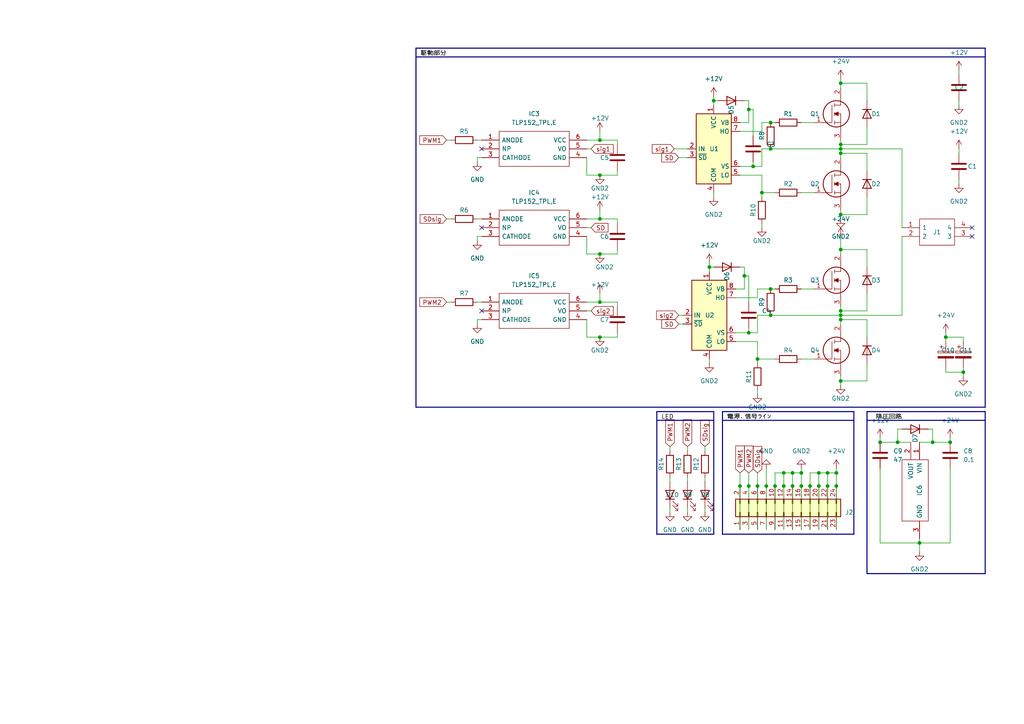
<source format=kicad_sch>
(kicad_sch (version 20230121) (generator eeschema)

  (uuid b2cb6c41-dcf9-4d6f-9863-363c3da010fe)

  (paper "A4")

  (lib_symbols
    (symbol "Connector_Generic:Conn_02x12_Odd_Even" (pin_names (offset 1.016) hide) (in_bom yes) (on_board yes)
      (property "Reference" "J" (at 1.27 15.24 0)
        (effects (font (size 1.27 1.27)))
      )
      (property "Value" "Conn_02x12_Odd_Even" (at 1.27 -17.78 0)
        (effects (font (size 1.27 1.27)))
      )
      (property "Footprint" "" (at 0 0 0)
        (effects (font (size 1.27 1.27)) hide)
      )
      (property "Datasheet" "~" (at 0 0 0)
        (effects (font (size 1.27 1.27)) hide)
      )
      (property "ki_keywords" "connector" (at 0 0 0)
        (effects (font (size 1.27 1.27)) hide)
      )
      (property "ki_description" "Generic connector, double row, 02x12, odd/even pin numbering scheme (row 1 odd numbers, row 2 even numbers), script generated (kicad-library-utils/schlib/autogen/connector/)" (at 0 0 0)
        (effects (font (size 1.27 1.27)) hide)
      )
      (property "ki_fp_filters" "Connector*:*_2x??_*" (at 0 0 0)
        (effects (font (size 1.27 1.27)) hide)
      )
      (symbol "Conn_02x12_Odd_Even_1_1"
        (rectangle (start -1.27 -15.113) (end 0 -15.367)
          (stroke (width 0.1524) (type default))
          (fill (type none))
        )
        (rectangle (start -1.27 -12.573) (end 0 -12.827)
          (stroke (width 0.1524) (type default))
          (fill (type none))
        )
        (rectangle (start -1.27 -10.033) (end 0 -10.287)
          (stroke (width 0.1524) (type default))
          (fill (type none))
        )
        (rectangle (start -1.27 -7.493) (end 0 -7.747)
          (stroke (width 0.1524) (type default))
          (fill (type none))
        )
        (rectangle (start -1.27 -4.953) (end 0 -5.207)
          (stroke (width 0.1524) (type default))
          (fill (type none))
        )
        (rectangle (start -1.27 -2.413) (end 0 -2.667)
          (stroke (width 0.1524) (type default))
          (fill (type none))
        )
        (rectangle (start -1.27 0.127) (end 0 -0.127)
          (stroke (width 0.1524) (type default))
          (fill (type none))
        )
        (rectangle (start -1.27 2.667) (end 0 2.413)
          (stroke (width 0.1524) (type default))
          (fill (type none))
        )
        (rectangle (start -1.27 5.207) (end 0 4.953)
          (stroke (width 0.1524) (type default))
          (fill (type none))
        )
        (rectangle (start -1.27 7.747) (end 0 7.493)
          (stroke (width 0.1524) (type default))
          (fill (type none))
        )
        (rectangle (start -1.27 10.287) (end 0 10.033)
          (stroke (width 0.1524) (type default))
          (fill (type none))
        )
        (rectangle (start -1.27 12.827) (end 0 12.573)
          (stroke (width 0.1524) (type default))
          (fill (type none))
        )
        (rectangle (start -1.27 13.97) (end 3.81 -16.51)
          (stroke (width 0.254) (type default))
          (fill (type background))
        )
        (rectangle (start 3.81 -15.113) (end 2.54 -15.367)
          (stroke (width 0.1524) (type default))
          (fill (type none))
        )
        (rectangle (start 3.81 -12.573) (end 2.54 -12.827)
          (stroke (width 0.1524) (type default))
          (fill (type none))
        )
        (rectangle (start 3.81 -10.033) (end 2.54 -10.287)
          (stroke (width 0.1524) (type default))
          (fill (type none))
        )
        (rectangle (start 3.81 -7.493) (end 2.54 -7.747)
          (stroke (width 0.1524) (type default))
          (fill (type none))
        )
        (rectangle (start 3.81 -4.953) (end 2.54 -5.207)
          (stroke (width 0.1524) (type default))
          (fill (type none))
        )
        (rectangle (start 3.81 -2.413) (end 2.54 -2.667)
          (stroke (width 0.1524) (type default))
          (fill (type none))
        )
        (rectangle (start 3.81 0.127) (end 2.54 -0.127)
          (stroke (width 0.1524) (type default))
          (fill (type none))
        )
        (rectangle (start 3.81 2.667) (end 2.54 2.413)
          (stroke (width 0.1524) (type default))
          (fill (type none))
        )
        (rectangle (start 3.81 5.207) (end 2.54 4.953)
          (stroke (width 0.1524) (type default))
          (fill (type none))
        )
        (rectangle (start 3.81 7.747) (end 2.54 7.493)
          (stroke (width 0.1524) (type default))
          (fill (type none))
        )
        (rectangle (start 3.81 10.287) (end 2.54 10.033)
          (stroke (width 0.1524) (type default))
          (fill (type none))
        )
        (rectangle (start 3.81 12.827) (end 2.54 12.573)
          (stroke (width 0.1524) (type default))
          (fill (type none))
        )
        (pin passive line (at -5.08 12.7 0) (length 3.81)
          (name "Pin_1" (effects (font (size 1.27 1.27))))
          (number "1" (effects (font (size 1.27 1.27))))
        )
        (pin passive line (at 7.62 2.54 180) (length 3.81)
          (name "Pin_10" (effects (font (size 1.27 1.27))))
          (number "10" (effects (font (size 1.27 1.27))))
        )
        (pin passive line (at -5.08 0 0) (length 3.81)
          (name "Pin_11" (effects (font (size 1.27 1.27))))
          (number "11" (effects (font (size 1.27 1.27))))
        )
        (pin passive line (at 7.62 0 180) (length 3.81)
          (name "Pin_12" (effects (font (size 1.27 1.27))))
          (number "12" (effects (font (size 1.27 1.27))))
        )
        (pin passive line (at -5.08 -2.54 0) (length 3.81)
          (name "Pin_13" (effects (font (size 1.27 1.27))))
          (number "13" (effects (font (size 1.27 1.27))))
        )
        (pin passive line (at 7.62 -2.54 180) (length 3.81)
          (name "Pin_14" (effects (font (size 1.27 1.27))))
          (number "14" (effects (font (size 1.27 1.27))))
        )
        (pin passive line (at -5.08 -5.08 0) (length 3.81)
          (name "Pin_15" (effects (font (size 1.27 1.27))))
          (number "15" (effects (font (size 1.27 1.27))))
        )
        (pin passive line (at 7.62 -5.08 180) (length 3.81)
          (name "Pin_16" (effects (font (size 1.27 1.27))))
          (number "16" (effects (font (size 1.27 1.27))))
        )
        (pin passive line (at -5.08 -7.62 0) (length 3.81)
          (name "Pin_17" (effects (font (size 1.27 1.27))))
          (number "17" (effects (font (size 1.27 1.27))))
        )
        (pin passive line (at 7.62 -7.62 180) (length 3.81)
          (name "Pin_18" (effects (font (size 1.27 1.27))))
          (number "18" (effects (font (size 1.27 1.27))))
        )
        (pin passive line (at -5.08 -10.16 0) (length 3.81)
          (name "Pin_19" (effects (font (size 1.27 1.27))))
          (number "19" (effects (font (size 1.27 1.27))))
        )
        (pin passive line (at 7.62 12.7 180) (length 3.81)
          (name "Pin_2" (effects (font (size 1.27 1.27))))
          (number "2" (effects (font (size 1.27 1.27))))
        )
        (pin passive line (at 7.62 -10.16 180) (length 3.81)
          (name "Pin_20" (effects (font (size 1.27 1.27))))
          (number "20" (effects (font (size 1.27 1.27))))
        )
        (pin passive line (at -5.08 -12.7 0) (length 3.81)
          (name "Pin_21" (effects (font (size 1.27 1.27))))
          (number "21" (effects (font (size 1.27 1.27))))
        )
        (pin passive line (at 7.62 -12.7 180) (length 3.81)
          (name "Pin_22" (effects (font (size 1.27 1.27))))
          (number "22" (effects (font (size 1.27 1.27))))
        )
        (pin passive line (at -5.08 -15.24 0) (length 3.81)
          (name "Pin_23" (effects (font (size 1.27 1.27))))
          (number "23" (effects (font (size 1.27 1.27))))
        )
        (pin passive line (at 7.62 -15.24 180) (length 3.81)
          (name "Pin_24" (effects (font (size 1.27 1.27))))
          (number "24" (effects (font (size 1.27 1.27))))
        )
        (pin passive line (at -5.08 10.16 0) (length 3.81)
          (name "Pin_3" (effects (font (size 1.27 1.27))))
          (number "3" (effects (font (size 1.27 1.27))))
        )
        (pin passive line (at 7.62 10.16 180) (length 3.81)
          (name "Pin_4" (effects (font (size 1.27 1.27))))
          (number "4" (effects (font (size 1.27 1.27))))
        )
        (pin passive line (at -5.08 7.62 0) (length 3.81)
          (name "Pin_5" (effects (font (size 1.27 1.27))))
          (number "5" (effects (font (size 1.27 1.27))))
        )
        (pin passive line (at 7.62 7.62 180) (length 3.81)
          (name "Pin_6" (effects (font (size 1.27 1.27))))
          (number "6" (effects (font (size 1.27 1.27))))
        )
        (pin passive line (at -5.08 5.08 0) (length 3.81)
          (name "Pin_7" (effects (font (size 1.27 1.27))))
          (number "7" (effects (font (size 1.27 1.27))))
        )
        (pin passive line (at 7.62 5.08 180) (length 3.81)
          (name "Pin_8" (effects (font (size 1.27 1.27))))
          (number "8" (effects (font (size 1.27 1.27))))
        )
        (pin passive line (at -5.08 2.54 0) (length 3.81)
          (name "Pin_9" (effects (font (size 1.27 1.27))))
          (number "9" (effects (font (size 1.27 1.27))))
        )
      )
    )
    (symbol "Device:C" (pin_numbers hide) (pin_names (offset 0.254)) (in_bom yes) (on_board yes)
      (property "Reference" "C" (at 0.635 2.54 0)
        (effects (font (size 1.27 1.27)) (justify left))
      )
      (property "Value" "C" (at 0.635 -2.54 0)
        (effects (font (size 1.27 1.27)) (justify left))
      )
      (property "Footprint" "" (at 0.9652 -3.81 0)
        (effects (font (size 1.27 1.27)) hide)
      )
      (property "Datasheet" "~" (at 0 0 0)
        (effects (font (size 1.27 1.27)) hide)
      )
      (property "ki_keywords" "cap capacitor" (at 0 0 0)
        (effects (font (size 1.27 1.27)) hide)
      )
      (property "ki_description" "Unpolarized capacitor" (at 0 0 0)
        (effects (font (size 1.27 1.27)) hide)
      )
      (property "ki_fp_filters" "C_*" (at 0 0 0)
        (effects (font (size 1.27 1.27)) hide)
      )
      (symbol "C_0_1"
        (polyline
          (pts
            (xy -2.032 -0.762)
            (xy 2.032 -0.762)
          )
          (stroke (width 0.508) (type default))
          (fill (type none))
        )
        (polyline
          (pts
            (xy -2.032 0.762)
            (xy 2.032 0.762)
          )
          (stroke (width 0.508) (type default))
          (fill (type none))
        )
      )
      (symbol "C_1_1"
        (pin passive line (at 0 3.81 270) (length 2.794)
          (name "~" (effects (font (size 1.27 1.27))))
          (number "1" (effects (font (size 1.27 1.27))))
        )
        (pin passive line (at 0 -3.81 90) (length 2.794)
          (name "~" (effects (font (size 1.27 1.27))))
          (number "2" (effects (font (size 1.27 1.27))))
        )
      )
    )
    (symbol "Device:C_Polarized" (pin_numbers hide) (pin_names (offset 0.254)) (in_bom yes) (on_board yes)
      (property "Reference" "C" (at 0.635 2.54 0)
        (effects (font (size 1.27 1.27)) (justify left))
      )
      (property "Value" "C_Polarized" (at 0.635 -2.54 0)
        (effects (font (size 1.27 1.27)) (justify left))
      )
      (property "Footprint" "" (at 0.9652 -3.81 0)
        (effects (font (size 1.27 1.27)) hide)
      )
      (property "Datasheet" "~" (at 0 0 0)
        (effects (font (size 1.27 1.27)) hide)
      )
      (property "ki_keywords" "cap capacitor" (at 0 0 0)
        (effects (font (size 1.27 1.27)) hide)
      )
      (property "ki_description" "Polarized capacitor" (at 0 0 0)
        (effects (font (size 1.27 1.27)) hide)
      )
      (property "ki_fp_filters" "CP_*" (at 0 0 0)
        (effects (font (size 1.27 1.27)) hide)
      )
      (symbol "C_Polarized_0_1"
        (rectangle (start -2.286 0.508) (end 2.286 1.016)
          (stroke (width 0) (type default))
          (fill (type none))
        )
        (polyline
          (pts
            (xy -1.778 2.286)
            (xy -0.762 2.286)
          )
          (stroke (width 0) (type default))
          (fill (type none))
        )
        (polyline
          (pts
            (xy -1.27 2.794)
            (xy -1.27 1.778)
          )
          (stroke (width 0) (type default))
          (fill (type none))
        )
        (rectangle (start 2.286 -0.508) (end -2.286 -1.016)
          (stroke (width 0) (type default))
          (fill (type outline))
        )
      )
      (symbol "C_Polarized_1_1"
        (pin passive line (at 0 3.81 270) (length 2.794)
          (name "~" (effects (font (size 1.27 1.27))))
          (number "1" (effects (font (size 1.27 1.27))))
        )
        (pin passive line (at 0 -3.81 90) (length 2.794)
          (name "~" (effects (font (size 1.27 1.27))))
          (number "2" (effects (font (size 1.27 1.27))))
        )
      )
    )
    (symbol "Device:LED" (pin_numbers hide) (pin_names (offset 1.016) hide) (in_bom yes) (on_board yes)
      (property "Reference" "D" (at 0 2.54 0)
        (effects (font (size 1.27 1.27)))
      )
      (property "Value" "LED" (at 0 -2.54 0)
        (effects (font (size 1.27 1.27)))
      )
      (property "Footprint" "" (at 0 0 0)
        (effects (font (size 1.27 1.27)) hide)
      )
      (property "Datasheet" "~" (at 0 0 0)
        (effects (font (size 1.27 1.27)) hide)
      )
      (property "ki_keywords" "LED diode" (at 0 0 0)
        (effects (font (size 1.27 1.27)) hide)
      )
      (property "ki_description" "Light emitting diode" (at 0 0 0)
        (effects (font (size 1.27 1.27)) hide)
      )
      (property "ki_fp_filters" "LED* LED_SMD:* LED_THT:*" (at 0 0 0)
        (effects (font (size 1.27 1.27)) hide)
      )
      (symbol "LED_0_1"
        (polyline
          (pts
            (xy -1.27 -1.27)
            (xy -1.27 1.27)
          )
          (stroke (width 0.254) (type default))
          (fill (type none))
        )
        (polyline
          (pts
            (xy -1.27 0)
            (xy 1.27 0)
          )
          (stroke (width 0) (type default))
          (fill (type none))
        )
        (polyline
          (pts
            (xy 1.27 -1.27)
            (xy 1.27 1.27)
            (xy -1.27 0)
            (xy 1.27 -1.27)
          )
          (stroke (width 0.254) (type default))
          (fill (type none))
        )
        (polyline
          (pts
            (xy -3.048 -0.762)
            (xy -4.572 -2.286)
            (xy -3.81 -2.286)
            (xy -4.572 -2.286)
            (xy -4.572 -1.524)
          )
          (stroke (width 0) (type default))
          (fill (type none))
        )
        (polyline
          (pts
            (xy -1.778 -0.762)
            (xy -3.302 -2.286)
            (xy -2.54 -2.286)
            (xy -3.302 -2.286)
            (xy -3.302 -1.524)
          )
          (stroke (width 0) (type default))
          (fill (type none))
        )
      )
      (symbol "LED_1_1"
        (pin passive line (at -3.81 0 0) (length 2.54)
          (name "K" (effects (font (size 1.27 1.27))))
          (number "1" (effects (font (size 1.27 1.27))))
        )
        (pin passive line (at 3.81 0 180) (length 2.54)
          (name "A" (effects (font (size 1.27 1.27))))
          (number "2" (effects (font (size 1.27 1.27))))
        )
      )
    )
    (symbol "Device:R" (pin_numbers hide) (pin_names (offset 0)) (in_bom yes) (on_board yes)
      (property "Reference" "R" (at 2.032 0 90)
        (effects (font (size 1.27 1.27)))
      )
      (property "Value" "R" (at 0 0 90)
        (effects (font (size 1.27 1.27)))
      )
      (property "Footprint" "" (at -1.778 0 90)
        (effects (font (size 1.27 1.27)) hide)
      )
      (property "Datasheet" "~" (at 0 0 0)
        (effects (font (size 1.27 1.27)) hide)
      )
      (property "ki_keywords" "R res resistor" (at 0 0 0)
        (effects (font (size 1.27 1.27)) hide)
      )
      (property "ki_description" "Resistor" (at 0 0 0)
        (effects (font (size 1.27 1.27)) hide)
      )
      (property "ki_fp_filters" "R_*" (at 0 0 0)
        (effects (font (size 1.27 1.27)) hide)
      )
      (symbol "R_0_1"
        (rectangle (start -1.016 -2.54) (end 1.016 2.54)
          (stroke (width 0.254) (type default))
          (fill (type none))
        )
      )
      (symbol "R_1_1"
        (pin passive line (at 0 3.81 270) (length 1.27)
          (name "~" (effects (font (size 1.27 1.27))))
          (number "1" (effects (font (size 1.27 1.27))))
        )
        (pin passive line (at 0 -3.81 90) (length 1.27)
          (name "~" (effects (font (size 1.27 1.27))))
          (number "2" (effects (font (size 1.27 1.27))))
        )
      )
    )
    (symbol "Diode:1N4001" (pin_numbers hide) (pin_names hide) (in_bom yes) (on_board yes)
      (property "Reference" "D" (at 0 2.54 0)
        (effects (font (size 1.27 1.27)))
      )
      (property "Value" "1N4001" (at 0 -2.54 0)
        (effects (font (size 1.27 1.27)))
      )
      (property "Footprint" "Diode_THT:D_DO-41_SOD81_P10.16mm_Horizontal" (at 0 0 0)
        (effects (font (size 1.27 1.27)) hide)
      )
      (property "Datasheet" "http://www.vishay.com/docs/88503/1n4001.pdf" (at 0 0 0)
        (effects (font (size 1.27 1.27)) hide)
      )
      (property "ki_keywords" "diode" (at 0 0 0)
        (effects (font (size 1.27 1.27)) hide)
      )
      (property "ki_description" "50V 1A General Purpose Rectifier Diode, DO-41" (at 0 0 0)
        (effects (font (size 1.27 1.27)) hide)
      )
      (property "ki_fp_filters" "D*DO?41*" (at 0 0 0)
        (effects (font (size 1.27 1.27)) hide)
      )
      (symbol "1N4001_0_1"
        (polyline
          (pts
            (xy -1.27 1.27)
            (xy -1.27 -1.27)
          )
          (stroke (width 0.254) (type default))
          (fill (type none))
        )
        (polyline
          (pts
            (xy 1.27 0)
            (xy -1.27 0)
          )
          (stroke (width 0) (type default))
          (fill (type none))
        )
        (polyline
          (pts
            (xy 1.27 1.27)
            (xy 1.27 -1.27)
            (xy -1.27 0)
            (xy 1.27 1.27)
          )
          (stroke (width 0.254) (type default))
          (fill (type none))
        )
      )
      (symbol "1N4001_1_1"
        (pin passive line (at -3.81 0 0) (length 2.54)
          (name "K" (effects (font (size 1.27 1.27))))
          (number "1" (effects (font (size 1.27 1.27))))
        )
        (pin passive line (at 3.81 0 180) (length 2.54)
          (name "A" (effects (font (size 1.27 1.27))))
          (number "2" (effects (font (size 1.27 1.27))))
        )
      )
    )
    (symbol "Driver_FET:IR2302" (in_bom yes) (on_board yes)
      (property "Reference" "U" (at 1.27 13.335 0)
        (effects (font (size 1.27 1.27)) (justify left))
      )
      (property "Value" "IR2302" (at 1.27 11.43 0)
        (effects (font (size 1.27 1.27)) (justify left))
      )
      (property "Footprint" "" (at 0 0 0)
        (effects (font (size 1.27 1.27) italic) hide)
      )
      (property "Datasheet" "https://www.infineon.com/dgdl/ir2302.pdf?fileId=5546d462533600a4015355c988b216de" (at 0 0 0)
        (effects (font (size 1.27 1.27)) hide)
      )
      (property "ki_keywords" "Gate Driver" (at 0 0 0)
        (effects (font (size 1.27 1.27)) hide)
      )
      (property "ki_description" "Half-Bridge Driver, 600V, 200/350mA, PDIP-8/SOIC-8" (at 0 0 0)
        (effects (font (size 1.27 1.27)) hide)
      )
      (property "ki_fp_filters" "SOIC*3.9x4.9mm*P1.27mm* DIP*W7.62mm*" (at 0 0 0)
        (effects (font (size 1.27 1.27)) hide)
      )
      (symbol "IR2302_0_1"
        (rectangle (start -5.08 -10.16) (end 5.08 10.16)
          (stroke (width 0.254) (type default))
          (fill (type background))
        )
      )
      (symbol "IR2302_1_1"
        (pin power_in line (at 0 12.7 270) (length 2.54)
          (name "VCC" (effects (font (size 1.27 1.27))))
          (number "1" (effects (font (size 1.27 1.27))))
        )
        (pin input line (at -7.62 0 0) (length 2.54)
          (name "IN" (effects (font (size 1.27 1.27))))
          (number "2" (effects (font (size 1.27 1.27))))
        )
        (pin input line (at -7.62 -2.54 0) (length 2.54)
          (name "~{SD}" (effects (font (size 1.27 1.27))))
          (number "3" (effects (font (size 1.27 1.27))))
        )
        (pin power_in line (at 0 -12.7 90) (length 2.54)
          (name "COM" (effects (font (size 1.27 1.27))))
          (number "4" (effects (font (size 1.27 1.27))))
        )
        (pin output line (at 7.62 -7.62 180) (length 2.54)
          (name "LO" (effects (font (size 1.27 1.27))))
          (number "5" (effects (font (size 1.27 1.27))))
        )
        (pin passive line (at 7.62 -5.08 180) (length 2.54)
          (name "VS" (effects (font (size 1.27 1.27))))
          (number "6" (effects (font (size 1.27 1.27))))
        )
        (pin output line (at 7.62 5.08 180) (length 2.54)
          (name "HO" (effects (font (size 1.27 1.27))))
          (number "7" (effects (font (size 1.27 1.27))))
        )
        (pin passive line (at 7.62 7.62 180) (length 2.54)
          (name "VB" (effects (font (size 1.27 1.27))))
          (number "8" (effects (font (size 1.27 1.27))))
        )
      )
    )
    (symbol "NJM7800:NJM7800S-DL1" (pin_names (offset 0.762)) (in_bom yes) (on_board yes)
      (property "Reference" "IC" (at 24.13 7.62 0)
        (effects (font (size 1.27 1.27)) (justify left))
      )
      (property "Value" "NJM7800S-DL1" (at 24.13 5.08 0)
        (effects (font (size 1.27 1.27)) (justify left))
      )
      (property "Footprint" "TO-252-3-L1" (at 24.13 2.54 0)
        (effects (font (size 1.27 1.27)) (justify left) hide)
      )
      (property "Datasheet" "https://www.njr.co.jp/products/semicon/PDF/NJM7800S_J.pdf" (at 24.13 0 0)
        (effects (font (size 1.27 1.27)) (justify left) hide)
      )
      (property "Description" "Linear Voltage Regulators 3-Term Pos Reg 25V 1190mW 1.5A" (at 24.13 -2.54 0)
        (effects (font (size 1.27 1.27)) (justify left) hide)
      )
      (property "Height" "" (at 24.13 -5.08 0)
        (effects (font (size 1.27 1.27)) (justify left) hide)
      )
      (property "RS Part Number" "" (at 24.13 -7.62 0)
        (effects (font (size 1.27 1.27)) (justify left) hide)
      )
      (property "RS Price/Stock" "" (at 24.13 -10.16 0)
        (effects (font (size 1.27 1.27)) (justify left) hide)
      )
      (property "Manufacturer_Name" "New Japan Radio" (at 24.13 -12.7 0)
        (effects (font (size 1.27 1.27)) (justify left) hide)
      )
      (property "Manufacturer_Part_Number" "NJM7800S-DL1" (at 24.13 -15.24 0)
        (effects (font (size 1.27 1.27)) (justify left) hide)
      )
      (property "ki_description" "Linear Voltage Regulators 3-Term Pos Reg 25V 1190mW 1.5A" (at 0 0 0)
        (effects (font (size 1.27 1.27)) hide)
      )
      (symbol "NJM7800S-DL1_0_0"
        (pin passive line (at 0 0 0) (length 5.08)
          (name "VIN" (effects (font (size 1.27 1.27))))
          (number "1" (effects (font (size 1.27 1.27))))
        )
        (pin passive line (at 0 -2.54 0) (length 5.08)
          (name "VOUT" (effects (font (size 1.27 1.27))))
          (number "2" (effects (font (size 1.27 1.27))))
        )
        (pin passive line (at 27.94 0 180) (length 5.08)
          (name "GND" (effects (font (size 1.27 1.27))))
          (number "3" (effects (font (size 1.27 1.27))))
        )
      )
      (symbol "NJM7800S-DL1_0_1"
        (polyline
          (pts
            (xy 5.08 2.54)
            (xy 22.86 2.54)
            (xy 22.86 -5.08)
            (xy 5.08 -5.08)
            (xy 5.08 2.54)
          )
          (stroke (width 0.1524) (type default))
          (fill (type none))
        )
      )
    )
    (symbol "RSJ400N06FRATL:RSJ400N06FRATL" (pin_names (offset 0.762)) (in_bom yes) (on_board yes)
      (property "Reference" "Q" (at 11.43 3.81 0)
        (effects (font (size 1.27 1.27)) (justify left))
      )
      (property "Value" "RSJ400N06FRATL" (at 11.43 1.27 0)
        (effects (font (size 1.27 1.27)) (justify left))
      )
      (property "Footprint" "R6024KNJTL" (at 11.43 -1.27 0)
        (effects (font (size 1.27 1.27)) (justify left) hide)
      )
      (property "Datasheet" "https://fscdn.rohm.com/en/products/databook/datasheet/discrete/transistor/mosfet/rsj400n06fra.pdf" (at 11.43 -3.81 0)
        (effects (font (size 1.27 1.27)) (justify left) hide)
      )
      (property "Description" "MOSFET Nch 60V Vds 40A 0.011Rds(on) 52Qg" (at 11.43 -6.35 0)
        (effects (font (size 1.27 1.27)) (justify left) hide)
      )
      (property "Height" "4.7" (at 11.43 -8.89 0)
        (effects (font (size 1.27 1.27)) (justify left) hide)
      )
      (property "Mouser Part Number" "755-RSJ400N06FRATL" (at 11.43 -11.43 0)
        (effects (font (size 1.27 1.27)) (justify left) hide)
      )
      (property "Mouser Price/Stock" "https://www.mouser.co.uk/ProductDetail/ROHM-Semiconductor/RSJ400N06FRATL?qs=4v%252BiZTmLVHF6OgxTHGw%2FkA%3D%3D" (at 11.43 -13.97 0)
        (effects (font (size 1.27 1.27)) (justify left) hide)
      )
      (property "Manufacturer_Name" "ROHM Semiconductor" (at 11.43 -16.51 0)
        (effects (font (size 1.27 1.27)) (justify left) hide)
      )
      (property "Manufacturer_Part_Number" "RSJ400N06FRATL" (at 11.43 -19.05 0)
        (effects (font (size 1.27 1.27)) (justify left) hide)
      )
      (property "ki_description" "MOSFET Nch 60V Vds 40A 0.011Rds(on) 52Qg" (at 0 0 0)
        (effects (font (size 1.27 1.27)) hide)
      )
      (symbol "RSJ400N06FRATL_0_0"
        (pin passive line (at 0 0 0) (length 2.54)
          (name "~" (effects (font (size 1.27 1.27))))
          (number "1" (effects (font (size 1.27 1.27))))
        )
        (pin passive line (at 7.62 10.16 270) (length 2.54)
          (name "~" (effects (font (size 1.27 1.27))))
          (number "2" (effects (font (size 1.27 1.27))))
        )
        (pin passive line (at 7.62 -5.08 90) (length 2.54)
          (name "~" (effects (font (size 1.27 1.27))))
          (number "3" (effects (font (size 1.27 1.27))))
        )
      )
      (symbol "RSJ400N06FRATL_0_1"
        (polyline
          (pts
            (xy 5.842 -0.508)
            (xy 5.842 0.508)
          )
          (stroke (width 0.1524) (type default))
          (fill (type none))
        )
        (polyline
          (pts
            (xy 5.842 0)
            (xy 7.62 0)
          )
          (stroke (width 0.1524) (type default))
          (fill (type none))
        )
        (polyline
          (pts
            (xy 5.842 2.032)
            (xy 5.842 3.048)
          )
          (stroke (width 0.1524) (type default))
          (fill (type none))
        )
        (polyline
          (pts
            (xy 5.842 5.588)
            (xy 5.842 4.572)
          )
          (stroke (width 0.1524) (type default))
          (fill (type none))
        )
        (polyline
          (pts
            (xy 7.62 2.54)
            (xy 5.842 2.54)
          )
          (stroke (width 0.1524) (type default))
          (fill (type none))
        )
        (polyline
          (pts
            (xy 7.62 2.54)
            (xy 7.62 -2.54)
          )
          (stroke (width 0.1524) (type default))
          (fill (type none))
        )
        (polyline
          (pts
            (xy 7.62 5.08)
            (xy 5.842 5.08)
          )
          (stroke (width 0.1524) (type default))
          (fill (type none))
        )
        (polyline
          (pts
            (xy 7.62 5.08)
            (xy 7.62 7.62)
          )
          (stroke (width 0.1524) (type default))
          (fill (type none))
        )
        (polyline
          (pts
            (xy 2.54 0)
            (xy 5.08 0)
            (xy 5.08 5.08)
          )
          (stroke (width 0.1524) (type default))
          (fill (type none))
        )
        (polyline
          (pts
            (xy 5.842 2.54)
            (xy 6.858 3.048)
            (xy 6.858 2.032)
            (xy 5.842 2.54)
          )
          (stroke (width 0.254) (type default))
          (fill (type outline))
        )
        (circle (center 6.35 2.54) (radius 3.81)
          (stroke (width 0.254) (type default))
          (fill (type none))
        )
      )
    )
    (symbol "TLP152_TPL_E:TLP152_TPL,E" (pin_names (offset 0.762)) (in_bom yes) (on_board yes)
      (property "Reference" "IC" (at 26.67 7.62 0)
        (effects (font (size 1.27 1.27)) (justify left))
      )
      (property "Value" "TLP152_TPL,E" (at 26.67 5.08 0)
        (effects (font (size 1.27 1.27)) (justify left))
      )
      (property "Footprint" "SOIC127P700X230-6N" (at 26.67 2.54 0)
        (effects (font (size 1.27 1.27)) (justify left) hide)
      )
      (property "Datasheet" "http://toshiba.semicon-storage.com/info/docget.jsp?did=13615&prodName=TLP152" (at 26.67 0 0)
        (effects (font (size 1.27 1.27)) (justify left) hide)
      )
      (property "Description" "Logic Output Optocouplers Gate Drive Phcplr 3750 Vrms" (at 26.67 -2.54 0)
        (effects (font (size 1.27 1.27)) (justify left) hide)
      )
      (property "Height" "2.3" (at 26.67 -5.08 0)
        (effects (font (size 1.27 1.27)) (justify left) hide)
      )
      (property "RS Part Number" "" (at 26.67 -7.62 0)
        (effects (font (size 1.27 1.27)) (justify left) hide)
      )
      (property "RS Price/Stock" "" (at 26.67 -10.16 0)
        (effects (font (size 1.27 1.27)) (justify left) hide)
      )
      (property "Manufacturer_Name" "Toshiba" (at 26.67 -12.7 0)
        (effects (font (size 1.27 1.27)) (justify left) hide)
      )
      (property "Manufacturer_Part_Number" "TLP152(TPL,E" (at 26.67 -15.24 0)
        (effects (font (size 1.27 1.27)) (justify left) hide)
      )
      (property "ki_description" "Logic Output Optocouplers Gate Drive Phcplr 3750 Vrms" (at 0 0 0)
        (effects (font (size 1.27 1.27)) hide)
      )
      (symbol "TLP152_TPL,E_0_0"
        (pin passive line (at 0 0 0) (length 5.08)
          (name "ANODE" (effects (font (size 1.27 1.27))))
          (number "1" (effects (font (size 1.27 1.27))))
        )
        (pin passive line (at 0 -2.54 0) (length 5.08)
          (name "NP" (effects (font (size 1.27 1.27))))
          (number "2" (effects (font (size 1.27 1.27))))
        )
        (pin passive line (at 0 -5.08 0) (length 5.08)
          (name "CATHODE" (effects (font (size 1.27 1.27))))
          (number "3" (effects (font (size 1.27 1.27))))
        )
        (pin passive line (at 30.48 -5.08 180) (length 5.08)
          (name "GND" (effects (font (size 1.27 1.27))))
          (number "4" (effects (font (size 1.27 1.27))))
        )
        (pin passive line (at 30.48 -2.54 180) (length 5.08)
          (name "VO" (effects (font (size 1.27 1.27))))
          (number "5" (effects (font (size 1.27 1.27))))
        )
        (pin passive line (at 30.48 0 180) (length 5.08)
          (name "VCC" (effects (font (size 1.27 1.27))))
          (number "6" (effects (font (size 1.27 1.27))))
        )
      )
      (symbol "TLP152_TPL,E_0_1"
        (polyline
          (pts
            (xy 5.08 2.54)
            (xy 25.4 2.54)
            (xy 25.4 -7.62)
            (xy 5.08 -7.62)
            (xy 5.08 2.54)
          )
          (stroke (width 0.1524) (type default))
          (fill (type none))
        )
      )
    )
    (symbol "XT60PW-M:XT60PW-M" (pin_names (offset 0.762)) (in_bom yes) (on_board yes)
      (property "Reference" "J" (at 16.51 7.62 0)
        (effects (font (size 1.27 1.27)) (justify left))
      )
      (property "Value" "XT60PW-M" (at 16.51 5.08 0)
        (effects (font (size 1.27 1.27)) (justify left))
      )
      (property "Footprint" "XT60PWM" (at 16.51 2.54 0)
        (effects (font (size 1.27 1.27)) (justify left) hide)
      )
      (property "Datasheet" "https://www.tme.eu/Document/9b8d0c5eb7094295f3d3112c214d3ade/XT60PW%20SPEC.pdf" (at 16.51 0 0)
        (effects (font (size 1.27 1.27)) (justify left) hide)
      )
      (property "Description" "Socket; DC supply; XT60; male; PIN: 2; on PCBs; THT; Colour: yellow" (at 16.51 -2.54 0)
        (effects (font (size 1.27 1.27)) (justify left) hide)
      )
      (property "Height" "8.4" (at 16.51 -5.08 0)
        (effects (font (size 1.27 1.27)) (justify left) hide)
      )
      (property "RS Part Number" "" (at 16.51 -7.62 0)
        (effects (font (size 1.27 1.27)) (justify left) hide)
      )
      (property "RS Price/Stock" "" (at 16.51 -10.16 0)
        (effects (font (size 1.27 1.27)) (justify left) hide)
      )
      (property "Manufacturer_Name" "Changzou Amass Elec" (at 16.51 -12.7 0)
        (effects (font (size 1.27 1.27)) (justify left) hide)
      )
      (property "Manufacturer_Part_Number" "XT60PW-M" (at 16.51 -15.24 0)
        (effects (font (size 1.27 1.27)) (justify left) hide)
      )
      (property "ki_description" "Socket; DC supply; XT60; male; PIN: 2; on PCBs; THT; Colour: yellow" (at 0 0 0)
        (effects (font (size 1.27 1.27)) hide)
      )
      (symbol "XT60PW-M_0_0"
        (pin passive line (at 0 0 0) (length 5.08)
          (name "1" (effects (font (size 1.27 1.27))))
          (number "1" (effects (font (size 1.27 1.27))))
        )
        (pin passive line (at 0 -2.54 0) (length 5.08)
          (name "2" (effects (font (size 1.27 1.27))))
          (number "2" (effects (font (size 1.27 1.27))))
        )
        (pin passive line (at 20.32 -2.54 180) (length 5.08)
          (name "3" (effects (font (size 1.27 1.27))))
          (number "3" (effects (font (size 1.27 1.27))))
        )
        (pin passive line (at 20.32 0 180) (length 5.08)
          (name "4" (effects (font (size 1.27 1.27))))
          (number "4" (effects (font (size 1.27 1.27))))
        )
      )
      (symbol "XT60PW-M_0_1"
        (polyline
          (pts
            (xy 5.08 2.54)
            (xy 15.24 2.54)
            (xy 15.24 -5.08)
            (xy 5.08 -5.08)
            (xy 5.08 2.54)
          )
          (stroke (width 0.1524) (type default))
          (fill (type none))
        )
      )
    )
    (symbol "power:+12V" (power) (pin_names (offset 0)) (in_bom yes) (on_board yes)
      (property "Reference" "#PWR" (at 0 -3.81 0)
        (effects (font (size 1.27 1.27)) hide)
      )
      (property "Value" "+12V" (at 0 3.556 0)
        (effects (font (size 1.27 1.27)))
      )
      (property "Footprint" "" (at 0 0 0)
        (effects (font (size 1.27 1.27)) hide)
      )
      (property "Datasheet" "" (at 0 0 0)
        (effects (font (size 1.27 1.27)) hide)
      )
      (property "ki_keywords" "global power" (at 0 0 0)
        (effects (font (size 1.27 1.27)) hide)
      )
      (property "ki_description" "Power symbol creates a global label with name \"+12V\"" (at 0 0 0)
        (effects (font (size 1.27 1.27)) hide)
      )
      (symbol "+12V_0_1"
        (polyline
          (pts
            (xy -0.762 1.27)
            (xy 0 2.54)
          )
          (stroke (width 0) (type default))
          (fill (type none))
        )
        (polyline
          (pts
            (xy 0 0)
            (xy 0 2.54)
          )
          (stroke (width 0) (type default))
          (fill (type none))
        )
        (polyline
          (pts
            (xy 0 2.54)
            (xy 0.762 1.27)
          )
          (stroke (width 0) (type default))
          (fill (type none))
        )
      )
      (symbol "+12V_1_1"
        (pin power_in line (at 0 0 90) (length 0) hide
          (name "+12V" (effects (font (size 1.27 1.27))))
          (number "1" (effects (font (size 1.27 1.27))))
        )
      )
    )
    (symbol "power:+24V" (power) (pin_names (offset 0)) (in_bom yes) (on_board yes)
      (property "Reference" "#PWR" (at 0 -3.81 0)
        (effects (font (size 1.27 1.27)) hide)
      )
      (property "Value" "+24V" (at 0 3.556 0)
        (effects (font (size 1.27 1.27)))
      )
      (property "Footprint" "" (at 0 0 0)
        (effects (font (size 1.27 1.27)) hide)
      )
      (property "Datasheet" "" (at 0 0 0)
        (effects (font (size 1.27 1.27)) hide)
      )
      (property "ki_keywords" "global power" (at 0 0 0)
        (effects (font (size 1.27 1.27)) hide)
      )
      (property "ki_description" "Power symbol creates a global label with name \"+24V\"" (at 0 0 0)
        (effects (font (size 1.27 1.27)) hide)
      )
      (symbol "+24V_0_1"
        (polyline
          (pts
            (xy -0.762 1.27)
            (xy 0 2.54)
          )
          (stroke (width 0) (type default))
          (fill (type none))
        )
        (polyline
          (pts
            (xy 0 0)
            (xy 0 2.54)
          )
          (stroke (width 0) (type default))
          (fill (type none))
        )
        (polyline
          (pts
            (xy 0 2.54)
            (xy 0.762 1.27)
          )
          (stroke (width 0) (type default))
          (fill (type none))
        )
      )
      (symbol "+24V_1_1"
        (pin power_in line (at 0 0 90) (length 0) hide
          (name "+24V" (effects (font (size 1.27 1.27))))
          (number "1" (effects (font (size 1.27 1.27))))
        )
      )
    )
    (symbol "power:GND" (power) (pin_names (offset 0)) (in_bom yes) (on_board yes)
      (property "Reference" "#PWR" (at 0 -6.35 0)
        (effects (font (size 1.27 1.27)) hide)
      )
      (property "Value" "GND" (at 0 -3.81 0)
        (effects (font (size 1.27 1.27)))
      )
      (property "Footprint" "" (at 0 0 0)
        (effects (font (size 1.27 1.27)) hide)
      )
      (property "Datasheet" "" (at 0 0 0)
        (effects (font (size 1.27 1.27)) hide)
      )
      (property "ki_keywords" "global power" (at 0 0 0)
        (effects (font (size 1.27 1.27)) hide)
      )
      (property "ki_description" "Power symbol creates a global label with name \"GND\" , ground" (at 0 0 0)
        (effects (font (size 1.27 1.27)) hide)
      )
      (symbol "GND_0_1"
        (polyline
          (pts
            (xy 0 0)
            (xy 0 -1.27)
            (xy 1.27 -1.27)
            (xy 0 -2.54)
            (xy -1.27 -1.27)
            (xy 0 -1.27)
          )
          (stroke (width 0) (type default))
          (fill (type none))
        )
      )
      (symbol "GND_1_1"
        (pin power_in line (at 0 0 270) (length 0) hide
          (name "GND" (effects (font (size 1.27 1.27))))
          (number "1" (effects (font (size 1.27 1.27))))
        )
      )
    )
    (symbol "power:GND2" (power) (pin_names (offset 0)) (in_bom yes) (on_board yes)
      (property "Reference" "#PWR" (at 0 -6.35 0)
        (effects (font (size 1.27 1.27)) hide)
      )
      (property "Value" "GND2" (at 0 -3.81 0)
        (effects (font (size 1.27 1.27)))
      )
      (property "Footprint" "" (at 0 0 0)
        (effects (font (size 1.27 1.27)) hide)
      )
      (property "Datasheet" "" (at 0 0 0)
        (effects (font (size 1.27 1.27)) hide)
      )
      (property "ki_keywords" "global power" (at 0 0 0)
        (effects (font (size 1.27 1.27)) hide)
      )
      (property "ki_description" "Power symbol creates a global label with name \"GND2\" , ground" (at 0 0 0)
        (effects (font (size 1.27 1.27)) hide)
      )
      (symbol "GND2_0_1"
        (polyline
          (pts
            (xy 0 0)
            (xy 0 -1.27)
            (xy 1.27 -1.27)
            (xy 0 -2.54)
            (xy -1.27 -1.27)
            (xy 0 -1.27)
          )
          (stroke (width 0) (type default))
          (fill (type none))
        )
      )
      (symbol "GND2_1_1"
        (pin power_in line (at 0 0 270) (length 0) hide
          (name "GND2" (effects (font (size 1.27 1.27))))
          (number "1" (effects (font (size 1.27 1.27))))
        )
      )
    )
  )

  (junction (at 243.84 110.49) (diameter 0) (color 0 0 0 0)
    (uuid 03e127da-0ef5-4570-9b3e-894c2c629ccc)
  )
  (junction (at 232.41 137.16) (diameter 0) (color 0 0 0 0)
    (uuid 060023bb-3be0-4dfc-9caa-905a1fe536cc)
  )
  (junction (at 219.71 104.14) (diameter 0) (color 0 0 0 0)
    (uuid 086e5d39-7c4e-40c5-8a83-8b90430f0785)
  )
  (junction (at 266.7 157.48) (diameter 0) (color 0 0 0 0)
    (uuid 0a86bc52-813b-4b6b-9088-465ff923671b)
  )
  (junction (at 224.79 140.97) (diameter 0) (color 0 0 0 0)
    (uuid 0b9adc6f-2af6-4777-a756-62b965a500e9)
  )
  (junction (at 207.01 29.21) (diameter 0) (color 0 0 0 0)
    (uuid 1092fe23-638e-4d63-b15d-948a808b5083)
  )
  (junction (at 243.84 44.45) (diameter 0) (color 0 0 0 0)
    (uuid 180c7418-7f45-4957-b1ad-1cf18760840c)
  )
  (junction (at 217.17 140.97) (diameter 0) (color 0 0 0 0)
    (uuid 22819ac6-7bfa-49d7-a6c9-582d76391c32)
  )
  (junction (at 173.99 87.63) (diameter 0) (color 0 0 0 0)
    (uuid 2bc4d579-47b0-4155-af8f-b4800f46e6ff)
  )
  (junction (at 243.84 91.44) (diameter 0) (color 0 0 0 0)
    (uuid 325210ed-d8a2-4e17-ab5c-1aedaf7ce819)
  )
  (junction (at 240.03 140.97) (diameter 0) (color 0 0 0 0)
    (uuid 3459576b-9d47-42dd-8dc4-b985b3e3792c)
  )
  (junction (at 275.59 128.27) (diameter 0) (color 0 0 0 0)
    (uuid 34d94b50-fb88-4383-8b8f-3ac75aa36d44)
  )
  (junction (at 217.17 96.52) (diameter 0) (color 0 0 0 0)
    (uuid 379e0f31-2d39-418c-a92a-ba7fc942aa8c)
  )
  (junction (at 222.25 140.97) (diameter 0) (color 0 0 0 0)
    (uuid 3cdd59ce-8af2-4854-9080-b62429fde9ba)
  )
  (junction (at 243.84 92.71) (diameter 0) (color 0 0 0 0)
    (uuid 3ceb1b59-853a-4295-b267-0fb0a542f4dd)
  )
  (junction (at 243.84 62.23) (diameter 0) (color 0 0 0 0)
    (uuid 3e2056a5-15ac-48ba-9c85-db99fd4231f0)
  )
  (junction (at 243.84 72.39) (diameter 0) (color 0 0 0 0)
    (uuid 3f8df8ab-93dd-4e4c-b26b-f12548e7ac99)
  )
  (junction (at 242.57 140.97) (diameter 0) (color 0 0 0 0)
    (uuid 4477959f-540f-4e3d-b68e-de54bf0db505)
  )
  (junction (at 217.17 31.75) (diameter 0) (color 0 0 0 0)
    (uuid 44861e32-6b57-4169-ae76-8772471c366a)
  )
  (junction (at 227.33 140.97) (diameter 0) (color 0 0 0 0)
    (uuid 47125b28-d4a3-4507-894a-67bcdc0fe127)
  )
  (junction (at 270.51 128.27) (diameter 0) (color 0 0 0 0)
    (uuid 4977b77f-3357-4635-88e5-9ec506d41538)
  )
  (junction (at 237.49 140.97) (diameter 0) (color 0 0 0 0)
    (uuid 4c79f457-42e9-47a9-ada2-f39ef829763f)
  )
  (junction (at 223.52 35.56) (diameter 0) (color 0 0 0 0)
    (uuid 562a389f-e4b0-445e-bfa3-bb88d3c36a40)
  )
  (junction (at 274.32 97.79) (diameter 0) (color 0 0 0 0)
    (uuid 587cef5f-f1bb-4e66-acc7-4405335b9c98)
  )
  (junction (at 232.41 140.97) (diameter 0) (color 0 0 0 0)
    (uuid 5b2e9337-19d0-4856-b943-e5b0bdef1acc)
  )
  (junction (at 255.27 128.27) (diameter 0) (color 0 0 0 0)
    (uuid 5b436232-b8c0-411b-ae5c-2fa611308ee3)
  )
  (junction (at 219.71 140.97) (diameter 0) (color 0 0 0 0)
    (uuid 69d9ffdf-700e-4970-b7c2-bdfa77639e4e)
  )
  (junction (at 243.84 41.91) (diameter 0) (color 0 0 0 0)
    (uuid 6d660634-0950-4089-a2de-839ce3681a8f)
  )
  (junction (at 243.84 90.17) (diameter 0) (color 0 0 0 0)
    (uuid 6e3c577b-3b3b-4c23-940a-1a6d9842f8be)
  )
  (junction (at 173.99 63.5) (diameter 0) (color 0 0 0 0)
    (uuid 6f165308-4e91-4ca0-9d1d-8f761cf83261)
  )
  (junction (at 229.87 140.97) (diameter 0) (color 0 0 0 0)
    (uuid 75b54833-c93e-459f-be72-b806422e2cc5)
  )
  (junction (at 229.87 137.16) (diameter 0) (color 0 0 0 0)
    (uuid 77c6f4fa-70b3-451e-9fc3-cdb4698ad859)
  )
  (junction (at 243.84 43.18) (diameter 0) (color 0 0 0 0)
    (uuid 782cf6fe-1e61-4cb5-8999-a4864ff7ac4e)
  )
  (junction (at 240.03 137.16) (diameter 0) (color 0 0 0 0)
    (uuid 7b19dd82-0814-452f-81f9-c7ddd9afaf7c)
  )
  (junction (at 218.44 48.26) (diameter 0) (color 0 0 0 0)
    (uuid 7dd7e756-ff51-4606-b6ff-caa4d63b86c3)
  )
  (junction (at 243.84 24.13) (diameter 0) (color 0 0 0 0)
    (uuid 86b8f0f0-bb4d-48f1-bda5-0a301fa2b7b3)
  )
  (junction (at 220.98 55.88) (diameter 0) (color 0 0 0 0)
    (uuid 8e776ebe-aba9-4c76-80bb-387005e7d0cf)
  )
  (junction (at 223.52 91.44) (diameter 0) (color 0 0 0 0)
    (uuid 9afc18b7-6d24-474a-92a7-b0efda2325f1)
  )
  (junction (at 173.99 40.64) (diameter 0) (color 0 0 0 0)
    (uuid b2cd1197-d833-427a-9a6e-8f4ba3289b20)
  )
  (junction (at 173.99 97.79) (diameter 0) (color 0 0 0 0)
    (uuid ba8a075a-a6a8-4bed-9058-4ce40bb78ebc)
  )
  (junction (at 173.99 50.8) (diameter 0) (color 0 0 0 0)
    (uuid c94da80d-8eff-46fc-8114-856deb044f31)
  )
  (junction (at 279.4 107.95) (diameter 0) (color 0 0 0 0)
    (uuid ca6c43bb-0ee4-4120-98d8-3285ce97e204)
  )
  (junction (at 223.52 83.82) (diameter 0) (color 0 0 0 0)
    (uuid d00dbbdd-41e1-46a3-be2c-41e8cc90af46)
  )
  (junction (at 237.49 137.16) (diameter 0) (color 0 0 0 0)
    (uuid d49f32ba-5d9e-441e-a846-2c18628fb6d3)
  )
  (junction (at 227.33 137.16) (diameter 0) (color 0 0 0 0)
    (uuid d6d0457b-38e2-423e-8e27-7a132210b6a4)
  )
  (junction (at 223.52 43.18) (diameter 0) (color 0 0 0 0)
    (uuid def3fde6-bc73-4797-a9e1-6dab7add8849)
  )
  (junction (at 234.95 140.97) (diameter 0) (color 0 0 0 0)
    (uuid e21c8d5e-5e88-4726-a5f2-53c0084eb525)
  )
  (junction (at 173.99 73.66) (diameter 0) (color 0 0 0 0)
    (uuid e3829d16-4a57-43d5-a79b-bfbdbd9a2c56)
  )
  (junction (at 260.35 128.27) (diameter 0) (color 0 0 0 0)
    (uuid e4865bd0-85ac-4a7b-b750-a52bb7a0fd5c)
  )
  (junction (at 242.57 137.16) (diameter 0) (color 0 0 0 0)
    (uuid eb12d5b1-3b3f-4cd0-832b-d6dd4d742ca0)
  )
  (junction (at 214.63 140.97) (diameter 0) (color 0 0 0 0)
    (uuid eb591578-404f-42a6-a92c-6c2a8846d8b0)
  )
  (junction (at 215.9 80.01) (diameter 0) (color 0 0 0 0)
    (uuid f87da726-b88a-49d0-a7d5-0a541c6f458a)
  )
  (junction (at 205.74 77.47) (diameter 0) (color 0 0 0 0)
    (uuid fa103a55-d231-4746-bc79-ee7a8dfe06f9)
  )

  (no_connect (at 139.7 66.04) (uuid 0a2d061c-46c3-4cbb-8690-b7dc53e962c5))
  (no_connect (at 281.94 66.04) (uuid 4d1c0a2e-ea26-4d77-9b3e-2c5f4288295d))
  (no_connect (at 139.7 90.17) (uuid 71516136-12ff-46f8-8ab3-653f23ed89e9))
  (no_connect (at 281.94 68.58) (uuid bc1b98a1-9365-40e8-9b9b-f12272295e28))
  (no_connect (at 139.7 43.18) (uuid f7662924-066b-4c33-8dda-1e35a4a4830d))

  (wire (pts (xy 179.07 49.53) (xy 179.07 50.8))
    (stroke (width 0) (type default))
    (uuid 00fa754b-c18a-4114-905d-13eb48dd5402)
  )
  (wire (pts (xy 138.43 45.72) (xy 138.43 46.99))
    (stroke (width 0) (type default))
    (uuid 01aaa17e-184a-4c10-a18c-7e03a30e75a1)
  )
  (wire (pts (xy 251.46 24.13) (xy 243.84 24.13))
    (stroke (width 0) (type default))
    (uuid 038cf95c-9e84-40f9-9514-899f8ff44aa0)
  )
  (wire (pts (xy 179.07 40.64) (xy 173.99 40.64))
    (stroke (width 0) (type default))
    (uuid 039b1054-9660-45ed-bc45-69335aafa6e6)
  )
  (wire (pts (xy 232.41 135.89) (xy 232.41 137.16))
    (stroke (width 0) (type default))
    (uuid 039fd28c-d8b8-4d4f-9bf0-d1a154a8c9e9)
  )
  (wire (pts (xy 195.58 43.18) (xy 199.39 43.18))
    (stroke (width 0) (type default))
    (uuid 03d857f3-a653-4980-b851-26e2e55ef148)
  )
  (wire (pts (xy 243.84 41.91) (xy 243.84 40.64))
    (stroke (width 0) (type default))
    (uuid 04579931-28f1-4bcf-bfc4-ae58b41f4249)
  )
  (wire (pts (xy 243.84 109.22) (xy 243.84 110.49))
    (stroke (width 0) (type default))
    (uuid 06533d7c-b441-4f72-9f55-2de101095331)
  )
  (wire (pts (xy 224.79 137.16) (xy 224.79 140.97))
    (stroke (width 0) (type default))
    (uuid 06fc69b3-53bc-4131-a541-76a0920dac1f)
  )
  (wire (pts (xy 196.85 91.44) (xy 198.12 91.44))
    (stroke (width 0) (type default))
    (uuid 072cb305-7b90-4661-aafe-a3767980fe3e)
  )
  (wire (pts (xy 196.85 93.98) (xy 198.12 93.98))
    (stroke (width 0) (type default))
    (uuid 08b79f01-7f6c-4d7b-951b-bd06d1e71a3c)
  )
  (wire (pts (xy 179.07 88.9) (xy 179.07 87.63))
    (stroke (width 0) (type default))
    (uuid 0bd5e6a3-7dbe-4f57-bdee-1b5e69a95537)
  )
  (bus (pts (xy 247.65 154.94) (xy 209.55 154.94))
    (stroke (width 0) (type default))
    (uuid 0c0aaf6d-5763-4eab-8cf3-db29b1a0ea90)
  )

  (wire (pts (xy 214.63 48.26) (xy 218.44 48.26))
    (stroke (width 0) (type default))
    (uuid 0e335b7c-a7ff-40a2-9b68-ed7d3b0204ec)
  )
  (wire (pts (xy 173.99 40.64) (xy 173.99 38.1))
    (stroke (width 0) (type default))
    (uuid 0f797b41-8316-45e1-a3f4-6d09f41e66a3)
  )
  (wire (pts (xy 179.07 41.91) (xy 179.07 40.64))
    (stroke (width 0) (type default))
    (uuid 0f8275d8-e51d-48c0-a0c4-30e605412693)
  )
  (wire (pts (xy 274.32 106.68) (xy 274.32 107.95))
    (stroke (width 0) (type default))
    (uuid 1078c580-b5de-4afe-8ea3-9427e9670b14)
  )
  (wire (pts (xy 214.63 77.47) (xy 215.9 77.47))
    (stroke (width 0) (type default))
    (uuid 1083c66c-3ca3-48c7-a99f-3b453af90df2)
  )
  (wire (pts (xy 170.18 92.71) (xy 170.18 97.79))
    (stroke (width 0) (type default))
    (uuid 12541a5a-d34e-4f3b-a8c0-c51aecdbcba0)
  )
  (wire (pts (xy 251.46 77.47) (xy 251.46 72.39))
    (stroke (width 0) (type default))
    (uuid 1396695f-eb71-4aca-ade5-e81e62232e80)
  )
  (wire (pts (xy 270.51 124.46) (xy 270.51 128.27))
    (stroke (width 0) (type default))
    (uuid 15186a7f-c373-4b3d-a8a1-50faf62bd722)
  )
  (wire (pts (xy 218.44 46.99) (xy 218.44 48.26))
    (stroke (width 0) (type default))
    (uuid 15e89583-208a-47ef-a749-59b077bf5a9b)
  )
  (wire (pts (xy 229.87 137.16) (xy 227.33 137.16))
    (stroke (width 0) (type default))
    (uuid 19ae9c75-0160-48bc-b7b5-7580cb953162)
  )
  (bus (pts (xy 251.46 119.38) (xy 251.46 166.37))
    (stroke (width 0) (type default))
    (uuid 1af7235a-ef4e-472f-9ed4-14936cdcfb6d)
  )

  (wire (pts (xy 222.25 135.89) (xy 222.25 140.97))
    (stroke (width 0) (type default))
    (uuid 1b07abaf-ae99-4291-84c1-e116ada8a1af)
  )
  (wire (pts (xy 219.71 104.14) (xy 219.71 105.41))
    (stroke (width 0) (type default))
    (uuid 1bb2ea82-6e08-45e2-bde3-125f3e3fc914)
  )
  (wire (pts (xy 243.84 92.71) (xy 243.84 93.98))
    (stroke (width 0) (type default))
    (uuid 211995c4-1d4d-4894-a999-580cc142a766)
  )
  (wire (pts (xy 217.17 140.97) (xy 217.17 153.67))
    (stroke (width 0) (type default))
    (uuid 21af1694-6e62-4c33-a9b1-96fc198e8fd8)
  )
  (wire (pts (xy 129.54 40.64) (xy 130.81 40.64))
    (stroke (width 0) (type default))
    (uuid 22b4aaae-e7c6-42b7-a23d-0a4d67a7c9a9)
  )
  (wire (pts (xy 227.33 137.16) (xy 227.33 140.97))
    (stroke (width 0) (type default))
    (uuid 23adfb2d-8deb-44bd-9367-138634a00d9a)
  )
  (wire (pts (xy 207.01 27.94) (xy 207.01 29.21))
    (stroke (width 0) (type default))
    (uuid 24a0a3a0-d989-4abe-98a8-f673522fc195)
  )
  (wire (pts (xy 217.17 96.52) (xy 219.71 96.52))
    (stroke (width 0) (type default))
    (uuid 2595a3c9-a567-4f7e-9b9b-839a1ffd87c6)
  )
  (wire (pts (xy 214.63 137.16) (xy 214.63 140.97))
    (stroke (width 0) (type default))
    (uuid 25ee56a2-1606-4286-965f-7128f41c6e97)
  )
  (wire (pts (xy 170.18 97.79) (xy 173.99 97.79))
    (stroke (width 0) (type default))
    (uuid 26f25c6d-2563-496c-be24-2320fd3c1823)
  )
  (wire (pts (xy 261.62 91.44) (xy 243.84 91.44))
    (stroke (width 0) (type default))
    (uuid 2714273c-ab9b-4d74-ae8c-02d51af8adf5)
  )
  (bus (pts (xy 207.01 119.38) (xy 207.01 154.94))
    (stroke (width 0) (type default))
    (uuid 2790f37d-4e2b-4fe6-94fa-e5d0dc54dd11)
  )

  (wire (pts (xy 207.01 55.88) (xy 207.01 57.15))
    (stroke (width 0) (type default))
    (uuid 2807008d-654f-43fb-a313-9756ad511aca)
  )
  (wire (pts (xy 215.9 83.82) (xy 215.9 80.01))
    (stroke (width 0) (type default))
    (uuid 286f157c-a5ea-4f54-8250-3ddf2a322f6f)
  )
  (bus (pts (xy 209.55 119.38) (xy 209.55 154.94))
    (stroke (width 0) (type default))
    (uuid 2890e4b7-6718-4763-bbbb-e9f07910d6cd)
  )

  (wire (pts (xy 242.57 135.89) (xy 242.57 137.16))
    (stroke (width 0) (type default))
    (uuid 28be37ac-c54c-4ed3-8bd7-ef24ea6475d8)
  )
  (wire (pts (xy 274.32 97.79) (xy 274.32 99.06))
    (stroke (width 0) (type default))
    (uuid 28c740b7-4c6a-4c3c-a95f-fcdb0529bc42)
  )
  (bus (pts (xy 251.46 119.38) (xy 285.75 119.38))
    (stroke (width 0) (type default))
    (uuid 29d73eb6-fa86-4d55-85d5-e5ac0c9d77c3)
  )

  (wire (pts (xy 251.46 72.39) (xy 243.84 72.39))
    (stroke (width 0) (type default))
    (uuid 2a7da124-44fc-4ba8-b8a1-a015f4ec5a51)
  )
  (wire (pts (xy 251.46 41.91) (xy 243.84 41.91))
    (stroke (width 0) (type default))
    (uuid 2c8bf629-d03a-4c9d-8ecb-d5bd69e6035f)
  )
  (wire (pts (xy 279.4 99.06) (xy 279.4 97.79))
    (stroke (width 0) (type default))
    (uuid 2d235912-db52-4073-b74d-140e42e8eaa0)
  )
  (wire (pts (xy 170.18 66.04) (xy 171.45 66.04))
    (stroke (width 0) (type default))
    (uuid 320fb28e-b821-43db-adf5-a2767bed6de3)
  )
  (bus (pts (xy 285.75 13.97) (xy 285.75 118.11))
    (stroke (width 0) (type default))
    (uuid 32886aa3-fcb6-4376-8596-11ac74beeee2)
  )

  (wire (pts (xy 138.43 40.64) (xy 139.7 40.64))
    (stroke (width 0) (type default))
    (uuid 331126a8-ff03-4097-8f93-a8909f105d49)
  )
  (wire (pts (xy 240.03 137.16) (xy 240.03 140.97))
    (stroke (width 0) (type default))
    (uuid 3438b5e8-3363-4577-aaa9-4c6bd8874d60)
  )
  (wire (pts (xy 170.18 63.5) (xy 173.99 63.5))
    (stroke (width 0) (type default))
    (uuid 35f56b25-b283-4177-a1f0-e74e8ba1ce92)
  )
  (wire (pts (xy 138.43 68.58) (xy 138.43 69.85))
    (stroke (width 0) (type default))
    (uuid 36ca9f71-d157-416e-9ddc-775b001f2cf4)
  )
  (wire (pts (xy 243.84 43.18) (xy 243.84 44.45))
    (stroke (width 0) (type default))
    (uuid 3738fde3-7201-45e7-9b62-3a9d7756cdbe)
  )
  (wire (pts (xy 173.99 87.63) (xy 173.99 85.09))
    (stroke (width 0) (type default))
    (uuid 389af1ef-c6e7-4a79-a4f6-5ed19c9431e1)
  )
  (wire (pts (xy 138.43 87.63) (xy 139.7 87.63))
    (stroke (width 0) (type default))
    (uuid 3d0e4cc1-4dd6-4e4a-94f2-8353fd514af1)
  )
  (wire (pts (xy 138.43 92.71) (xy 138.43 93.98))
    (stroke (width 0) (type default))
    (uuid 3dcc1dd2-e99f-4264-8171-78b56071caf7)
  )
  (wire (pts (xy 243.84 90.17) (xy 243.84 88.9))
    (stroke (width 0) (type default))
    (uuid 3f036a00-77f2-41d6-9aef-47261da0cfad)
  )
  (wire (pts (xy 214.63 38.1) (xy 220.98 38.1))
    (stroke (width 0) (type default))
    (uuid 3f96d79e-451f-4b02-b87f-a71a47a08e2b)
  )
  (wire (pts (xy 243.84 43.18) (xy 261.62 43.18))
    (stroke (width 0) (type default))
    (uuid 402b0915-7181-4df9-a11a-4459a1e52128)
  )
  (wire (pts (xy 255.27 128.27) (xy 260.35 128.27))
    (stroke (width 0) (type default))
    (uuid 451119e6-84e3-49b0-85ac-0544ca28aad5)
  )
  (wire (pts (xy 229.87 137.16) (xy 229.87 140.97))
    (stroke (width 0) (type default))
    (uuid 47457c0c-1d30-4dfd-ae55-b79ef8760e12)
  )
  (wire (pts (xy 220.98 43.18) (xy 223.52 43.18))
    (stroke (width 0) (type default))
    (uuid 48f3fb33-2685-4397-9b55-78e69e5c7142)
  )
  (wire (pts (xy 223.52 43.18) (xy 243.84 43.18))
    (stroke (width 0) (type default))
    (uuid 4b69c98c-dbf3-47fb-8985-602fcc59c4e0)
  )
  (wire (pts (xy 251.46 90.17) (xy 243.84 90.17))
    (stroke (width 0) (type default))
    (uuid 4f0f2c0d-202b-4cdf-8a82-0351ac9694bc)
  )
  (wire (pts (xy 217.17 95.25) (xy 217.17 96.52))
    (stroke (width 0) (type default))
    (uuid 4fcef36f-6c43-4b9d-9a99-73707d246cbb)
  )
  (wire (pts (xy 251.46 44.45) (xy 243.84 44.45))
    (stroke (width 0) (type default))
    (uuid 4fd92878-ad15-435e-8353-f78a0625978b)
  )
  (wire (pts (xy 218.44 39.37) (xy 218.44 31.75))
    (stroke (width 0) (type default))
    (uuid 501b7b9f-5e9c-4d21-8a28-afa08159487d)
  )
  (wire (pts (xy 232.41 140.97) (xy 232.41 153.67))
    (stroke (width 0) (type default))
    (uuid 510b3d46-52fb-4eb1-9531-0eb030e7a59f)
  )
  (wire (pts (xy 220.98 48.26) (xy 220.98 43.18))
    (stroke (width 0) (type default))
    (uuid 5457fdee-d491-42d0-9ae9-02af605a52be)
  )
  (bus (pts (xy 285.75 13.97) (xy 120.65 13.97))
    (stroke (width 0) (type default))
    (uuid 545faecb-5f5d-47fc-bf77-55dd3c9ea81d)
  )

  (wire (pts (xy 179.07 63.5) (xy 173.99 63.5))
    (stroke (width 0) (type default))
    (uuid 572b096a-53c4-4fba-a413-48bf2243686a)
  )
  (wire (pts (xy 220.98 55.88) (xy 224.79 55.88))
    (stroke (width 0) (type default))
    (uuid 5a7e5dba-7a72-48da-a825-7f47b05675c4)
  )
  (wire (pts (xy 219.71 99.06) (xy 219.71 104.14))
    (stroke (width 0) (type default))
    (uuid 5b52b292-f686-4956-8219-9fd663dd82a9)
  )
  (wire (pts (xy 219.71 113.03) (xy 219.71 114.3))
    (stroke (width 0) (type default))
    (uuid 5bb1ae3d-50b5-4345-b547-d0dcc0b12398)
  )
  (wire (pts (xy 237.49 137.16) (xy 237.49 140.97))
    (stroke (width 0) (type default))
    (uuid 5c20b5db-4609-4301-b260-1bebca568bc7)
  )
  (wire (pts (xy 199.39 138.43) (xy 199.39 139.7))
    (stroke (width 0) (type default))
    (uuid 5c229aff-7726-4ffd-a2d6-9e25493365fe)
  )
  (wire (pts (xy 220.98 35.56) (xy 220.98 38.1))
    (stroke (width 0) (type default))
    (uuid 5db761c6-7575-47a9-9565-59e771611930)
  )
  (wire (pts (xy 242.57 140.97) (xy 242.57 153.67))
    (stroke (width 0) (type default))
    (uuid 5f00ee03-916c-4054-b759-a3c5b94e02e6)
  )
  (wire (pts (xy 213.36 96.52) (xy 217.17 96.52))
    (stroke (width 0) (type default))
    (uuid 615c55e3-53b1-422b-846a-00eeba2b7410)
  )
  (wire (pts (xy 218.44 48.26) (xy 220.98 48.26))
    (stroke (width 0) (type default))
    (uuid 62631717-95f8-43d0-8d20-93aeba645450)
  )
  (wire (pts (xy 278.13 43.18) (xy 278.13 44.45))
    (stroke (width 0) (type default))
    (uuid 6426dd6d-47f1-40de-95c3-7828f0fdad11)
  )
  (wire (pts (xy 215.9 80.01) (xy 217.17 80.01))
    (stroke (width 0) (type default))
    (uuid 65a6cef8-934b-458f-93c4-ddbd0c83e905)
  )
  (wire (pts (xy 170.18 68.58) (xy 170.18 73.66))
    (stroke (width 0) (type default))
    (uuid 65bee06b-9ee3-499a-83a1-be8f785392db)
  )
  (wire (pts (xy 223.52 83.82) (xy 224.79 83.82))
    (stroke (width 0) (type default))
    (uuid 65eca940-1aea-45fc-a15e-578a0527ad72)
  )
  (wire (pts (xy 234.95 137.16) (xy 234.95 140.97))
    (stroke (width 0) (type default))
    (uuid 664b3c77-e820-4b14-9fe5-d469543a21cf)
  )
  (wire (pts (xy 179.07 73.66) (xy 173.99 73.66))
    (stroke (width 0) (type default))
    (uuid 68b53dba-fcb6-41d7-bf34-064d146345a2)
  )
  (wire (pts (xy 213.36 99.06) (xy 219.71 99.06))
    (stroke (width 0) (type default))
    (uuid 69fe465c-d45c-4632-99bc-a6b32300522a)
  )
  (wire (pts (xy 129.54 87.63) (xy 130.81 87.63))
    (stroke (width 0) (type default))
    (uuid 6b3247db-e3cd-4bfc-bf98-c9fed62e1b6e)
  )
  (wire (pts (xy 179.07 50.8) (xy 173.99 50.8))
    (stroke (width 0) (type default))
    (uuid 6b3501f2-15da-45ce-899b-4b19cfd6a1ea)
  )
  (wire (pts (xy 138.43 63.5) (xy 139.7 63.5))
    (stroke (width 0) (type default))
    (uuid 70c13a38-2b79-458b-93d3-8f81c7f201ad)
  )
  (wire (pts (xy 170.18 43.18) (xy 171.45 43.18))
    (stroke (width 0) (type default))
    (uuid 7193e5ce-c196-4d2a-8dbd-d9264cd1d73b)
  )
  (wire (pts (xy 261.62 68.58) (xy 261.62 91.44))
    (stroke (width 0) (type default))
    (uuid 720842f6-ba79-4230-9eb5-cafd528e5ddd)
  )
  (wire (pts (xy 215.9 80.01) (xy 215.9 77.47))
    (stroke (width 0) (type default))
    (uuid 72bca663-8599-4235-9e7a-1440cdaadd44)
  )
  (wire (pts (xy 199.39 129.54) (xy 199.39 130.81))
    (stroke (width 0) (type default))
    (uuid 7777feba-6b70-4be7-b998-577d0e6556fd)
  )
  (wire (pts (xy 205.74 77.47) (xy 207.01 77.47))
    (stroke (width 0) (type default))
    (uuid 7899f753-8524-42fa-9288-99b177ba4c1c)
  )
  (wire (pts (xy 251.46 85.09) (xy 251.46 90.17))
    (stroke (width 0) (type default))
    (uuid 78f2e014-75bf-44e3-ab89-b3fafde07971)
  )
  (wire (pts (xy 227.33 140.97) (xy 227.33 153.67))
    (stroke (width 0) (type default))
    (uuid 7930c2f6-c064-4d2d-b741-4a3394db8f83)
  )
  (bus (pts (xy 251.46 121.92) (xy 285.75 121.92))
    (stroke (width 0) (type default))
    (uuid 79abff59-b150-4b31-a6c9-df0821e2d028)
  )

  (wire (pts (xy 139.7 45.72) (xy 138.43 45.72))
    (stroke (width 0) (type default))
    (uuid 7a1023ec-65fb-4f1c-bd0b-1fb8c30edb6f)
  )
  (wire (pts (xy 170.18 45.72) (xy 170.18 50.8))
    (stroke (width 0) (type default))
    (uuid 7af6053c-73a4-476a-9c1e-a5497b827c2a)
  )
  (wire (pts (xy 232.41 137.16) (xy 232.41 140.97))
    (stroke (width 0) (type default))
    (uuid 7c2e35ea-caeb-45a6-9788-09e6e047f095)
  )
  (wire (pts (xy 173.99 63.5) (xy 173.99 60.96))
    (stroke (width 0) (type default))
    (uuid 7eff0ff0-cae1-44fe-8325-d4b6a7b8b9a0)
  )
  (wire (pts (xy 219.71 104.14) (xy 224.79 104.14))
    (stroke (width 0) (type default))
    (uuid 7f392ca6-68e1-4a9f-8e5b-0b1b4a129539)
  )
  (wire (pts (xy 194.31 129.54) (xy 194.31 130.81))
    (stroke (width 0) (type default))
    (uuid 817ac011-4ad9-472b-8ed5-c9dcf540b05f)
  )
  (wire (pts (xy 278.13 52.07) (xy 278.13 53.34))
    (stroke (width 0) (type default))
    (uuid 83030b6e-180e-4a17-8407-54430fb0f2aa)
  )
  (wire (pts (xy 274.32 107.95) (xy 279.4 107.95))
    (stroke (width 0) (type default))
    (uuid 83140a1f-fc23-4b7c-a62c-bfa358e6ae51)
  )
  (wire (pts (xy 223.52 91.44) (xy 243.84 91.44))
    (stroke (width 0) (type default))
    (uuid 83b94090-6752-4097-ab11-8ca7dc913cac)
  )
  (wire (pts (xy 219.71 137.16) (xy 219.71 140.97))
    (stroke (width 0) (type default))
    (uuid 84c4a448-a628-4f96-befe-7f0955c7642d)
  )
  (wire (pts (xy 243.84 72.39) (xy 243.84 73.66))
    (stroke (width 0) (type default))
    (uuid 852b8574-57b5-4022-a7c9-dee2ea2f6300)
  )
  (wire (pts (xy 219.71 91.44) (xy 223.52 91.44))
    (stroke (width 0) (type default))
    (uuid 8691bc40-4078-4ac6-be69-fe5a1c8ef290)
  )
  (wire (pts (xy 232.41 35.56) (xy 236.22 35.56))
    (stroke (width 0) (type default))
    (uuid 88b49364-cc88-4ab6-9786-b32cc74f7574)
  )
  (wire (pts (xy 251.46 97.79) (xy 251.46 92.71))
    (stroke (width 0) (type default))
    (uuid 89121514-9f49-4561-883d-ecf86471353e)
  )
  (wire (pts (xy 232.41 55.88) (xy 236.22 55.88))
    (stroke (width 0) (type default))
    (uuid 8c7e55d9-c876-43af-80f4-916bc9056f20)
  )
  (wire (pts (xy 194.31 147.32) (xy 194.31 148.59))
    (stroke (width 0) (type default))
    (uuid 8e059b3e-962e-476b-8c2c-769abd1610c6)
  )
  (wire (pts (xy 219.71 140.97) (xy 219.71 153.67))
    (stroke (width 0) (type default))
    (uuid 8f63a674-3462-4c58-966a-25ba2ec38b7b)
  )
  (wire (pts (xy 255.27 135.89) (xy 255.27 157.48))
    (stroke (width 0) (type default))
    (uuid 90028965-45eb-4b15-821f-b5dd09fa9f11)
  )
  (wire (pts (xy 260.35 128.27) (xy 264.16 128.27))
    (stroke (width 0) (type default))
    (uuid 904c7073-d96e-4d38-8ce6-077f2b0ccf8c)
  )
  (wire (pts (xy 129.54 63.5) (xy 130.81 63.5))
    (stroke (width 0) (type default))
    (uuid 92af08ab-08c4-4883-a910-77494676190c)
  )
  (wire (pts (xy 243.84 110.49) (xy 243.84 111.76))
    (stroke (width 0) (type default))
    (uuid 92fea206-ea08-4420-8f8c-a37b2582ea47)
  )
  (bus (pts (xy 285.75 166.37) (xy 251.46 166.37))
    (stroke (width 0) (type default))
    (uuid 93125e79-5926-41fd-896b-b50603ec3471)
  )

  (wire (pts (xy 243.84 22.86) (xy 243.84 24.13))
    (stroke (width 0) (type default))
    (uuid 944c3d49-0540-43a2-be4c-a445260b2330)
  )
  (wire (pts (xy 205.74 77.47) (xy 205.74 78.74))
    (stroke (width 0) (type default))
    (uuid 9540d92e-608d-4678-8db2-abe6bb0b946e)
  )
  (bus (pts (xy 207.01 119.38) (xy 190.5 119.38))
    (stroke (width 0) (type default))
    (uuid 95617aa9-4861-47c3-b74a-05cfa1e02160)
  )

  (wire (pts (xy 278.13 29.21) (xy 278.13 30.48))
    (stroke (width 0) (type default))
    (uuid 9626c7e4-f8ff-4e23-a129-cca2eca4bdfe)
  )
  (wire (pts (xy 240.03 140.97) (xy 240.03 153.67))
    (stroke (width 0) (type default))
    (uuid 96b4fcc4-0ce9-4212-915d-3d498a109ec0)
  )
  (wire (pts (xy 220.98 55.88) (xy 220.98 57.15))
    (stroke (width 0) (type default))
    (uuid 978e0f04-19a4-4b5e-8d8f-89e73c9b98d1)
  )
  (wire (pts (xy 217.17 80.01) (xy 217.17 87.63))
    (stroke (width 0) (type default))
    (uuid 99139e8b-676c-4321-9dc4-01c6d0a03840)
  )
  (wire (pts (xy 139.7 92.71) (xy 138.43 92.71))
    (stroke (width 0) (type default))
    (uuid 9943d53f-af2c-4645-a8ea-3fccd1e92b3f)
  )
  (wire (pts (xy 232.41 83.82) (xy 236.22 83.82))
    (stroke (width 0) (type default))
    (uuid 9a537a87-6b0a-4146-9d91-343c219df42c)
  )
  (wire (pts (xy 179.07 87.63) (xy 173.99 87.63))
    (stroke (width 0) (type default))
    (uuid 9d04793f-6bb3-446f-be6e-51c3fc4e25a0)
  )
  (wire (pts (xy 261.62 43.18) (xy 261.62 66.04))
    (stroke (width 0) (type default))
    (uuid 9ec37470-f8d6-4a4f-b5ab-efc74d60585f)
  )
  (wire (pts (xy 224.79 140.97) (xy 224.79 153.67))
    (stroke (width 0) (type default))
    (uuid 9f6b7c26-2c91-4a14-b815-2e37e7ada533)
  )
  (wire (pts (xy 213.36 83.82) (xy 215.9 83.82))
    (stroke (width 0) (type default))
    (uuid a1915e62-69ec-477c-a952-8e16148fcc49)
  )
  (bus (pts (xy 207.01 154.94) (xy 190.5 154.94))
    (stroke (width 0) (type default))
    (uuid a1a8f937-db61-47f8-8f64-ab5306fcbd99)
  )

  (wire (pts (xy 205.74 76.2) (xy 205.74 77.47))
    (stroke (width 0) (type default))
    (uuid a2008135-fd55-40ca-9089-a2de7d08c5d3)
  )
  (wire (pts (xy 234.95 140.97) (xy 234.95 153.67))
    (stroke (width 0) (type default))
    (uuid a2ba86d5-0d51-467c-8efb-16c262f75c94)
  )
  (wire (pts (xy 179.07 72.39) (xy 179.07 73.66))
    (stroke (width 0) (type default))
    (uuid a31591b4-73d5-4a53-b59f-ecfa36391542)
  )
  (wire (pts (xy 215.9 29.21) (xy 217.17 29.21))
    (stroke (width 0) (type default))
    (uuid a34004c6-8489-4618-91a0-cf3ad25ff9a2)
  )
  (wire (pts (xy 242.57 137.16) (xy 242.57 140.97))
    (stroke (width 0) (type default))
    (uuid a6dc9e11-081d-4683-a47d-34fdd160cd5c)
  )
  (wire (pts (xy 237.49 137.16) (xy 240.03 137.16))
    (stroke (width 0) (type default))
    (uuid a6f11a7b-253b-4e71-971a-1d4a5fd007f0)
  )
  (wire (pts (xy 255.27 127) (xy 255.27 128.27))
    (stroke (width 0) (type default))
    (uuid a6fb508e-bc98-41a2-8d3d-c377dab2e492)
  )
  (wire (pts (xy 207.01 29.21) (xy 208.28 29.21))
    (stroke (width 0) (type default))
    (uuid aa8189bc-9226-4102-ab63-0316b5e57a9a)
  )
  (wire (pts (xy 204.47 138.43) (xy 204.47 139.7))
    (stroke (width 0) (type default))
    (uuid abb2df87-12bb-4c06-96e2-8512e0b9d027)
  )
  (wire (pts (xy 179.07 64.77) (xy 179.07 63.5))
    (stroke (width 0) (type default))
    (uuid ac83f8a0-1dcf-40a7-8f19-fbadda0c8848)
  )
  (wire (pts (xy 179.07 96.52) (xy 179.07 97.79))
    (stroke (width 0) (type default))
    (uuid ada6436f-a41c-4cb5-b72f-2971e2334bf9)
  )
  (bus (pts (xy 209.55 121.92) (xy 247.65 121.92))
    (stroke (width 0) (type default))
    (uuid ae3028cc-0122-44ee-8df2-0272504b6a82)
  )

  (wire (pts (xy 219.71 96.52) (xy 219.71 91.44))
    (stroke (width 0) (type default))
    (uuid af1e213b-9fe3-42fd-83e1-d8deabdf37ba)
  )
  (bus (pts (xy 247.65 119.38) (xy 247.65 154.94))
    (stroke (width 0) (type default))
    (uuid af8c0f08-5092-465e-86bb-3796e7ab1143)
  )

  (wire (pts (xy 219.71 83.82) (xy 223.52 83.82))
    (stroke (width 0) (type default))
    (uuid b111f4a8-1636-4277-8606-00dc49cffe29)
  )
  (wire (pts (xy 243.84 62.23) (xy 243.84 60.96))
    (stroke (width 0) (type default))
    (uuid b4c5c6d3-aa6d-4449-a5bd-7f342824cea7)
  )
  (wire (pts (xy 222.25 140.97) (xy 222.25 153.67))
    (stroke (width 0) (type default))
    (uuid b56cc61c-27a2-44ea-bea6-ea2dbcd8fbea)
  )
  (wire (pts (xy 243.84 90.17) (xy 243.84 91.44))
    (stroke (width 0) (type default))
    (uuid b9a5c5df-cecc-4feb-b36b-9ff61d530e04)
  )
  (wire (pts (xy 220.98 50.8) (xy 220.98 55.88))
    (stroke (width 0) (type default))
    (uuid bb1e36d9-064b-4ea8-b2b4-a3234c94fa87)
  )
  (wire (pts (xy 219.71 83.82) (xy 219.71 86.36))
    (stroke (width 0) (type default))
    (uuid bbc10e15-e900-482b-a895-6db6765181bd)
  )
  (wire (pts (xy 275.59 157.48) (xy 266.7 157.48))
    (stroke (width 0) (type default))
    (uuid bc5b3359-2ff5-4c2a-8f66-5da43c856416)
  )
  (bus (pts (xy 120.65 16.51) (xy 285.75 16.51))
    (stroke (width 0) (type default))
    (uuid beb1db6c-01cb-462b-aa75-477f977d61fb)
  )

  (wire (pts (xy 217.17 31.75) (xy 218.44 31.75))
    (stroke (width 0) (type default))
    (uuid bee7ead4-b45e-4fae-8912-dd4abc52ee9f)
  )
  (wire (pts (xy 251.46 110.49) (xy 243.84 110.49))
    (stroke (width 0) (type default))
    (uuid bf386d5d-d083-4ba5-8500-b9ba4b99ae6a)
  )
  (wire (pts (xy 170.18 87.63) (xy 173.99 87.63))
    (stroke (width 0) (type default))
    (uuid c029dc48-6718-4cbc-a55b-3ac3489a51e3)
  )
  (wire (pts (xy 214.63 140.97) (xy 214.63 153.67))
    (stroke (width 0) (type default))
    (uuid c0827170-f641-445e-b78e-e531e7af016c)
  )
  (wire (pts (xy 251.46 92.71) (xy 243.84 92.71))
    (stroke (width 0) (type default))
    (uuid c1309b85-fa11-4c81-ae70-6b1ad4b53d3f)
  )
  (wire (pts (xy 196.85 45.72) (xy 199.39 45.72))
    (stroke (width 0) (type default))
    (uuid c18c5b0f-ced9-4578-a95f-50a084d5789b)
  )
  (wire (pts (xy 234.95 137.16) (xy 237.49 137.16))
    (stroke (width 0) (type default))
    (uuid c2904745-a882-4bec-893c-53d31a08fda8)
  )
  (wire (pts (xy 243.84 41.91) (xy 243.84 43.18))
    (stroke (width 0) (type default))
    (uuid c2f1af7d-de34-43ac-bb4d-733d4ad0d787)
  )
  (wire (pts (xy 205.74 104.14) (xy 205.74 105.41))
    (stroke (width 0) (type default))
    (uuid c37ddb65-a439-4e49-8fb8-c6dca835f23b)
  )
  (wire (pts (xy 220.98 64.77) (xy 220.98 66.04))
    (stroke (width 0) (type default))
    (uuid c3ceb840-3c62-465e-8c35-b618c7d67c30)
  )
  (wire (pts (xy 270.51 128.27) (xy 275.59 128.27))
    (stroke (width 0) (type default))
    (uuid c8abc811-cf7e-47c8-92b8-040f9919df94)
  )
  (wire (pts (xy 214.63 50.8) (xy 220.98 50.8))
    (stroke (width 0) (type default))
    (uuid c8ee4d81-4d7b-409f-a090-cfa85e752cd8)
  )
  (bus (pts (xy 190.5 119.38) (xy 190.5 154.94))
    (stroke (width 0) (type default))
    (uuid c98f0c72-01bc-4162-af3e-b97f37b8eaaf)
  )

  (wire (pts (xy 251.46 36.83) (xy 251.46 41.91))
    (stroke (width 0) (type default))
    (uuid caf923fe-6547-4ba8-84b9-c81b180ac802)
  )
  (wire (pts (xy 170.18 50.8) (xy 173.99 50.8))
    (stroke (width 0) (type default))
    (uuid cca81582-bbd1-4463-961f-57cb4bbc2421)
  )
  (wire (pts (xy 242.57 137.16) (xy 240.03 137.16))
    (stroke (width 0) (type default))
    (uuid ced7dc64-cccc-467b-a050-b930a42f6095)
  )
  (wire (pts (xy 217.17 31.75) (xy 217.17 29.21))
    (stroke (width 0) (type default))
    (uuid d0ccda0b-4d42-48ea-baf5-5afde817c5c6)
  )
  (wire (pts (xy 217.17 137.16) (xy 217.17 140.97))
    (stroke (width 0) (type default))
    (uuid d1797acd-e269-42af-94ff-673e9cded598)
  )
  (wire (pts (xy 275.59 127) (xy 275.59 128.27))
    (stroke (width 0) (type default))
    (uuid d17f98ef-c6ee-4e1f-94af-611bf282bd2e)
  )
  (wire (pts (xy 204.47 129.54) (xy 204.47 130.81))
    (stroke (width 0) (type default))
    (uuid d1b5143e-95b2-4f1a-91bc-76783f2f6f29)
  )
  (wire (pts (xy 243.84 24.13) (xy 243.84 25.4))
    (stroke (width 0) (type default))
    (uuid d324193b-64f8-4a34-8edc-94b0f14b02b3)
  )
  (wire (pts (xy 170.18 90.17) (xy 171.45 90.17))
    (stroke (width 0) (type default))
    (uuid d33c070a-a5cb-4037-ba40-3fb08043922d)
  )
  (wire (pts (xy 243.84 62.23) (xy 243.84 63.5))
    (stroke (width 0) (type default))
    (uuid d440c8d3-a8bb-47ad-904a-b28cb7fde1ed)
  )
  (wire (pts (xy 279.4 107.95) (xy 279.4 109.22))
    (stroke (width 0) (type default))
    (uuid d450762b-cb30-4063-8b61-d14225eeb9e1)
  )
  (wire (pts (xy 214.63 35.56) (xy 217.17 35.56))
    (stroke (width 0) (type default))
    (uuid d5e19e6b-f82f-4ccc-90b2-7a9d8e66366b)
  )
  (wire (pts (xy 278.13 20.32) (xy 278.13 21.59))
    (stroke (width 0) (type default))
    (uuid d61b4297-02ef-4b7b-85aa-2ab1e88a1186)
  )
  (wire (pts (xy 243.84 68.58) (xy 243.84 72.39))
    (stroke (width 0) (type default))
    (uuid d68d1761-e3be-42b8-b6ae-09edc44ac7e4)
  )
  (wire (pts (xy 227.33 137.16) (xy 224.79 137.16))
    (stroke (width 0) (type default))
    (uuid d69e4702-0b4a-4570-870c-e077f50f04f4)
  )
  (wire (pts (xy 207.01 29.21) (xy 207.01 30.48))
    (stroke (width 0) (type default))
    (uuid d6ab2a4b-1874-4755-bf38-58682b518d0a)
  )
  (wire (pts (xy 232.41 137.16) (xy 229.87 137.16))
    (stroke (width 0) (type default))
    (uuid db0b676e-3b94-46a8-a035-094605b9b18f)
  )
  (bus (pts (xy 120.65 13.97) (xy 120.65 118.11))
    (stroke (width 0) (type default))
    (uuid db726818-82d2-41ce-93d4-bf4ed632f106)
  )
  (bus (pts (xy 190.5 121.92) (xy 207.01 121.92))
    (stroke (width 0) (type default))
    (uuid dbd340e5-2b92-4aeb-8381-15bd944d6181)
  )

  (wire (pts (xy 237.49 140.97) (xy 237.49 153.67))
    (stroke (width 0) (type default))
    (uuid de687abc-e637-4a4b-a530-4d91bdadeece)
  )
  (wire (pts (xy 279.4 106.68) (xy 279.4 107.95))
    (stroke (width 0) (type default))
    (uuid de95e256-18b5-49db-a826-77c22ce372f5)
  )
  (wire (pts (xy 170.18 73.66) (xy 173.99 73.66))
    (stroke (width 0) (type default))
    (uuid df2ad388-5fd3-43e0-979e-095479332283)
  )
  (wire (pts (xy 260.35 124.46) (xy 260.35 128.27))
    (stroke (width 0) (type default))
    (uuid e073ad66-9515-4c12-9166-65300b607836)
  )
  (wire (pts (xy 232.41 104.14) (xy 236.22 104.14))
    (stroke (width 0) (type default))
    (uuid e11783e2-d680-43e9-908a-a5fd17ddf422)
  )
  (wire (pts (xy 204.47 147.32) (xy 204.47 148.59))
    (stroke (width 0) (type default))
    (uuid e2f0bc91-5cb1-4186-aca0-e55389d8ddfd)
  )
  (wire (pts (xy 251.46 105.41) (xy 251.46 110.49))
    (stroke (width 0) (type default))
    (uuid e45d8820-614d-4ff3-8f52-7034feeb0368)
  )
  (wire (pts (xy 251.46 57.15) (xy 251.46 62.23))
    (stroke (width 0) (type default))
    (uuid e776c2c0-c46b-4c86-b649-7f5960a149b7)
  )
  (wire (pts (xy 243.84 91.44) (xy 243.84 92.71))
    (stroke (width 0) (type default))
    (uuid e82500ff-d87d-460a-a1e7-f54f17bd0d24)
  )
  (wire (pts (xy 194.31 138.43) (xy 194.31 139.7))
    (stroke (width 0) (type default))
    (uuid eace4ba7-aa39-4c0e-a137-f98f535ed9cc)
  )
  (wire (pts (xy 243.84 44.45) (xy 243.84 45.72))
    (stroke (width 0) (type default))
    (uuid eb894354-f1e2-4af8-ae8c-7e1382b4acbd)
  )
  (wire (pts (xy 279.4 97.79) (xy 274.32 97.79))
    (stroke (width 0) (type default))
    (uuid ecc996d7-880a-4e97-8eb1-8e12d6a230fe)
  )
  (wire (pts (xy 199.39 147.32) (xy 199.39 148.59))
    (stroke (width 0) (type default))
    (uuid edb44ea6-c946-4794-bf66-6819f28d416a)
  )
  (wire (pts (xy 139.7 68.58) (xy 138.43 68.58))
    (stroke (width 0) (type default))
    (uuid edd4cf58-7d74-49e7-9f0d-366bc4e05056)
  )
  (wire (pts (xy 251.46 62.23) (xy 243.84 62.23))
    (stroke (width 0) (type default))
    (uuid ee959028-64c8-489d-a5a3-54ad5213ddd4)
  )
  (bus (pts (xy 285.75 119.38) (xy 285.75 166.37))
    (stroke (width 0) (type default))
    (uuid f2702378-3dee-40a0-94bc-5fd63165abb7)
  )
  (bus (pts (xy 285.75 118.11) (xy 120.65 118.11))
    (stroke (width 0) (type default))
    (uuid f2afada4-41c2-48f8-b000-8a4782c625fa)
  )

  (wire (pts (xy 179.07 97.79) (xy 173.99 97.79))
    (stroke (width 0) (type default))
    (uuid f2e2b40c-302e-4590-be98-3de77257cfaf)
  )
  (wire (pts (xy 255.27 157.48) (xy 266.7 157.48))
    (stroke (width 0) (type default))
    (uuid f31f5e63-849a-4fb4-acd6-5e6eaf736b92)
  )
  (bus (pts (xy 209.55 119.38) (xy 247.65 119.38))
    (stroke (width 0) (type default))
    (uuid f396ff7a-2d98-4496-a690-17fd9872d4b4)
  )

  (wire (pts (xy 251.46 49.53) (xy 251.46 44.45))
    (stroke (width 0) (type default))
    (uuid f3a1eed3-5ffe-422b-b324-42363f87761d)
  )
  (wire (pts (xy 220.98 35.56) (xy 223.52 35.56))
    (stroke (width 0) (type default))
    (uuid f5048137-32ea-4369-a4a2-91fe589c2051)
  )
  (wire (pts (xy 229.87 140.97) (xy 229.87 153.67))
    (stroke (width 0) (type default))
    (uuid f5ba915e-594c-462c-a411-464c08d9d1e7)
  )
  (wire (pts (xy 217.17 35.56) (xy 217.17 31.75))
    (stroke (width 0) (type default))
    (uuid f5bc5f5f-a87e-4e77-9a9c-6b3148d70a1a)
  )
  (wire (pts (xy 274.32 96.52) (xy 274.32 97.79))
    (stroke (width 0) (type default))
    (uuid f807b83b-968a-42d4-9f9c-42f3e641eefb)
  )
  (wire (pts (xy 170.18 40.64) (xy 173.99 40.64))
    (stroke (width 0) (type default))
    (uuid f80e8716-a464-48ff-8f28-f759804414a1)
  )
  (wire (pts (xy 266.7 157.48) (xy 266.7 156.21))
    (stroke (width 0) (type default))
    (uuid f82bbaf9-9ee5-447d-9fa3-bd51ea791de1)
  )
  (wire (pts (xy 223.52 35.56) (xy 224.79 35.56))
    (stroke (width 0) (type default))
    (uuid f8dcd5f5-faf2-436a-be78-cc316aed0fea)
  )
  (wire (pts (xy 269.24 124.46) (xy 270.51 124.46))
    (stroke (width 0) (type default))
    (uuid f9269f68-cdc6-4883-9d30-fcfd247fcd09)
  )
  (wire (pts (xy 251.46 29.21) (xy 251.46 24.13))
    (stroke (width 0) (type default))
    (uuid f9f72783-59d9-42bd-a5e6-8f130b179767)
  )
  (wire (pts (xy 213.36 86.36) (xy 219.71 86.36))
    (stroke (width 0) (type default))
    (uuid fa95116c-3ad4-4a9e-9304-529f1b68d62d)
  )
  (wire (pts (xy 266.7 157.48) (xy 266.7 160.02))
    (stroke (width 0) (type default))
    (uuid fb37eead-83cb-46bb-bd9a-8896355044fd)
  )
  (wire (pts (xy 275.59 135.89) (xy 275.59 157.48))
    (stroke (width 0) (type default))
    (uuid fb9767d2-20d7-4f94-b449-24707b40ccb3)
  )
  (wire (pts (xy 266.7 128.27) (xy 270.51 128.27))
    (stroke (width 0) (type default))
    (uuid fc3647ef-de29-4aac-848a-71b3c46e802f)
  )
  (wire (pts (xy 261.62 124.46) (xy 260.35 124.46))
    (stroke (width 0) (type default))
    (uuid fc475137-9de6-4023-8e16-f61bf33a3572)
  )

  (label "降圧回路" (at 254 121.92 0) (fields_autoplaced)
    (effects (font (size 1.27 1.27)) (justify left bottom))
    (uuid 4fd944cf-403e-43a0-8677-a030c72fd6df)
  )
  (label "電源、信号ライン" (at 210.82 121.92 0) (fields_autoplaced)
    (effects (font (size 1.27 1.27)) (justify left bottom))
    (uuid c97b160d-ed5a-4fca-a563-bfb1244c0103)
  )
  (label "LED" (at 191.77 121.92 0) (fields_autoplaced)
    (effects (font (size 1.27 1.27)) (justify left bottom))
    (uuid dd1c423c-aae6-4810-9fcb-ee466948aaac)
  )
  (label "駆動部分" (at 121.92 16.51 0) (fields_autoplaced)
    (effects (font (size 1.27 1.27)) (justify left bottom))
    (uuid e3b24b68-f67e-406a-a0ca-9be5e486ec7b)
  )

  (global_label "sig2" (shape input) (at 171.45 90.17 0) (fields_autoplaced)
    (effects (font (size 1.27 1.27)) (justify left))
    (uuid 15c4ae00-ad35-48a6-84e7-0f80908ab792)
    (property "Intersheetrefs" "${INTERSHEET_REFS}" (at 177.8545 90.0906 0)
      (effects (font (size 1.27 1.27)) (justify left) hide)
    )
  )
  (global_label "PWM2" (shape input) (at 199.39 129.54 90) (fields_autoplaced)
    (effects (font (size 1.27 1.27)) (justify left))
    (uuid 2181e4ea-b5f6-4242-a6b1-408c9ac56a92)
    (property "Intersheetrefs" "${INTERSHEET_REFS}" (at 199.3106 121.7445 90)
      (effects (font (size 1.27 1.27)) (justify left) hide)
    )
  )
  (global_label "SD" (shape input) (at 196.85 45.72 180) (fields_autoplaced)
    (effects (font (size 1.27 1.27)) (justify right))
    (uuid 3bba4170-af73-4262-9c6e-2ddf647fb2d5)
    (property "Intersheetrefs" "${INTERSHEET_REFS}" (at 191.9574 45.6406 0)
      (effects (font (size 1.27 1.27)) (justify right) hide)
    )
  )
  (global_label "sig2" (shape input) (at 196.85 91.44 180) (fields_autoplaced)
    (effects (font (size 1.27 1.27)) (justify right))
    (uuid 3ca1389e-6250-4aaf-823d-1a5ccdbfc377)
    (property "Intersheetrefs" "${INTERSHEET_REFS}" (at 190.4455 91.3606 0)
      (effects (font (size 1.27 1.27)) (justify right) hide)
    )
  )
  (global_label "sig1" (shape input) (at 171.45 43.18 0) (fields_autoplaced)
    (effects (font (size 1.27 1.27)) (justify left))
    (uuid 431d3b28-44f6-42c3-b7a2-300c2a23e97e)
    (property "Intersheetrefs" "${INTERSHEET_REFS}" (at 177.8545 43.1006 0)
      (effects (font (size 1.27 1.27)) (justify left) hide)
    )
  )
  (global_label "PWM1" (shape input) (at 194.31 129.54 90) (fields_autoplaced)
    (effects (font (size 1.27 1.27)) (justify left))
    (uuid 5b681243-77cb-4c24-bdc7-e84c84e4d368)
    (property "Intersheetrefs" "${INTERSHEET_REFS}" (at 194.2306 121.7445 90)
      (effects (font (size 1.27 1.27)) (justify left) hide)
    )
  )
  (global_label "SD" (shape input) (at 171.45 66.04 0) (fields_autoplaced)
    (effects (font (size 1.27 1.27)) (justify left))
    (uuid 6494a8ce-a0b8-4b6a-9f0e-c9a73019aaff)
    (property "Intersheetrefs" "${INTERSHEET_REFS}" (at 176.3426 65.9606 0)
      (effects (font (size 1.27 1.27)) (justify left) hide)
    )
  )
  (global_label "SDsig" (shape input) (at 204.47 129.54 90) (fields_autoplaced)
    (effects (font (size 1.27 1.27)) (justify left))
    (uuid 64f30ada-298c-4f6e-83ab-b112f5a79f63)
    (property "Intersheetrefs" "${INTERSHEET_REFS}" (at 204.3906 121.8655 90)
      (effects (font (size 1.27 1.27)) (justify left) hide)
    )
  )
  (global_label "PWM2" (shape input) (at 217.17 137.16 90) (fields_autoplaced)
    (effects (font (size 1.27 1.27)) (justify left))
    (uuid 6c8551f7-d7ea-4944-872a-0c42c391ce55)
    (property "Intersheetrefs" "${INTERSHEET_REFS}" (at 217.0906 129.3645 90)
      (effects (font (size 1.27 1.27)) (justify left) hide)
    )
  )
  (global_label "SDsig" (shape input) (at 129.54 63.5 180) (fields_autoplaced)
    (effects (font (size 1.27 1.27)) (justify right))
    (uuid 7c04cc1e-1e07-4126-a59e-62b77626ea89)
    (property "Intersheetrefs" "${INTERSHEET_REFS}" (at 121.8655 63.4206 0)
      (effects (font (size 1.27 1.27)) (justify right) hide)
    )
  )
  (global_label "PWM1" (shape input) (at 214.63 137.16 90) (fields_autoplaced)
    (effects (font (size 1.27 1.27)) (justify left))
    (uuid 7c1616eb-3ca8-4c3b-9a93-6d1c59f730c2)
    (property "Intersheetrefs" "${INTERSHEET_REFS}" (at 214.5506 129.3645 90)
      (effects (font (size 1.27 1.27)) (justify left) hide)
    )
  )
  (global_label "SDsig" (shape input) (at 219.71 137.16 90) (fields_autoplaced)
    (effects (font (size 1.27 1.27)) (justify left))
    (uuid a8e4a207-1da4-4bc9-9c73-5a79067c9a23)
    (property "Intersheetrefs" "${INTERSHEET_REFS}" (at 219.6306 129.4855 90)
      (effects (font (size 1.27 1.27)) (justify left) hide)
    )
  )
  (global_label "SD" (shape input) (at 196.85 93.98 180) (fields_autoplaced)
    (effects (font (size 1.27 1.27)) (justify right))
    (uuid b4709221-5f23-4887-b42f-ef40696f608c)
    (property "Intersheetrefs" "${INTERSHEET_REFS}" (at 191.9574 93.9006 0)
      (effects (font (size 1.27 1.27)) (justify right) hide)
    )
  )
  (global_label "PWM2" (shape input) (at 129.54 87.63 180) (fields_autoplaced)
    (effects (font (size 1.27 1.27)) (justify right))
    (uuid b7cbd829-e2d1-40c6-b574-8088dc510500)
    (property "Intersheetrefs" "${INTERSHEET_REFS}" (at 121.7445 87.5506 0)
      (effects (font (size 1.27 1.27)) (justify right) hide)
    )
  )
  (global_label "sig1" (shape input) (at 195.58 43.18 180) (fields_autoplaced)
    (effects (font (size 1.27 1.27)) (justify right))
    (uuid c1f95365-9381-4ca6-88a8-d283f358b807)
    (property "Intersheetrefs" "${INTERSHEET_REFS}" (at 189.1755 43.1006 0)
      (effects (font (size 1.27 1.27)) (justify right) hide)
    )
  )
  (global_label "PWM1" (shape input) (at 129.54 40.64 180) (fields_autoplaced)
    (effects (font (size 1.27 1.27)) (justify right))
    (uuid e1412744-450f-482f-99e2-6fdea7bb604b)
    (property "Intersheetrefs" "${INTERSHEET_REFS}" (at 121.7445 40.5606 0)
      (effects (font (size 1.27 1.27)) (justify right) hide)
    )
  )

  (symbol (lib_id "Diode:1N4001") (at 210.82 77.47 180) (unit 1)
    (in_bom yes) (on_board yes) (dnp no)
    (uuid 0086aae6-d3e6-403e-bd34-7380d398b411)
    (property "Reference" "D6" (at 210.82 78.74 90)
      (effects (font (size 1.27 1.27)) (justify left))
    )
    (property "Value" "1N4001" (at 209.5501 80.01 90)
      (effects (font (size 1.27 1.27)) (justify left) hide)
    )
    (property "Footprint" "Diode_SMD:D_0603_1608Metric" (at 210.82 77.47 0)
      (effects (font (size 1.27 1.27)) hide)
    )
    (property "Datasheet" "http://www.vishay.com/docs/88503/1n4001.pdf" (at 210.82 77.47 0)
      (effects (font (size 1.27 1.27)) hide)
    )
    (pin "1" (uuid 0f39808c-94a0-4abe-b766-400385b48b90))
    (pin "2" (uuid b54d0dd1-d562-42e2-b83a-0f48bcf66fc5))
    (instances
      (project "ちょいガチ"
        (path "/b2cb6c41-dcf9-4d6f-9863-363c3da010fe"
          (reference "D6") (unit 1)
        )
      )
    )
  )

  (symbol (lib_id "power:+12V") (at 278.13 43.18 0) (unit 1)
    (in_bom yes) (on_board yes) (dnp no) (fields_autoplaced)
    (uuid 0246fadf-9746-4335-ba15-a155b21d1d6a)
    (property "Reference" "#PWR0120" (at 278.13 46.99 0)
      (effects (font (size 1.27 1.27)) hide)
    )
    (property "Value" "+12V" (at 278.13 38.1 0)
      (effects (font (size 1.27 1.27)))
    )
    (property "Footprint" "" (at 278.13 43.18 0)
      (effects (font (size 1.27 1.27)) hide)
    )
    (property "Datasheet" "" (at 278.13 43.18 0)
      (effects (font (size 1.27 1.27)) hide)
    )
    (pin "1" (uuid c4f8886c-ed7e-4258-9d59-a347ef67b00f))
    (instances
      (project "ちょいガチ"
        (path "/b2cb6c41-dcf9-4d6f-9863-363c3da010fe"
          (reference "#PWR0120") (unit 1)
        )
      )
    )
  )

  (symbol (lib_id "Device:C") (at 255.27 132.08 0) (unit 1)
    (in_bom yes) (on_board yes) (dnp no) (fields_autoplaced)
    (uuid 0aef3d4b-a525-4a3f-8546-e10f58803d4a)
    (property "Reference" "C9" (at 259.08 130.8099 0)
      (effects (font (size 1.27 1.27)) (justify left))
    )
    (property "Value" "47" (at 259.08 133.3499 0)
      (effects (font (size 1.27 1.27)) (justify left))
    )
    (property "Footprint" "Capacitor_SMD:CP_Elec_6.3x7.7" (at 256.2352 135.89 0)
      (effects (font (size 1.27 1.27)) hide)
    )
    (property "Datasheet" "~" (at 255.27 132.08 0)
      (effects (font (size 1.27 1.27)) hide)
    )
    (pin "1" (uuid 842ed5fc-7ec1-4d6d-96be-b3a25b6a370f))
    (pin "2" (uuid 01c006c9-fc8f-485f-8dec-90b9dcb3721c))
    (instances
      (project "ちょいガチ"
        (path "/b2cb6c41-dcf9-4d6f-9863-363c3da010fe"
          (reference "C9") (unit 1)
        )
      )
    )
  )

  (symbol (lib_id "power:GND2") (at 279.4 109.22 0) (unit 1)
    (in_bom yes) (on_board yes) (dnp no) (fields_autoplaced)
    (uuid 0dee39dd-60af-47fa-b428-73046d2173dd)
    (property "Reference" "#PWR0128" (at 279.4 115.57 0)
      (effects (font (size 1.27 1.27)) hide)
    )
    (property "Value" "GND2" (at 279.4 114.3 0)
      (effects (font (size 1.27 1.27)))
    )
    (property "Footprint" "" (at 279.4 109.22 0)
      (effects (font (size 1.27 1.27)) hide)
    )
    (property "Datasheet" "" (at 279.4 109.22 0)
      (effects (font (size 1.27 1.27)) hide)
    )
    (pin "1" (uuid d0491e45-d020-42e8-941f-6b9b72a9549b))
    (instances
      (project "ちょいガチ"
        (path "/b2cb6c41-dcf9-4d6f-9863-363c3da010fe"
          (reference "#PWR0128") (unit 1)
        )
      )
    )
  )

  (symbol (lib_id "Device:C_Polarized") (at 279.4 102.87 0) (unit 1)
    (in_bom yes) (on_board yes) (dnp no)
    (uuid 0ee0c3f1-c1dc-4677-b026-d71569d7a971)
    (property "Reference" "C11" (at 278.13 101.6 0)
      (effects (font (size 1.27 1.27)) (justify left))
    )
    (property "Value" "220" (at 283.21 103.2509 0)
      (effects (font (size 1.27 1.27)) (justify left) hide)
    )
    (property "Footprint" "Capacitor_SMD:C_Elec_10x10.2" (at 280.3652 106.68 0)
      (effects (font (size 1.27 1.27)) hide)
    )
    (property "Datasheet" "~" (at 279.4 102.87 0)
      (effects (font (size 1.27 1.27)) hide)
    )
    (pin "1" (uuid 8d2ada26-9bdf-4420-b88c-cbbc9f91a5e0))
    (pin "2" (uuid 26679311-6824-49dd-b601-c7e7ab0e3d89))
    (instances
      (project "ちょいガチ"
        (path "/b2cb6c41-dcf9-4d6f-9863-363c3da010fe"
          (reference "C11") (unit 1)
        )
      )
    )
  )

  (symbol (lib_id "Device:C") (at 179.07 92.71 0) (unit 1)
    (in_bom yes) (on_board yes) (dnp no)
    (uuid 11d8ed52-3889-4594-8cc1-cc25c4ffca94)
    (property "Reference" "C7" (at 173.99 92.71 0)
      (effects (font (size 1.27 1.27)) (justify left))
    )
    (property "Value" "0.1" (at 182.88 93.9799 0)
      (effects (font (size 1.27 1.27)) (justify left) hide)
    )
    (property "Footprint" "Capacitor_SMD:C_0603_1608Metric" (at 180.0352 96.52 0)
      (effects (font (size 1.27 1.27)) hide)
    )
    (property "Datasheet" "~" (at 179.07 92.71 0)
      (effects (font (size 1.27 1.27)) hide)
    )
    (pin "1" (uuid 5ea7442c-a723-4df0-b8d2-dade21b5f8c6))
    (pin "2" (uuid f0a38594-2ad4-4dcb-aeb6-1f492c81dc24))
    (instances
      (project "ちょいガチ"
        (path "/b2cb6c41-dcf9-4d6f-9863-363c3da010fe"
          (reference "C7") (unit 1)
        )
      )
    )
  )

  (symbol (lib_id "Device:C_Polarized") (at 274.32 102.87 0) (unit 1)
    (in_bom yes) (on_board yes) (dnp no)
    (uuid 17c6bb59-d500-4bc0-8363-69acab44ae7a)
    (property "Reference" "C10" (at 273.05 101.6 0)
      (effects (font (size 1.27 1.27)) (justify left))
    )
    (property "Value" "220" (at 278.13 103.2509 0)
      (effects (font (size 1.27 1.27)) (justify left) hide)
    )
    (property "Footprint" "Capacitor_SMD:C_Elec_10x10.2" (at 275.2852 106.68 0)
      (effects (font (size 1.27 1.27)) hide)
    )
    (property "Datasheet" "~" (at 274.32 102.87 0)
      (effects (font (size 1.27 1.27)) hide)
    )
    (pin "1" (uuid 4eef2f75-96de-482f-9767-0fddc02ac416))
    (pin "2" (uuid fb53c7b2-e0b0-4e0b-b12c-b82d2a30a7c6))
    (instances
      (project "ちょいガチ"
        (path "/b2cb6c41-dcf9-4d6f-9863-363c3da010fe"
          (reference "C10") (unit 1)
        )
      )
    )
  )

  (symbol (lib_id "RSJ400N06FRATL:RSJ400N06FRATL") (at 236.22 55.88 0) (unit 1)
    (in_bom yes) (on_board yes) (dnp no)
    (uuid 1903f4bb-deb2-44cf-b4a4-acc29143fa39)
    (property "Reference" "Q2" (at 234.95 53.34 0)
      (effects (font (size 1.27 1.27)) (justify left))
    )
    (property "Value" "RSJ400N06FRATL" (at 247.65 54.6099 0)
      (effects (font (size 1.27 1.27)) (justify left) hide)
    )
    (property "Footprint" "R6024KNJTL" (at 247.65 57.15 0)
      (effects (font (size 1.27 1.27)) (justify left) hide)
    )
    (property "Datasheet" "https://fscdn.rohm.com/en/products/databook/datasheet/discrete/transistor/mosfet/rsj400n06fra.pdf" (at 247.65 59.69 0)
      (effects (font (size 1.27 1.27)) (justify left) hide)
    )
    (property "Description" "MOSFET Nch 60V Vds 40A 0.011Rds(on) 52Qg" (at 247.65 62.23 0)
      (effects (font (size 1.27 1.27)) (justify left) hide)
    )
    (property "Height" "4.7" (at 247.65 64.77 0)
      (effects (font (size 1.27 1.27)) (justify left) hide)
    )
    (property "Mouser Part Number" "755-RSJ400N06FRATL" (at 247.65 67.31 0)
      (effects (font (size 1.27 1.27)) (justify left) hide)
    )
    (property "Mouser Price/Stock" "https://www.mouser.co.uk/ProductDetail/ROHM-Semiconductor/RSJ400N06FRATL?qs=4v%252BiZTmLVHF6OgxTHGw%2FkA%3D%3D" (at 247.65 69.85 0)
      (effects (font (size 1.27 1.27)) (justify left) hide)
    )
    (property "Manufacturer_Name" "ROHM Semiconductor" (at 247.65 72.39 0)
      (effects (font (size 1.27 1.27)) (justify left) hide)
    )
    (property "Manufacturer_Part_Number" "RSJ400N06FRATL" (at 247.65 74.93 0)
      (effects (font (size 1.27 1.27)) (justify left) hide)
    )
    (pin "1" (uuid 0cda693d-1695-482e-94fb-f1250acf7320))
    (pin "2" (uuid d754bfbc-b224-4f7a-8b9f-b2d4942ce74f))
    (pin "3" (uuid 4b5906a7-241e-476f-aa96-2bd8f2fac02a))
    (instances
      (project "ちょいガチ"
        (path "/b2cb6c41-dcf9-4d6f-9863-363c3da010fe"
          (reference "Q2") (unit 1)
        )
      )
    )
  )

  (symbol (lib_id "Device:R") (at 228.6 55.88 90) (unit 1)
    (in_bom yes) (on_board yes) (dnp no)
    (uuid 1911bba8-f64e-4b26-bc09-ad590a2a8ad6)
    (property "Reference" "R2" (at 228.6 53.34 90)
      (effects (font (size 1.27 1.27)))
    )
    (property "Value" "10" (at 228.6 52.07 90)
      (effects (font (size 1.27 1.27)) hide)
    )
    (property "Footprint" "Resistor_SMD:R_0603_1608Metric" (at 228.6 57.658 90)
      (effects (font (size 1.27 1.27)) hide)
    )
    (property "Datasheet" "~" (at 228.6 55.88 0)
      (effects (font (size 1.27 1.27)) hide)
    )
    (pin "1" (uuid eabdcfcc-479a-4e7b-b735-b0071ef51363))
    (pin "2" (uuid 0e4ab0f8-47a7-450f-b012-dd61731cbca3))
    (instances
      (project "ちょいガチ"
        (path "/b2cb6c41-dcf9-4d6f-9863-363c3da010fe"
          (reference "R2") (unit 1)
        )
      )
    )
  )

  (symbol (lib_id "Diode:1N4001") (at 265.43 124.46 180) (unit 1)
    (in_bom yes) (on_board yes) (dnp no)
    (uuid 1a9fce82-8a1c-4062-93fa-ec987ecd26b1)
    (property "Reference" "D7" (at 265.43 125.73 90)
      (effects (font (size 1.27 1.27)) (justify left))
    )
    (property "Value" "1N4001" (at 264.1601 127 90)
      (effects (font (size 1.27 1.27)) (justify left) hide)
    )
    (property "Footprint" "Diode_SMD:D_0603_1608Metric" (at 265.43 124.46 0)
      (effects (font (size 1.27 1.27)) hide)
    )
    (property "Datasheet" "http://www.vishay.com/docs/88503/1n4001.pdf" (at 265.43 124.46 0)
      (effects (font (size 1.27 1.27)) hide)
    )
    (pin "1" (uuid 2a82d239-a0c3-41f2-8559-8b0868d1772b))
    (pin "2" (uuid 902106e8-ac25-45f4-a8f9-41dc3a8a9af8))
    (instances
      (project "ちょいガチ"
        (path "/b2cb6c41-dcf9-4d6f-9863-363c3da010fe"
          (reference "D7") (unit 1)
        )
      )
    )
  )

  (symbol (lib_id "Driver_FET:IR2302") (at 207.01 43.18 0) (unit 1)
    (in_bom yes) (on_board yes) (dnp no)
    (uuid 1eefaeba-8ae8-4384-aa68-855982c87ecc)
    (property "Reference" "U1" (at 205.74 43.18 0)
      (effects (font (size 1.27 1.27)) (justify left))
    )
    (property "Value" "IR2302" (at 209.0294 30.48 0)
      (effects (font (size 1.27 1.27)) (justify left) hide)
    )
    (property "Footprint" "IR2302:SOIC127P600X175-8N" (at 207.01 43.18 0)
      (effects (font (size 1.27 1.27) italic) hide)
    )
    (property "Datasheet" "https://www.infineon.com/dgdl/ir2302.pdf?fileId=5546d462533600a4015355c988b216de" (at 207.01 43.18 0)
      (effects (font (size 1.27 1.27)) hide)
    )
    (pin "1" (uuid 339b0c2f-d006-41f8-ad9f-12f2a0ec5811))
    (pin "2" (uuid 375d1f07-6f5e-48d4-a5f2-90202a791742))
    (pin "3" (uuid 875309cb-e40b-4e59-8eed-eaf0e9e7f313))
    (pin "4" (uuid 94d669b7-534f-4b81-b776-ebce51ac4e9a))
    (pin "5" (uuid 629a67e4-484c-4190-836b-4dc55d077e96))
    (pin "6" (uuid 866aab8b-8de8-430e-a9ce-bd9a02868cc0))
    (pin "7" (uuid 1c511a87-dd29-4b44-a738-ea1112f9ee24))
    (pin "8" (uuid 3d3087ab-5402-4a80-8d25-4c63f8778ae6))
    (instances
      (project "ちょいガチ"
        (path "/b2cb6c41-dcf9-4d6f-9863-363c3da010fe"
          (reference "U1") (unit 1)
        )
      )
    )
  )

  (symbol (lib_id "power:+12V") (at 255.27 127 0) (unit 1)
    (in_bom yes) (on_board yes) (dnp no) (fields_autoplaced)
    (uuid 21d9c3f8-cc63-4945-98a8-a2c0952d27a5)
    (property "Reference" "#PWR0133" (at 255.27 130.81 0)
      (effects (font (size 1.27 1.27)) hide)
    )
    (property "Value" "+12V" (at 255.27 121.92 0)
      (effects (font (size 1.27 1.27)))
    )
    (property "Footprint" "" (at 255.27 127 0)
      (effects (font (size 1.27 1.27)) hide)
    )
    (property "Datasheet" "" (at 255.27 127 0)
      (effects (font (size 1.27 1.27)) hide)
    )
    (pin "1" (uuid 722c9f35-8536-41cc-92e1-e9011c6a9b3d))
    (instances
      (project "ちょいガチ"
        (path "/b2cb6c41-dcf9-4d6f-9863-363c3da010fe"
          (reference "#PWR0133") (unit 1)
        )
      )
    )
  )

  (symbol (lib_id "NJM7800:NJM7800S-DL1") (at 266.7 128.27 270) (unit 1)
    (in_bom yes) (on_board yes) (dnp no)
    (uuid 22d2a788-db96-48e5-a012-f98c83799ed1)
    (property "Reference" "IC6" (at 266.7 142.24 0)
      (effects (font (size 1.27 1.27)))
    )
    (property "Value" "NJM7800S-DL1" (at 271.78 142.24 0)
      (effects (font (size 1.27 1.27)) hide)
    )
    (property "Footprint" "TO-252-3-L1" (at 269.24 152.4 0)
      (effects (font (size 1.27 1.27)) (justify left) hide)
    )
    (property "Datasheet" "https://www.njr.co.jp/products/semicon/PDF/NJM7800S_J.pdf" (at 266.7 152.4 0)
      (effects (font (size 1.27 1.27)) (justify left) hide)
    )
    (property "Description" "Linear Voltage Regulators 3-Term Pos Reg 25V 1190mW 1.5A" (at 264.16 152.4 0)
      (effects (font (size 1.27 1.27)) (justify left) hide)
    )
    (property "Height" "" (at 261.62 152.4 0)
      (effects (font (size 1.27 1.27)) (justify left) hide)
    )
    (property "RS Part Number" "" (at 259.08 152.4 0)
      (effects (font (size 1.27 1.27)) (justify left) hide)
    )
    (property "RS Price/Stock" "" (at 256.54 152.4 0)
      (effects (font (size 1.27 1.27)) (justify left) hide)
    )
    (property "Manufacturer_Name" "New Japan Radio" (at 254 152.4 0)
      (effects (font (size 1.27 1.27)) (justify left) hide)
    )
    (property "Manufacturer_Part_Number" "NJM7800S-DL1" (at 251.46 152.4 0)
      (effects (font (size 1.27 1.27)) (justify left) hide)
    )
    (pin "1" (uuid a0075d89-8e9c-49c2-b814-f2477aae042c))
    (pin "2" (uuid aca78bcb-d12e-44a0-8578-91246a623c88))
    (pin "3" (uuid 9b2a8651-5316-4312-bcca-ac91007921f5))
    (instances
      (project "ちょいガチ"
        (path "/b2cb6c41-dcf9-4d6f-9863-363c3da010fe"
          (reference "IC6") (unit 1)
        )
      )
    )
  )

  (symbol (lib_id "Diode:1N4001") (at 251.46 53.34 270) (unit 1)
    (in_bom yes) (on_board yes) (dnp no)
    (uuid 303e8668-2e0a-4a7d-92bf-ce73bd1985ba)
    (property "Reference" "D2" (at 252.73 53.34 90)
      (effects (font (size 1.27 1.27)) (justify left))
    )
    (property "Value" "1N4001" (at 254 54.6099 90)
      (effects (font (size 1.27 1.27)) (justify left) hide)
    )
    (property "Footprint" "Diode_SMD:D_0603_1608Metric" (at 251.46 53.34 0)
      (effects (font (size 1.27 1.27)) hide)
    )
    (property "Datasheet" "http://www.vishay.com/docs/88503/1n4001.pdf" (at 251.46 53.34 0)
      (effects (font (size 1.27 1.27)) hide)
    )
    (pin "1" (uuid 5b39089d-e609-4e7b-8b4d-47f251c39882))
    (pin "2" (uuid afed736a-d9ea-4ab0-968b-eec833684772))
    (instances
      (project "ちょいガチ"
        (path "/b2cb6c41-dcf9-4d6f-9863-363c3da010fe"
          (reference "D2") (unit 1)
        )
      )
    )
  )

  (symbol (lib_id "power:GND2") (at 219.71 114.3 0) (unit 1)
    (in_bom yes) (on_board yes) (dnp no)
    (uuid 3110a308-bf60-4de3-b339-1e3ac556e6e1)
    (property "Reference" "#PWR0127" (at 219.71 120.65 0)
      (effects (font (size 1.27 1.27)) hide)
    )
    (property "Value" "GND2" (at 219.71 118.11 0)
      (effects (font (size 1.27 1.27)))
    )
    (property "Footprint" "" (at 219.71 114.3 0)
      (effects (font (size 1.27 1.27)) hide)
    )
    (property "Datasheet" "" (at 219.71 114.3 0)
      (effects (font (size 1.27 1.27)) hide)
    )
    (pin "1" (uuid aa32f668-cbdd-4895-897a-b5921fb2c192))
    (instances
      (project "ちょいガチ"
        (path "/b2cb6c41-dcf9-4d6f-9863-363c3da010fe"
          (reference "#PWR0127") (unit 1)
        )
      )
    )
  )

  (symbol (lib_id "XT60PW-M:XT60PW-M") (at 261.62 66.04 0) (unit 1)
    (in_bom yes) (on_board yes) (dnp no)
    (uuid 33324e2c-b0d5-4201-9b56-b1c575ef65af)
    (property "Reference" "J1" (at 271.78 67.31 0)
      (effects (font (size 1.27 1.27)))
    )
    (property "Value" "XT60PW-M" (at 271.78 60.96 0)
      (effects (font (size 1.27 1.27)) hide)
    )
    (property "Footprint" "XT60PWM" (at 278.13 63.5 0)
      (effects (font (size 1.27 1.27)) (justify left) hide)
    )
    (property "Datasheet" "https://www.tme.eu/Document/9b8d0c5eb7094295f3d3112c214d3ade/XT60PW%20SPEC.pdf" (at 278.13 66.04 0)
      (effects (font (size 1.27 1.27)) (justify left) hide)
    )
    (property "Description" "Socket; DC supply; XT60; male; PIN: 2; on PCBs; THT; Colour: yellow" (at 278.13 68.58 0)
      (effects (font (size 1.27 1.27)) (justify left) hide)
    )
    (property "Height" "8.4" (at 278.13 71.12 0)
      (effects (font (size 1.27 1.27)) (justify left) hide)
    )
    (property "RS Part Number" "" (at 278.13 73.66 0)
      (effects (font (size 1.27 1.27)) (justify left) hide)
    )
    (property "RS Price/Stock" "" (at 278.13 76.2 0)
      (effects (font (size 1.27 1.27)) (justify left) hide)
    )
    (property "Manufacturer_Name" "Changzou Amass Elec" (at 278.13 78.74 0)
      (effects (font (size 1.27 1.27)) (justify left) hide)
    )
    (property "Manufacturer_Part_Number" "XT60PW-M" (at 278.13 81.28 0)
      (effects (font (size 1.27 1.27)) (justify left) hide)
    )
    (pin "1" (uuid 60fcb47c-307a-4363-bd3d-a70e9103dffc))
    (pin "2" (uuid f5ccb6a2-c152-441c-912c-2d2b5a654988))
    (pin "3" (uuid 6e9bdce6-b1bc-4f8c-96d3-e3338522d814))
    (pin "4" (uuid 2e08de5f-c65f-462f-af65-f0eb668847e9))
    (instances
      (project "ちょいガチ"
        (path "/b2cb6c41-dcf9-4d6f-9863-363c3da010fe"
          (reference "J1") (unit 1)
        )
      )
    )
  )

  (symbol (lib_id "Diode:1N4001") (at 212.09 29.21 180) (unit 1)
    (in_bom yes) (on_board yes) (dnp no)
    (uuid 33b000d6-fa2d-474a-846e-e7a66063a197)
    (property "Reference" "D5" (at 212.09 30.48 90)
      (effects (font (size 1.27 1.27)) (justify left))
    )
    (property "Value" "1N4001" (at 210.8201 31.75 90)
      (effects (font (size 1.27 1.27)) (justify left) hide)
    )
    (property "Footprint" "Diode_SMD:D_0603_1608Metric" (at 212.09 29.21 0)
      (effects (font (size 1.27 1.27)) hide)
    )
    (property "Datasheet" "http://www.vishay.com/docs/88503/1n4001.pdf" (at 212.09 29.21 0)
      (effects (font (size 1.27 1.27)) hide)
    )
    (pin "1" (uuid 9d05ca4c-3157-492b-b137-61fdfc1f6067))
    (pin "2" (uuid 712958f3-1a46-489c-85be-c506d9809aba))
    (instances
      (project "ちょいガチ"
        (path "/b2cb6c41-dcf9-4d6f-9863-363c3da010fe"
          (reference "D5") (unit 1)
        )
      )
    )
  )

  (symbol (lib_id "Device:LED") (at 204.47 143.51 90) (unit 1)
    (in_bom yes) (on_board yes) (dnp no)
    (uuid 3b665b96-3c93-4d83-97cb-7ca22ccd118d)
    (property "Reference" "D8" (at 203.2 143.51 90)
      (effects (font (size 1.27 1.27)) (justify right))
    )
    (property "Value" "SDsig" (at 208.28 146.3674 90)
      (effects (font (size 1.27 1.27)) (justify right) hide)
    )
    (property "Footprint" "LED_SMD:LED_0603_1608Metric" (at 204.47 143.51 0)
      (effects (font (size 1.27 1.27)) hide)
    )
    (property "Datasheet" "~" (at 204.47 143.51 0)
      (effects (font (size 1.27 1.27)) hide)
    )
    (pin "1" (uuid 96653b3c-d621-4f6e-b7a6-54cdf66daff9))
    (pin "2" (uuid 1d5b8076-c339-438d-975b-3552b2283c46))
    (instances
      (project "ちょいガチ"
        (path "/b2cb6c41-dcf9-4d6f-9863-363c3da010fe"
          (reference "D8") (unit 1)
        )
      )
    )
  )

  (symbol (lib_id "power:+12V") (at 173.99 60.96 0) (unit 1)
    (in_bom yes) (on_board yes) (dnp no)
    (uuid 3c1beafe-393b-4821-9887-74fbf32d6615)
    (property "Reference" "#PWR0103" (at 173.99 64.77 0)
      (effects (font (size 1.27 1.27)) hide)
    )
    (property "Value" "+12V" (at 173.99 57.15 0)
      (effects (font (size 1.27 1.27)))
    )
    (property "Footprint" "" (at 173.99 60.96 0)
      (effects (font (size 1.27 1.27)) hide)
    )
    (property "Datasheet" "" (at 173.99 60.96 0)
      (effects (font (size 1.27 1.27)) hide)
    )
    (pin "1" (uuid 8b740641-f237-4c6e-996a-7dff9485aad5))
    (instances
      (project "ちょいガチ"
        (path "/b2cb6c41-dcf9-4d6f-9863-363c3da010fe"
          (reference "#PWR0103") (unit 1)
        )
      )
    )
  )

  (symbol (lib_id "power:GND2") (at 243.84 111.76 0) (unit 1)
    (in_bom yes) (on_board yes) (dnp no)
    (uuid 3c7e5b63-23f0-44b2-8cbe-7eb16d0741cc)
    (property "Reference" "#PWR0122" (at 243.84 118.11 0)
      (effects (font (size 1.27 1.27)) hide)
    )
    (property "Value" "GND2" (at 243.84 115.57 0)
      (effects (font (size 1.27 1.27)))
    )
    (property "Footprint" "" (at 243.84 111.76 0)
      (effects (font (size 1.27 1.27)) hide)
    )
    (property "Datasheet" "" (at 243.84 111.76 0)
      (effects (font (size 1.27 1.27)) hide)
    )
    (pin "1" (uuid 213ac850-36ac-4723-b12b-0254d9f90993))
    (instances
      (project "ちょいガチ"
        (path "/b2cb6c41-dcf9-4d6f-9863-363c3da010fe"
          (reference "#PWR0122") (unit 1)
        )
      )
    )
  )

  (symbol (lib_id "Device:C") (at 179.07 68.58 0) (unit 1)
    (in_bom yes) (on_board yes) (dnp no)
    (uuid 40b4335e-9ba4-423a-b641-9025faa7b56a)
    (property "Reference" "C6" (at 173.99 68.58 0)
      (effects (font (size 1.27 1.27)) (justify left))
    )
    (property "Value" "0.1" (at 182.88 69.8499 0)
      (effects (font (size 1.27 1.27)) (justify left) hide)
    )
    (property "Footprint" "Capacitor_SMD:C_0603_1608Metric" (at 180.0352 72.39 0)
      (effects (font (size 1.27 1.27)) hide)
    )
    (property "Datasheet" "~" (at 179.07 68.58 0)
      (effects (font (size 1.27 1.27)) hide)
    )
    (pin "1" (uuid 55cf5ad1-242a-4344-94ca-2751e1eb832f))
    (pin "2" (uuid 44c59708-b420-4f75-9748-7a9960bf92e0))
    (instances
      (project "ちょいガチ"
        (path "/b2cb6c41-dcf9-4d6f-9863-363c3da010fe"
          (reference "C6") (unit 1)
        )
      )
    )
  )

  (symbol (lib_id "Device:C") (at 217.17 91.44 0) (unit 1)
    (in_bom yes) (on_board yes) (dnp no) (fields_autoplaced)
    (uuid 45110124-ba8d-4ffd-8aff-ed986455d434)
    (property "Reference" "C4" (at 220.98 90.1699 0)
      (effects (font (size 1.27 1.27)) (justify left))
    )
    (property "Value" "10" (at 220.98 92.7099 0)
      (effects (font (size 1.27 1.27)) (justify left) hide)
    )
    (property "Footprint" "Capacitor_SMD:C_1206_3216Metric" (at 218.1352 95.25 0)
      (effects (font (size 1.27 1.27)) hide)
    )
    (property "Datasheet" "~" (at 217.17 91.44 0)
      (effects (font (size 1.27 1.27)) hide)
    )
    (pin "1" (uuid 5ae68781-d274-4855-b481-16be7caa83b9))
    (pin "2" (uuid 800e48e6-d8a0-440d-b66c-fa5d55440bb1))
    (instances
      (project "ちょいガチ"
        (path "/b2cb6c41-dcf9-4d6f-9863-363c3da010fe"
          (reference "C4") (unit 1)
        )
      )
    )
  )

  (symbol (lib_id "Device:R") (at 220.98 60.96 180) (unit 1)
    (in_bom yes) (on_board yes) (dnp no)
    (uuid 466da11f-f6e3-4253-bac1-c97f07c5a0f6)
    (property "Reference" "R10" (at 218.44 60.96 90)
      (effects (font (size 1.27 1.27)))
    )
    (property "Value" "10k" (at 217.17 60.96 90)
      (effects (font (size 1.27 1.27)) hide)
    )
    (property "Footprint" "Resistor_SMD:R_0603_1608Metric" (at 222.758 60.96 90)
      (effects (font (size 1.27 1.27)) hide)
    )
    (property "Datasheet" "~" (at 220.98 60.96 0)
      (effects (font (size 1.27 1.27)) hide)
    )
    (pin "1" (uuid 05c9b1a9-e264-4315-ac30-88dfe5e49821))
    (pin "2" (uuid 94d4e34e-e29d-4135-9bfa-b50d298b3c0d))
    (instances
      (project "ちょいガチ"
        (path "/b2cb6c41-dcf9-4d6f-9863-363c3da010fe"
          (reference "R10") (unit 1)
        )
      )
    )
  )

  (symbol (lib_id "Device:C") (at 218.44 43.18 0) (unit 1)
    (in_bom yes) (on_board yes) (dnp no) (fields_autoplaced)
    (uuid 486c0537-2e4e-4a6d-97ae-608040079fe2)
    (property "Reference" "C3" (at 222.25 41.9099 0)
      (effects (font (size 1.27 1.27)) (justify left))
    )
    (property "Value" "10" (at 222.25 44.4499 0)
      (effects (font (size 1.27 1.27)) (justify left) hide)
    )
    (property "Footprint" "Capacitor_SMD:C_1206_3216Metric" (at 219.4052 46.99 0)
      (effects (font (size 1.27 1.27)) hide)
    )
    (property "Datasheet" "~" (at 218.44 43.18 0)
      (effects (font (size 1.27 1.27)) hide)
    )
    (pin "1" (uuid d30d8c5e-5445-4602-8ca2-4c11024a2f37))
    (pin "2" (uuid 9788783b-fe7b-4d76-87fc-fef56df64e86))
    (instances
      (project "ちょいガチ"
        (path "/b2cb6c41-dcf9-4d6f-9863-363c3da010fe"
          (reference "C3") (unit 1)
        )
      )
    )
  )

  (symbol (lib_id "power:GND2") (at 207.01 57.15 0) (unit 1)
    (in_bom yes) (on_board yes) (dnp no)
    (uuid 492536c2-d8d2-4bef-8e91-75af9555ce1e)
    (property "Reference" "#PWR0109" (at 207.01 63.5 0)
      (effects (font (size 1.27 1.27)) hide)
    )
    (property "Value" "GND2" (at 207.01 62.23 0)
      (effects (font (size 1.27 1.27)))
    )
    (property "Footprint" "" (at 207.01 57.15 0)
      (effects (font (size 1.27 1.27)) hide)
    )
    (property "Datasheet" "" (at 207.01 57.15 0)
      (effects (font (size 1.27 1.27)) hide)
    )
    (pin "1" (uuid c0f5cd05-ff11-41da-930b-18efa7fc862a))
    (instances
      (project "ちょいガチ"
        (path "/b2cb6c41-dcf9-4d6f-9863-363c3da010fe"
          (reference "#PWR0109") (unit 1)
        )
      )
    )
  )

  (symbol (lib_id "Device:R") (at 223.52 87.63 180) (unit 1)
    (in_bom yes) (on_board yes) (dnp no)
    (uuid 4ca9e62e-ddbd-4cb2-82b9-c167db1a42d6)
    (property "Reference" "R9" (at 220.98 87.63 90)
      (effects (font (size 1.27 1.27)))
    )
    (property "Value" "R" (at 219.71 87.63 90)
      (effects (font (size 1.27 1.27)) hide)
    )
    (property "Footprint" "Resistor_SMD:R_0603_1608Metric" (at 225.298 87.63 90)
      (effects (font (size 1.27 1.27)) hide)
    )
    (property "Datasheet" "~" (at 223.52 87.63 0)
      (effects (font (size 1.27 1.27)) hide)
    )
    (pin "1" (uuid b24e3edf-f341-4c50-bac3-b139c9fdd932))
    (pin "2" (uuid bb68caaf-5a44-4d76-af8d-3746405c9c0c))
    (instances
      (project "ちょいガチ"
        (path "/b2cb6c41-dcf9-4d6f-9863-363c3da010fe"
          (reference "R9") (unit 1)
        )
      )
    )
  )

  (symbol (lib_id "Device:R") (at 223.52 39.37 180) (unit 1)
    (in_bom yes) (on_board yes) (dnp no)
    (uuid 51393aa8-c368-4133-94e6-87ae66093538)
    (property "Reference" "R8" (at 220.98 39.37 90)
      (effects (font (size 1.27 1.27)))
    )
    (property "Value" "10k" (at 219.71 39.37 90)
      (effects (font (size 1.27 1.27)) hide)
    )
    (property "Footprint" "Resistor_SMD:R_0603_1608Metric" (at 225.298 39.37 90)
      (effects (font (size 1.27 1.27)) hide)
    )
    (property "Datasheet" "~" (at 223.52 39.37 0)
      (effects (font (size 1.27 1.27)) hide)
    )
    (pin "1" (uuid 43724416-e3ca-41ea-a344-ba3c9992fd9d))
    (pin "2" (uuid 635c5c2c-4811-4992-9757-f8fbc36ee216))
    (instances
      (project "ちょいガチ"
        (path "/b2cb6c41-dcf9-4d6f-9863-363c3da010fe"
          (reference "R8") (unit 1)
        )
      )
    )
  )

  (symbol (lib_id "power:GND2") (at 278.13 53.34 0) (unit 1)
    (in_bom yes) (on_board yes) (dnp no) (fields_autoplaced)
    (uuid 5d397208-1934-4bbc-b3f9-cea779964e35)
    (property "Reference" "#PWR0117" (at 278.13 59.69 0)
      (effects (font (size 1.27 1.27)) hide)
    )
    (property "Value" "GND2" (at 278.13 58.42 0)
      (effects (font (size 1.27 1.27)))
    )
    (property "Footprint" "" (at 278.13 53.34 0)
      (effects (font (size 1.27 1.27)) hide)
    )
    (property "Datasheet" "" (at 278.13 53.34 0)
      (effects (font (size 1.27 1.27)) hide)
    )
    (pin "1" (uuid fab09966-49d5-4c36-b5ba-c546b14fc864))
    (instances
      (project "ちょいガチ"
        (path "/b2cb6c41-dcf9-4d6f-9863-363c3da010fe"
          (reference "#PWR0117") (unit 1)
        )
      )
    )
  )

  (symbol (lib_id "power:+24V") (at 275.59 127 0) (unit 1)
    (in_bom yes) (on_board yes) (dnp no) (fields_autoplaced)
    (uuid 5d82d74b-ae62-470f-b839-ce6494218ecc)
    (property "Reference" "#PWR0134" (at 275.59 130.81 0)
      (effects (font (size 1.27 1.27)) hide)
    )
    (property "Value" "+24V" (at 275.59 121.92 0)
      (effects (font (size 1.27 1.27)))
    )
    (property "Footprint" "" (at 275.59 127 0)
      (effects (font (size 1.27 1.27)) hide)
    )
    (property "Datasheet" "" (at 275.59 127 0)
      (effects (font (size 1.27 1.27)) hide)
    )
    (pin "1" (uuid e32719df-b6d4-449f-a59d-b1630e36922d))
    (instances
      (project "ちょいガチ"
        (path "/b2cb6c41-dcf9-4d6f-9863-363c3da010fe"
          (reference "#PWR0134") (unit 1)
        )
      )
    )
  )

  (symbol (lib_id "RSJ400N06FRATL:RSJ400N06FRATL") (at 236.22 35.56 0) (unit 1)
    (in_bom yes) (on_board yes) (dnp no)
    (uuid 640804b7-858b-4f93-8fff-ad83216452a9)
    (property "Reference" "Q1" (at 234.95 33.02 0)
      (effects (font (size 1.27 1.27)) (justify left))
    )
    (property "Value" "RSJ400N06FRATL" (at 247.65 34.2899 0)
      (effects (font (size 1.27 1.27)) (justify left) hide)
    )
    (property "Footprint" "R6024KNJTL" (at 247.65 36.83 0)
      (effects (font (size 1.27 1.27)) (justify left) hide)
    )
    (property "Datasheet" "https://fscdn.rohm.com/en/products/databook/datasheet/discrete/transistor/mosfet/rsj400n06fra.pdf" (at 247.65 39.37 0)
      (effects (font (size 1.27 1.27)) (justify left) hide)
    )
    (property "Description" "MOSFET Nch 60V Vds 40A 0.011Rds(on) 52Qg" (at 247.65 41.91 0)
      (effects (font (size 1.27 1.27)) (justify left) hide)
    )
    (property "Height" "4.7" (at 247.65 44.45 0)
      (effects (font (size 1.27 1.27)) (justify left) hide)
    )
    (property "Mouser Part Number" "755-RSJ400N06FRATL" (at 247.65 46.99 0)
      (effects (font (size 1.27 1.27)) (justify left) hide)
    )
    (property "Mouser Price/Stock" "https://www.mouser.co.uk/ProductDetail/ROHM-Semiconductor/RSJ400N06FRATL?qs=4v%252BiZTmLVHF6OgxTHGw%2FkA%3D%3D" (at 247.65 49.53 0)
      (effects (font (size 1.27 1.27)) (justify left) hide)
    )
    (property "Manufacturer_Name" "ROHM Semiconductor" (at 247.65 52.07 0)
      (effects (font (size 1.27 1.27)) (justify left) hide)
    )
    (property "Manufacturer_Part_Number" "RSJ400N06FRATL" (at 247.65 54.61 0)
      (effects (font (size 1.27 1.27)) (justify left) hide)
    )
    (pin "1" (uuid ced23dd3-217b-40d7-bb99-9db4b1edad34))
    (pin "2" (uuid fc7938a3-00f8-497d-8ecc-412cb04da6d6))
    (pin "3" (uuid 3b18ee8f-f277-4615-b2e3-97ddf6e82c01))
    (instances
      (project "ちょいガチ"
        (path "/b2cb6c41-dcf9-4d6f-9863-363c3da010fe"
          (reference "Q1") (unit 1)
        )
      )
    )
  )

  (symbol (lib_id "Device:C") (at 179.07 45.72 0) (unit 1)
    (in_bom yes) (on_board yes) (dnp no)
    (uuid 73d135ee-b58a-4962-b192-1ef9489fef98)
    (property "Reference" "C5" (at 173.99 45.72 0)
      (effects (font (size 1.27 1.27)) (justify left))
    )
    (property "Value" "0.1" (at 182.88 46.9899 0)
      (effects (font (size 1.27 1.27)) (justify left) hide)
    )
    (property "Footprint" "Capacitor_SMD:C_0603_1608Metric" (at 180.0352 49.53 0)
      (effects (font (size 1.27 1.27)) hide)
    )
    (property "Datasheet" "~" (at 179.07 45.72 0)
      (effects (font (size 1.27 1.27)) hide)
    )
    (pin "1" (uuid dbd28354-5e09-4466-aaf3-33bc2efe75f5))
    (pin "2" (uuid fc397ae7-70af-4640-8e78-3309db619ff6))
    (instances
      (project "ちょいガチ"
        (path "/b2cb6c41-dcf9-4d6f-9863-363c3da010fe"
          (reference "C5") (unit 1)
        )
      )
    )
  )

  (symbol (lib_id "Device:C") (at 275.59 132.08 0) (unit 1)
    (in_bom yes) (on_board yes) (dnp no) (fields_autoplaced)
    (uuid 78e9c673-9f0b-427d-98cc-49773af8ca3d)
    (property "Reference" "C8" (at 279.4 130.8099 0)
      (effects (font (size 1.27 1.27)) (justify left))
    )
    (property "Value" "0.1" (at 279.4 133.3499 0)
      (effects (font (size 1.27 1.27)) (justify left))
    )
    (property "Footprint" "Capacitor_SMD:C_0603_1608Metric" (at 276.5552 135.89 0)
      (effects (font (size 1.27 1.27)) hide)
    )
    (property "Datasheet" "~" (at 275.59 132.08 0)
      (effects (font (size 1.27 1.27)) hide)
    )
    (pin "1" (uuid b4afa561-f72b-456c-b078-d50e2715c5d7))
    (pin "2" (uuid cee82532-9e7f-4835-ae2b-5642228bf1fa))
    (instances
      (project "ちょいガチ"
        (path "/b2cb6c41-dcf9-4d6f-9863-363c3da010fe"
          (reference "C8") (unit 1)
        )
      )
    )
  )

  (symbol (lib_id "power:GND2") (at 243.84 63.5 0) (unit 1)
    (in_bom yes) (on_board yes) (dnp no) (fields_autoplaced)
    (uuid 7ad5b2d8-24d2-45bf-8388-ba0094eb21f1)
    (property "Reference" "#PWR0108" (at 243.84 69.85 0)
      (effects (font (size 1.27 1.27)) hide)
    )
    (property "Value" "GND2" (at 243.84 68.58 0)
      (effects (font (size 1.27 1.27)))
    )
    (property "Footprint" "" (at 243.84 63.5 0)
      (effects (font (size 1.27 1.27)) hide)
    )
    (property "Datasheet" "" (at 243.84 63.5 0)
      (effects (font (size 1.27 1.27)) hide)
    )
    (pin "1" (uuid 6c579b8c-6f68-41d4-b550-dde402cf59bf))
    (instances
      (project "ちょいガチ"
        (path "/b2cb6c41-dcf9-4d6f-9863-363c3da010fe"
          (reference "#PWR0108") (unit 1)
        )
      )
    )
  )

  (symbol (lib_id "Device:C") (at 278.13 48.26 0) (unit 1)
    (in_bom yes) (on_board yes) (dnp no)
    (uuid 7bcfd4b2-6a98-474c-85dd-dec56bb16519)
    (property "Reference" "C1" (at 280.67 48.26 0)
      (effects (font (size 1.27 1.27)) (justify left))
    )
    (property "Value" "10" (at 281.94 49.5299 0)
      (effects (font (size 1.27 1.27)) (justify left) hide)
    )
    (property "Footprint" "Capacitor_SMD:C_1206_3216Metric" (at 279.0952 52.07 0)
      (effects (font (size 1.27 1.27)) hide)
    )
    (property "Datasheet" "~" (at 278.13 48.26 0)
      (effects (font (size 1.27 1.27)) hide)
    )
    (pin "1" (uuid ae83a0e4-0453-49b5-b1d5-ebbb40f15107))
    (pin "2" (uuid 11bc8465-43df-4055-a95d-7a8e92ba2ec8))
    (instances
      (project "ちょいガチ"
        (path "/b2cb6c41-dcf9-4d6f-9863-363c3da010fe"
          (reference "C1") (unit 1)
        )
      )
    )
  )

  (symbol (lib_id "Device:R") (at 228.6 35.56 90) (unit 1)
    (in_bom yes) (on_board yes) (dnp no)
    (uuid 7c16f92c-1735-4ced-9fda-b637cf405902)
    (property "Reference" "R1" (at 228.6 33.02 90)
      (effects (font (size 1.27 1.27)))
    )
    (property "Value" "10" (at 228.6 31.75 90)
      (effects (font (size 1.27 1.27)) hide)
    )
    (property "Footprint" "Resistor_SMD:R_0603_1608Metric" (at 228.6 37.338 90)
      (effects (font (size 1.27 1.27)) hide)
    )
    (property "Datasheet" "~" (at 228.6 35.56 0)
      (effects (font (size 1.27 1.27)) hide)
    )
    (pin "1" (uuid 7d0d9d4a-0ed6-41de-bc24-792469f3808d))
    (pin "2" (uuid dd8ff6b7-42a9-4eac-a671-48266ef54d8f))
    (instances
      (project "ちょいガチ"
        (path "/b2cb6c41-dcf9-4d6f-9863-363c3da010fe"
          (reference "R1") (unit 1)
        )
      )
    )
  )

  (symbol (lib_id "power:+12V") (at 173.99 38.1 0) (unit 1)
    (in_bom yes) (on_board yes) (dnp no)
    (uuid 80818e60-4233-4664-bbd4-3ec9a56fc4ca)
    (property "Reference" "#PWR0101" (at 173.99 41.91 0)
      (effects (font (size 1.27 1.27)) hide)
    )
    (property "Value" "+12V" (at 173.99 34.29 0)
      (effects (font (size 1.27 1.27)))
    )
    (property "Footprint" "" (at 173.99 38.1 0)
      (effects (font (size 1.27 1.27)) hide)
    )
    (property "Datasheet" "" (at 173.99 38.1 0)
      (effects (font (size 1.27 1.27)) hide)
    )
    (pin "1" (uuid 9b99a53c-78d7-4bc6-a538-1e89fadb23a3))
    (instances
      (project "ちょいガチ"
        (path "/b2cb6c41-dcf9-4d6f-9863-363c3da010fe"
          (reference "#PWR0101") (unit 1)
        )
      )
    )
  )

  (symbol (lib_id "Device:LED") (at 194.31 143.51 90) (unit 1)
    (in_bom yes) (on_board yes) (dnp no)
    (uuid 82d1ef01-632f-45c2-b770-e39aceef7e6e)
    (property "Reference" "D10" (at 193.04 143.51 90)
      (effects (font (size 1.27 1.27)) (justify right))
    )
    (property "Value" "PWM1" (at 198.12 146.3674 90)
      (effects (font (size 1.27 1.27)) (justify right) hide)
    )
    (property "Footprint" "LED_SMD:LED_0603_1608Metric" (at 194.31 143.51 0)
      (effects (font (size 1.27 1.27)) hide)
    )
    (property "Datasheet" "~" (at 194.31 143.51 0)
      (effects (font (size 1.27 1.27)) hide)
    )
    (pin "1" (uuid dade13b4-6fb3-424b-ae64-b9be92a0b668))
    (pin "2" (uuid 92232085-ec7e-4be4-8230-2958a62d630a))
    (instances
      (project "ちょいガチ"
        (path "/b2cb6c41-dcf9-4d6f-9863-363c3da010fe"
          (reference "D10") (unit 1)
        )
      )
    )
  )

  (symbol (lib_id "power:+12V") (at 207.01 27.94 0) (unit 1)
    (in_bom yes) (on_board yes) (dnp no) (fields_autoplaced)
    (uuid 8529fac4-f226-4031-9981-5258aceec322)
    (property "Reference" "#PWR0110" (at 207.01 31.75 0)
      (effects (font (size 1.27 1.27)) hide)
    )
    (property "Value" "+12V" (at 207.01 22.86 0)
      (effects (font (size 1.27 1.27)))
    )
    (property "Footprint" "" (at 207.01 27.94 0)
      (effects (font (size 1.27 1.27)) hide)
    )
    (property "Datasheet" "" (at 207.01 27.94 0)
      (effects (font (size 1.27 1.27)) hide)
    )
    (pin "1" (uuid 2648abf6-2cda-4d24-baaa-cf1518af1d96))
    (instances
      (project "ちょいガチ"
        (path "/b2cb6c41-dcf9-4d6f-9863-363c3da010fe"
          (reference "#PWR0110") (unit 1)
        )
      )
    )
  )

  (symbol (lib_id "RSJ400N06FRATL:RSJ400N06FRATL") (at 236.22 104.14 0) (unit 1)
    (in_bom yes) (on_board yes) (dnp no)
    (uuid 87977eaa-4666-497e-8bb6-9d8ae6165a93)
    (property "Reference" "Q4" (at 234.95 101.6 0)
      (effects (font (size 1.27 1.27)) (justify left))
    )
    (property "Value" "RSJ400N06FRATL" (at 247.65 102.8699 0)
      (effects (font (size 1.27 1.27)) (justify left) hide)
    )
    (property "Footprint" "R6024KNJTL" (at 247.65 105.41 0)
      (effects (font (size 1.27 1.27)) (justify left) hide)
    )
    (property "Datasheet" "https://fscdn.rohm.com/en/products/databook/datasheet/discrete/transistor/mosfet/rsj400n06fra.pdf" (at 247.65 107.95 0)
      (effects (font (size 1.27 1.27)) (justify left) hide)
    )
    (property "Description" "MOSFET Nch 60V Vds 40A 0.011Rds(on) 52Qg" (at 247.65 110.49 0)
      (effects (font (size 1.27 1.27)) (justify left) hide)
    )
    (property "Height" "4.7" (at 247.65 113.03 0)
      (effects (font (size 1.27 1.27)) (justify left) hide)
    )
    (property "Mouser Part Number" "755-RSJ400N06FRATL" (at 247.65 115.57 0)
      (effects (font (size 1.27 1.27)) (justify left) hide)
    )
    (property "Mouser Price/Stock" "https://www.mouser.co.uk/ProductDetail/ROHM-Semiconductor/RSJ400N06FRATL?qs=4v%252BiZTmLVHF6OgxTHGw%2FkA%3D%3D" (at 247.65 118.11 0)
      (effects (font (size 1.27 1.27)) (justify left) hide)
    )
    (property "Manufacturer_Name" "ROHM Semiconductor" (at 247.65 120.65 0)
      (effects (font (size 1.27 1.27)) (justify left) hide)
    )
    (property "Manufacturer_Part_Number" "RSJ400N06FRATL" (at 247.65 123.19 0)
      (effects (font (size 1.27 1.27)) (justify left) hide)
    )
    (pin "1" (uuid b0ab3a9f-9db3-45cd-9155-8f66723cb182))
    (pin "2" (uuid 00b23c1b-6d3a-4636-85a6-b6edeb3579c9))
    (pin "3" (uuid d6d20410-59ac-496f-b16d-99ab40fc205f))
    (instances
      (project "ちょいガチ"
        (path "/b2cb6c41-dcf9-4d6f-9863-363c3da010fe"
          (reference "Q4") (unit 1)
        )
      )
    )
  )

  (symbol (lib_id "power:GND2") (at 173.99 73.66 0) (unit 1)
    (in_bom yes) (on_board yes) (dnp no)
    (uuid 8ea3da01-469a-4beb-9713-ae09b4132a6e)
    (property "Reference" "#PWR0113" (at 173.99 80.01 0)
      (effects (font (size 1.27 1.27)) hide)
    )
    (property "Value" "GND2" (at 172.72 77.47 0)
      (effects (font (size 1.27 1.27)) (justify left))
    )
    (property "Footprint" "" (at 173.99 73.66 0)
      (effects (font (size 1.27 1.27)) hide)
    )
    (property "Datasheet" "" (at 173.99 73.66 0)
      (effects (font (size 1.27 1.27)) hide)
    )
    (pin "1" (uuid dc20cb54-9abd-4b44-ac95-9db6f3d38ff0))
    (instances
      (project "ちょいガチ"
        (path "/b2cb6c41-dcf9-4d6f-9863-363c3da010fe"
          (reference "#PWR0113") (unit 1)
        )
      )
    )
  )

  (symbol (lib_id "power:GND") (at 138.43 93.98 0) (unit 1)
    (in_bom yes) (on_board yes) (dnp no) (fields_autoplaced)
    (uuid 8f8a1088-3cab-4d63-ab65-028f665a2747)
    (property "Reference" "#PWR0112" (at 138.43 100.33 0)
      (effects (font (size 1.27 1.27)) hide)
    )
    (property "Value" "GND" (at 138.43 99.06 0)
      (effects (font (size 1.27 1.27)))
    )
    (property "Footprint" "" (at 138.43 93.98 0)
      (effects (font (size 1.27 1.27)) hide)
    )
    (property "Datasheet" "" (at 138.43 93.98 0)
      (effects (font (size 1.27 1.27)) hide)
    )
    (pin "1" (uuid 9409c1c5-64be-4730-879a-26dead37eddd))
    (instances
      (project "ちょいガチ"
        (path "/b2cb6c41-dcf9-4d6f-9863-363c3da010fe"
          (reference "#PWR0112") (unit 1)
        )
      )
    )
  )

  (symbol (lib_id "Device:R") (at 204.47 134.62 180) (unit 1)
    (in_bom yes) (on_board yes) (dnp no)
    (uuid 8fb8bb80-0c79-46ee-a816-8b059f09f894)
    (property "Reference" "R12" (at 201.93 134.62 90)
      (effects (font (size 1.27 1.27)))
    )
    (property "Value" "100" (at 200.66 134.62 90)
      (effects (font (size 1.27 1.27)) hide)
    )
    (property "Footprint" "Resistor_SMD:R_0603_1608Metric" (at 206.248 134.62 90)
      (effects (font (size 1.27 1.27)) hide)
    )
    (property "Datasheet" "~" (at 204.47 134.62 0)
      (effects (font (size 1.27 1.27)) hide)
    )
    (pin "1" (uuid f2a45e76-a7c3-423b-aa06-847655dc21e5))
    (pin "2" (uuid 6057c1a7-06d8-4270-94c3-0c55dbb506c1))
    (instances
      (project "ちょいガチ"
        (path "/b2cb6c41-dcf9-4d6f-9863-363c3da010fe"
          (reference "R12") (unit 1)
        )
      )
    )
  )

  (symbol (lib_id "power:GND") (at 138.43 69.85 0) (unit 1)
    (in_bom yes) (on_board yes) (dnp no) (fields_autoplaced)
    (uuid 9a2c104b-ff43-4cde-b5d1-bf2406f70c2a)
    (property "Reference" "#PWR0105" (at 138.43 76.2 0)
      (effects (font (size 1.27 1.27)) hide)
    )
    (property "Value" "GND" (at 138.43 74.93 0)
      (effects (font (size 1.27 1.27)))
    )
    (property "Footprint" "" (at 138.43 69.85 0)
      (effects (font (size 1.27 1.27)) hide)
    )
    (property "Datasheet" "" (at 138.43 69.85 0)
      (effects (font (size 1.27 1.27)) hide)
    )
    (pin "1" (uuid 5aba1368-eb07-44e6-abc1-d1a66676bad5))
    (instances
      (project "ちょいガチ"
        (path "/b2cb6c41-dcf9-4d6f-9863-363c3da010fe"
          (reference "#PWR0105") (unit 1)
        )
      )
    )
  )

  (symbol (lib_id "RSJ400N06FRATL:RSJ400N06FRATL") (at 236.22 83.82 0) (unit 1)
    (in_bom yes) (on_board yes) (dnp no)
    (uuid 9c3d260f-efdb-4afd-aa2e-ead111e92fff)
    (property "Reference" "Q3" (at 234.95 81.28 0)
      (effects (font (size 1.27 1.27)) (justify left))
    )
    (property "Value" "RSJ400N06FRATL" (at 247.65 82.5499 0)
      (effects (font (size 1.27 1.27)) (justify left) hide)
    )
    (property "Footprint" "R6024KNJTL" (at 247.65 85.09 0)
      (effects (font (size 1.27 1.27)) (justify left) hide)
    )
    (property "Datasheet" "https://fscdn.rohm.com/en/products/databook/datasheet/discrete/transistor/mosfet/rsj400n06fra.pdf" (at 247.65 87.63 0)
      (effects (font (size 1.27 1.27)) (justify left) hide)
    )
    (property "Description" "MOSFET Nch 60V Vds 40A 0.011Rds(on) 52Qg" (at 247.65 90.17 0)
      (effects (font (size 1.27 1.27)) (justify left) hide)
    )
    (property "Height" "4.7" (at 247.65 92.71 0)
      (effects (font (size 1.27 1.27)) (justify left) hide)
    )
    (property "Mouser Part Number" "755-RSJ400N06FRATL" (at 247.65 95.25 0)
      (effects (font (size 1.27 1.27)) (justify left) hide)
    )
    (property "Mouser Price/Stock" "https://www.mouser.co.uk/ProductDetail/ROHM-Semiconductor/RSJ400N06FRATL?qs=4v%252BiZTmLVHF6OgxTHGw%2FkA%3D%3D" (at 247.65 97.79 0)
      (effects (font (size 1.27 1.27)) (justify left) hide)
    )
    (property "Manufacturer_Name" "ROHM Semiconductor" (at 247.65 100.33 0)
      (effects (font (size 1.27 1.27)) (justify left) hide)
    )
    (property "Manufacturer_Part_Number" "RSJ400N06FRATL" (at 247.65 102.87 0)
      (effects (font (size 1.27 1.27)) (justify left) hide)
    )
    (pin "1" (uuid 48aa6cc8-a75d-4c06-8cbc-b912320a2a5b))
    (pin "2" (uuid 1463d75c-4d80-4ae0-a6dc-8a9d84a28d9c))
    (pin "3" (uuid 754b1af5-34cf-4caf-a9f2-e7e8dd328cc8))
    (instances
      (project "ちょいガチ"
        (path "/b2cb6c41-dcf9-4d6f-9863-363c3da010fe"
          (reference "Q3") (unit 1)
        )
      )
    )
  )

  (symbol (lib_id "Diode:1N4001") (at 251.46 33.02 270) (unit 1)
    (in_bom yes) (on_board yes) (dnp no)
    (uuid 9f34e991-5daa-44db-99ce-a9643dc67916)
    (property "Reference" "D1" (at 252.73 33.02 90)
      (effects (font (size 1.27 1.27)) (justify left))
    )
    (property "Value" "1N4001" (at 254 34.2899 90)
      (effects (font (size 1.27 1.27)) (justify left) hide)
    )
    (property "Footprint" "Diode_SMD:D_0603_1608Metric" (at 251.46 33.02 0)
      (effects (font (size 1.27 1.27)) hide)
    )
    (property "Datasheet" "http://www.vishay.com/docs/88503/1n4001.pdf" (at 251.46 33.02 0)
      (effects (font (size 1.27 1.27)) hide)
    )
    (pin "1" (uuid c0f91b84-f640-4aa1-82b1-0283dd32ac2e))
    (pin "2" (uuid 2c76d6ce-db53-42b3-a6bf-df79a5f87bc4))
    (instances
      (project "ちょいガチ"
        (path "/b2cb6c41-dcf9-4d6f-9863-363c3da010fe"
          (reference "D1") (unit 1)
        )
      )
    )
  )

  (symbol (lib_id "Device:R") (at 194.31 134.62 180) (unit 1)
    (in_bom yes) (on_board yes) (dnp no)
    (uuid a13377db-eceb-4b67-8c99-6f1397fb221d)
    (property "Reference" "R14" (at 191.77 134.62 90)
      (effects (font (size 1.27 1.27)))
    )
    (property "Value" "100" (at 190.5 134.62 90)
      (effects (font (size 1.27 1.27)) hide)
    )
    (property "Footprint" "Resistor_SMD:R_0603_1608Metric" (at 196.088 134.62 90)
      (effects (font (size 1.27 1.27)) hide)
    )
    (property "Datasheet" "~" (at 194.31 134.62 0)
      (effects (font (size 1.27 1.27)) hide)
    )
    (pin "1" (uuid 29a7cf84-6e55-49b1-a387-d757d4f69852))
    (pin "2" (uuid df12e5ac-d332-4e03-b51f-e1f857350055))
    (instances
      (project "ちょいガチ"
        (path "/b2cb6c41-dcf9-4d6f-9863-363c3da010fe"
          (reference "R14") (unit 1)
        )
      )
    )
  )

  (symbol (lib_id "power:GND") (at 204.47 148.59 0) (unit 1)
    (in_bom yes) (on_board yes) (dnp no) (fields_autoplaced)
    (uuid a259f656-d6af-4584-a421-98accace383e)
    (property "Reference" "#PWR0132" (at 204.47 154.94 0)
      (effects (font (size 1.27 1.27)) hide)
    )
    (property "Value" "GND" (at 204.47 153.67 0)
      (effects (font (size 1.27 1.27)))
    )
    (property "Footprint" "" (at 204.47 148.59 0)
      (effects (font (size 1.27 1.27)) hide)
    )
    (property "Datasheet" "" (at 204.47 148.59 0)
      (effects (font (size 1.27 1.27)) hide)
    )
    (pin "1" (uuid 71b42f1c-f3f6-42ba-a845-e9b541408e62))
    (instances
      (project "ちょいガチ"
        (path "/b2cb6c41-dcf9-4d6f-9863-363c3da010fe"
          (reference "#PWR0132") (unit 1)
        )
      )
    )
  )

  (symbol (lib_id "power:+12V") (at 173.99 85.09 0) (unit 1)
    (in_bom yes) (on_board yes) (dnp no)
    (uuid a40d18b6-372b-46c4-9454-74106ed1e85c)
    (property "Reference" "#PWR0106" (at 173.99 88.9 0)
      (effects (font (size 1.27 1.27)) hide)
    )
    (property "Value" "+12V" (at 173.99 82.55 0)
      (effects (font (size 1.27 1.27)))
    )
    (property "Footprint" "" (at 173.99 85.09 0)
      (effects (font (size 1.27 1.27)) hide)
    )
    (property "Datasheet" "" (at 173.99 85.09 0)
      (effects (font (size 1.27 1.27)) hide)
    )
    (pin "1" (uuid d2600954-fef5-4f5c-9c46-0b98a0a59db1))
    (instances
      (project "ちょいガチ"
        (path "/b2cb6c41-dcf9-4d6f-9863-363c3da010fe"
          (reference "#PWR0106") (unit 1)
        )
      )
    )
  )

  (symbol (lib_id "power:GND2") (at 205.74 105.41 0) (unit 1)
    (in_bom yes) (on_board yes) (dnp no) (fields_autoplaced)
    (uuid a42aa23f-4db7-487d-a65d-ae0e492586dd)
    (property "Reference" "#PWR0115" (at 205.74 111.76 0)
      (effects (font (size 1.27 1.27)) hide)
    )
    (property "Value" "GND2" (at 205.74 110.49 0)
      (effects (font (size 1.27 1.27)))
    )
    (property "Footprint" "" (at 205.74 105.41 0)
      (effects (font (size 1.27 1.27)) hide)
    )
    (property "Datasheet" "" (at 205.74 105.41 0)
      (effects (font (size 1.27 1.27)) hide)
    )
    (pin "1" (uuid 6f4ac066-6af8-48f8-b3f6-9ed84a7dcc0a))
    (instances
      (project "ちょいガチ"
        (path "/b2cb6c41-dcf9-4d6f-9863-363c3da010fe"
          (reference "#PWR0115") (unit 1)
        )
      )
    )
  )

  (symbol (lib_id "power:+24V") (at 243.84 68.58 0) (unit 1)
    (in_bom yes) (on_board yes) (dnp no) (fields_autoplaced)
    (uuid a46b41e6-25b6-4115-b4a9-46f067781847)
    (property "Reference" "#PWR0107" (at 243.84 72.39 0)
      (effects (font (size 1.27 1.27)) hide)
    )
    (property "Value" "+24V" (at 243.84 63.5 0)
      (effects (font (size 1.27 1.27)))
    )
    (property "Footprint" "" (at 243.84 68.58 0)
      (effects (font (size 1.27 1.27)) hide)
    )
    (property "Datasheet" "" (at 243.84 68.58 0)
      (effects (font (size 1.27 1.27)) hide)
    )
    (pin "1" (uuid 578defd3-2ec8-495d-a37e-508c511b57d1))
    (instances
      (project "ちょいガチ"
        (path "/b2cb6c41-dcf9-4d6f-9863-363c3da010fe"
          (reference "#PWR0107") (unit 1)
        )
      )
    )
  )

  (symbol (lib_id "power:GND2") (at 173.99 50.8 0) (unit 1)
    (in_bom yes) (on_board yes) (dnp no)
    (uuid b2382891-0f0e-46c2-ad82-16ab31bc2ffb)
    (property "Reference" "#PWR0104" (at 173.99 57.15 0)
      (effects (font (size 1.27 1.27)) hide)
    )
    (property "Value" "GND2" (at 173.99 54.61 0)
      (effects (font (size 1.27 1.27)))
    )
    (property "Footprint" "" (at 173.99 50.8 0)
      (effects (font (size 1.27 1.27)) hide)
    )
    (property "Datasheet" "" (at 173.99 50.8 0)
      (effects (font (size 1.27 1.27)) hide)
    )
    (pin "1" (uuid ad5de8f4-e1ea-4db7-8898-bd09789211ac))
    (instances
      (project "ちょいガチ"
        (path "/b2cb6c41-dcf9-4d6f-9863-363c3da010fe"
          (reference "#PWR0104") (unit 1)
        )
      )
    )
  )

  (symbol (lib_id "power:+12V") (at 278.13 20.32 0) (unit 1)
    (in_bom yes) (on_board yes) (dnp no) (fields_autoplaced)
    (uuid b320823d-899a-4055-8735-aa9e2860bfbf)
    (property "Reference" "#PWR0121" (at 278.13 24.13 0)
      (effects (font (size 1.27 1.27)) hide)
    )
    (property "Value" "+12V" (at 278.13 15.24 0)
      (effects (font (size 1.27 1.27)))
    )
    (property "Footprint" "" (at 278.13 20.32 0)
      (effects (font (size 1.27 1.27)) hide)
    )
    (property "Datasheet" "" (at 278.13 20.32 0)
      (effects (font (size 1.27 1.27)) hide)
    )
    (pin "1" (uuid 86d2d684-5f89-4c87-8a77-568d0859ff2b))
    (instances
      (project "ちょいガチ"
        (path "/b2cb6c41-dcf9-4d6f-9863-363c3da010fe"
          (reference "#PWR0121") (unit 1)
        )
      )
    )
  )

  (symbol (lib_id "power:GND2") (at 232.41 135.89 180) (unit 1)
    (in_bom yes) (on_board yes) (dnp no) (fields_autoplaced)
    (uuid b76e7289-0bb7-4e29-85d1-913cf63ea794)
    (property "Reference" "#PWR0123" (at 232.41 129.54 0)
      (effects (font (size 1.27 1.27)) hide)
    )
    (property "Value" "GND2" (at 232.41 130.81 0)
      (effects (font (size 1.27 1.27)))
    )
    (property "Footprint" "" (at 232.41 135.89 0)
      (effects (font (size 1.27 1.27)) hide)
    )
    (property "Datasheet" "" (at 232.41 135.89 0)
      (effects (font (size 1.27 1.27)) hide)
    )
    (pin "1" (uuid 540c171c-3a7d-4748-a340-847f722a9e55))
    (instances
      (project "ちょいガチ"
        (path "/b2cb6c41-dcf9-4d6f-9863-363c3da010fe"
          (reference "#PWR0123") (unit 1)
        )
      )
    )
  )

  (symbol (lib_id "Device:LED") (at 199.39 143.51 90) (unit 1)
    (in_bom yes) (on_board yes) (dnp no)
    (uuid ba9bfbba-d60c-43f1-8d18-4b5f2dc32f80)
    (property "Reference" "D9" (at 198.12 143.51 90)
      (effects (font (size 1.27 1.27)) (justify right))
    )
    (property "Value" "PWM2" (at 203.2 146.3674 90)
      (effects (font (size 1.27 1.27)) (justify right) hide)
    )
    (property "Footprint" "LED_SMD:LED_0603_1608Metric" (at 199.39 143.51 0)
      (effects (font (size 1.27 1.27)) hide)
    )
    (property "Datasheet" "~" (at 199.39 143.51 0)
      (effects (font (size 1.27 1.27)) hide)
    )
    (pin "1" (uuid 123c25ea-212b-4cad-8be0-364a62ae8beb))
    (pin "2" (uuid 61fe06f3-9b99-47b2-bca7-ddcfb359d401))
    (instances
      (project "ちょいガチ"
        (path "/b2cb6c41-dcf9-4d6f-9863-363c3da010fe"
          (reference "D9") (unit 1)
        )
      )
    )
  )

  (symbol (lib_id "power:GND2") (at 266.7 160.02 0) (unit 1)
    (in_bom yes) (on_board yes) (dnp no) (fields_autoplaced)
    (uuid bd4e9347-6865-4a53-9e42-754f871bce27)
    (property "Reference" "#PWR0119" (at 266.7 166.37 0)
      (effects (font (size 1.27 1.27)) hide)
    )
    (property "Value" "GND2" (at 266.7 165.1 0)
      (effects (font (size 1.27 1.27)))
    )
    (property "Footprint" "" (at 266.7 160.02 0)
      (effects (font (size 1.27 1.27)) hide)
    )
    (property "Datasheet" "" (at 266.7 160.02 0)
      (effects (font (size 1.27 1.27)) hide)
    )
    (pin "1" (uuid 176b9492-9997-4702-af51-e69e13847955))
    (instances
      (project "ちょいガチ"
        (path "/b2cb6c41-dcf9-4d6f-9863-363c3da010fe"
          (reference "#PWR0119") (unit 1)
        )
      )
    )
  )

  (symbol (lib_id "power:+24V") (at 243.84 22.86 0) (unit 1)
    (in_bom yes) (on_board yes) (dnp no) (fields_autoplaced)
    (uuid c01e0b55-b619-4ea3-b48a-7ff3e96d77c7)
    (property "Reference" "#PWR0111" (at 243.84 26.67 0)
      (effects (font (size 1.27 1.27)) hide)
    )
    (property "Value" "+24V" (at 243.84 17.78 0)
      (effects (font (size 1.27 1.27)))
    )
    (property "Footprint" "" (at 243.84 22.86 0)
      (effects (font (size 1.27 1.27)) hide)
    )
    (property "Datasheet" "" (at 243.84 22.86 0)
      (effects (font (size 1.27 1.27)) hide)
    )
    (pin "1" (uuid 0a168834-1e60-4a7c-ba86-111dceb14aaf))
    (instances
      (project "ちょいガチ"
        (path "/b2cb6c41-dcf9-4d6f-9863-363c3da010fe"
          (reference "#PWR0111") (unit 1)
        )
      )
    )
  )

  (symbol (lib_id "power:GND2") (at 278.13 30.48 0) (unit 1)
    (in_bom yes) (on_board yes) (dnp no) (fields_autoplaced)
    (uuid c4acd929-da92-4651-acb1-b307d56b8851)
    (property "Reference" "#PWR0118" (at 278.13 36.83 0)
      (effects (font (size 1.27 1.27)) hide)
    )
    (property "Value" "GND2" (at 278.13 35.56 0)
      (effects (font (size 1.27 1.27)))
    )
    (property "Footprint" "" (at 278.13 30.48 0)
      (effects (font (size 1.27 1.27)) hide)
    )
    (property "Datasheet" "" (at 278.13 30.48 0)
      (effects (font (size 1.27 1.27)) hide)
    )
    (pin "1" (uuid 269af7aa-c1b5-494a-ac24-646360fdf66f))
    (instances
      (project "ちょいガチ"
        (path "/b2cb6c41-dcf9-4d6f-9863-363c3da010fe"
          (reference "#PWR0118") (unit 1)
        )
      )
    )
  )

  (symbol (lib_id "Device:R") (at 228.6 104.14 90) (unit 1)
    (in_bom yes) (on_board yes) (dnp no)
    (uuid c5200767-6c9f-4978-9083-53ed8b536b03)
    (property "Reference" "R4" (at 228.6 101.6 90)
      (effects (font (size 1.27 1.27)))
    )
    (property "Value" "R" (at 228.6 100.33 90)
      (effects (font (size 1.27 1.27)) hide)
    )
    (property "Footprint" "Resistor_SMD:R_0603_1608Metric" (at 228.6 105.918 90)
      (effects (font (size 1.27 1.27)) hide)
    )
    (property "Datasheet" "~" (at 228.6 104.14 0)
      (effects (font (size 1.27 1.27)) hide)
    )
    (pin "1" (uuid d97fd3d2-f253-42fa-9454-47bd31b1e5fe))
    (pin "2" (uuid d9c3906f-61ce-4760-b9e7-5798f40d50d2))
    (instances
      (project "ちょいガチ"
        (path "/b2cb6c41-dcf9-4d6f-9863-363c3da010fe"
          (reference "R4") (unit 1)
        )
      )
    )
  )

  (symbol (lib_id "Device:R") (at 219.71 109.22 180) (unit 1)
    (in_bom yes) (on_board yes) (dnp no)
    (uuid c746cd85-63e1-4799-8d06-23a3fe3cb501)
    (property "Reference" "R11" (at 217.17 109.22 90)
      (effects (font (size 1.27 1.27)))
    )
    (property "Value" "10k" (at 215.9 109.22 90)
      (effects (font (size 1.27 1.27)) hide)
    )
    (property "Footprint" "Resistor_SMD:R_0603_1608Metric" (at 221.488 109.22 90)
      (effects (font (size 1.27 1.27)) hide)
    )
    (property "Datasheet" "~" (at 219.71 109.22 0)
      (effects (font (size 1.27 1.27)) hide)
    )
    (pin "1" (uuid d7d47132-c2b1-4d2f-a1a6-8f4c71de5fbf))
    (pin "2" (uuid bd8ed063-59f9-4b9f-aeb4-ed58eeb7c637))
    (instances
      (project "ちょいガチ"
        (path "/b2cb6c41-dcf9-4d6f-9863-363c3da010fe"
          (reference "R11") (unit 1)
        )
      )
    )
  )

  (symbol (lib_id "Device:R") (at 134.62 87.63 90) (unit 1)
    (in_bom yes) (on_board yes) (dnp no)
    (uuid c9c07d39-50dc-4bee-ad08-3434e5def112)
    (property "Reference" "R7" (at 134.62 85.09 90)
      (effects (font (size 1.27 1.27)))
    )
    (property "Value" "1k" (at 134.62 83.82 90)
      (effects (font (size 1.27 1.27)) hide)
    )
    (property "Footprint" "Resistor_SMD:R_0603_1608Metric" (at 134.62 89.408 90)
      (effects (font (size 1.27 1.27)) hide)
    )
    (property "Datasheet" "~" (at 134.62 87.63 0)
      (effects (font (size 1.27 1.27)) hide)
    )
    (pin "1" (uuid b0a53d1e-8f60-42a8-81c8-00df8ebe3db9))
    (pin "2" (uuid 2ef727ce-3bdf-4e7f-ba68-9d863f785f22))
    (instances
      (project "ちょいガチ"
        (path "/b2cb6c41-dcf9-4d6f-9863-363c3da010fe"
          (reference "R7") (unit 1)
        )
      )
    )
  )

  (symbol (lib_id "Device:R") (at 134.62 63.5 90) (unit 1)
    (in_bom yes) (on_board yes) (dnp no)
    (uuid c9d528dc-fab3-41e6-a10b-62575212e013)
    (property "Reference" "R6" (at 134.62 60.96 90)
      (effects (font (size 1.27 1.27)))
    )
    (property "Value" "1k" (at 134.62 59.69 90)
      (effects (font (size 1.27 1.27)) hide)
    )
    (property "Footprint" "Resistor_SMD:R_0603_1608Metric" (at 134.62 65.278 90)
      (effects (font (size 1.27 1.27)) hide)
    )
    (property "Datasheet" "~" (at 134.62 63.5 0)
      (effects (font (size 1.27 1.27)) hide)
    )
    (pin "1" (uuid c7e874fb-d879-41c9-883b-1817104e8601))
    (pin "2" (uuid 9945a8f8-bfad-4dbd-bf2f-75883f3279f8))
    (instances
      (project "ちょいガチ"
        (path "/b2cb6c41-dcf9-4d6f-9863-363c3da010fe"
          (reference "R6") (unit 1)
        )
      )
    )
  )

  (symbol (lib_id "Driver_FET:IR2302") (at 205.74 91.44 0) (unit 1)
    (in_bom yes) (on_board yes) (dnp no)
    (uuid cba73db8-4c77-4bda-bae3-d89e3cd77a98)
    (property "Reference" "U2" (at 204.47 91.44 0)
      (effects (font (size 1.27 1.27)) (justify left))
    )
    (property "Value" "IR2302" (at 207.7594 78.74 0)
      (effects (font (size 1.27 1.27)) (justify left) hide)
    )
    (property "Footprint" "IR2302:SOIC127P600X175-8N" (at 205.74 91.44 0)
      (effects (font (size 1.27 1.27) italic) hide)
    )
    (property "Datasheet" "https://www.infineon.com/dgdl/ir2302.pdf?fileId=5546d462533600a4015355c988b216de" (at 205.74 91.44 0)
      (effects (font (size 1.27 1.27)) hide)
    )
    (pin "1" (uuid ee7a849f-6ed4-439f-bd48-154da9e9d8c9))
    (pin "2" (uuid d122d7c8-c16b-4cb8-a032-a3d3b6b3d43b))
    (pin "3" (uuid 3c770966-b111-4010-b8e7-ceb7753d320e))
    (pin "4" (uuid 03163da5-adca-4a2f-be93-643a6ec098b6))
    (pin "5" (uuid fed99512-74ba-421b-bcbb-798e03d61a85))
    (pin "6" (uuid 8552147f-4ae3-4ddf-a8d9-594bfd7adbb5))
    (pin "7" (uuid 45ac1e30-2ee0-4c83-8404-02f637d42e7c))
    (pin "8" (uuid 9c678cc1-9f25-467b-84e5-54417fb9ef3c))
    (instances
      (project "ちょいガチ"
        (path "/b2cb6c41-dcf9-4d6f-9863-363c3da010fe"
          (reference "U2") (unit 1)
        )
      )
    )
  )

  (symbol (lib_id "power:+24V") (at 274.32 96.52 0) (unit 1)
    (in_bom yes) (on_board yes) (dnp no) (fields_autoplaced)
    (uuid cbf65906-b75b-4fda-987f-1db4f0ae68d4)
    (property "Reference" "#PWR0129" (at 274.32 100.33 0)
      (effects (font (size 1.27 1.27)) hide)
    )
    (property "Value" "+24V" (at 274.32 91.44 0)
      (effects (font (size 1.27 1.27)))
    )
    (property "Footprint" "" (at 274.32 96.52 0)
      (effects (font (size 1.27 1.27)) hide)
    )
    (property "Datasheet" "" (at 274.32 96.52 0)
      (effects (font (size 1.27 1.27)) hide)
    )
    (pin "1" (uuid feb713df-fef6-4ccf-af17-fe244bf98fdb))
    (instances
      (project "ちょいガチ"
        (path "/b2cb6c41-dcf9-4d6f-9863-363c3da010fe"
          (reference "#PWR0129") (unit 1)
        )
      )
    )
  )

  (symbol (lib_id "Device:C") (at 278.13 25.4 0) (unit 1)
    (in_bom yes) (on_board yes) (dnp no)
    (uuid cfe19c85-023b-43c8-b628-a5ce6cd19fda)
    (property "Reference" "C2" (at 276.86 25.4 0)
      (effects (font (size 1.27 1.27)) (justify left))
    )
    (property "Value" "10" (at 281.94 26.6699 0)
      (effects (font (size 1.27 1.27)) (justify left) hide)
    )
    (property "Footprint" "Capacitor_SMD:C_1206_3216Metric" (at 279.0952 29.21 0)
      (effects (font (size 1.27 1.27)) hide)
    )
    (property "Datasheet" "~" (at 278.13 25.4 0)
      (effects (font (size 1.27 1.27)) hide)
    )
    (pin "1" (uuid 8867e0fc-0c5e-45b1-a8f3-91db6a2603bd))
    (pin "2" (uuid 572b2a0a-c6e6-4e77-9e0e-b6905681f6c0))
    (instances
      (project "ちょいガチ"
        (path "/b2cb6c41-dcf9-4d6f-9863-363c3da010fe"
          (reference "C2") (unit 1)
        )
      )
    )
  )

  (symbol (lib_id "Diode:1N4001") (at 251.46 81.28 270) (unit 1)
    (in_bom yes) (on_board yes) (dnp no)
    (uuid e00ea8b8-f7fa-4e66-941c-d170b11211ec)
    (property "Reference" "D3" (at 252.73 81.28 90)
      (effects (font (size 1.27 1.27)) (justify left))
    )
    (property "Value" "1N4001" (at 254 82.5499 90)
      (effects (font (size 1.27 1.27)) (justify left) hide)
    )
    (property "Footprint" "Diode_SMD:D_0603_1608Metric" (at 251.46 81.28 0)
      (effects (font (size 1.27 1.27)) hide)
    )
    (property "Datasheet" "http://www.vishay.com/docs/88503/1n4001.pdf" (at 251.46 81.28 0)
      (effects (font (size 1.27 1.27)) hide)
    )
    (pin "1" (uuid 55f932b6-4e62-4679-9b8d-167104d641d7))
    (pin "2" (uuid 39777726-5de6-4872-b4db-e111701a77c4))
    (instances
      (project "ちょいガチ"
        (path "/b2cb6c41-dcf9-4d6f-9863-363c3da010fe"
          (reference "D3") (unit 1)
        )
      )
    )
  )

  (symbol (lib_id "Device:R") (at 228.6 83.82 90) (unit 1)
    (in_bom yes) (on_board yes) (dnp no)
    (uuid e859124d-a23b-457b-b88a-33a86da0e0c5)
    (property "Reference" "R3" (at 228.6 81.28 90)
      (effects (font (size 1.27 1.27)))
    )
    (property "Value" "R" (at 228.6 80.01 90)
      (effects (font (size 1.27 1.27)) hide)
    )
    (property "Footprint" "Resistor_SMD:R_0603_1608Metric" (at 228.6 85.598 90)
      (effects (font (size 1.27 1.27)) hide)
    )
    (property "Datasheet" "~" (at 228.6 83.82 0)
      (effects (font (size 1.27 1.27)) hide)
    )
    (pin "1" (uuid cc407e5c-41fc-4adb-ad0f-6c90177312dc))
    (pin "2" (uuid 287b8985-2d76-483e-bf59-9aaf136dfee6))
    (instances
      (project "ちょいガチ"
        (path "/b2cb6c41-dcf9-4d6f-9863-363c3da010fe"
          (reference "R3") (unit 1)
        )
      )
    )
  )

  (symbol (lib_id "power:GND2") (at 220.98 66.04 0) (unit 1)
    (in_bom yes) (on_board yes) (dnp no)
    (uuid e993ddfb-991e-423d-bc37-7ab8a9a5118b)
    (property "Reference" "#PWR0126" (at 220.98 72.39 0)
      (effects (font (size 1.27 1.27)) hide)
    )
    (property "Value" "GND2" (at 220.98 69.85 0)
      (effects (font (size 1.27 1.27)))
    )
    (property "Footprint" "" (at 220.98 66.04 0)
      (effects (font (size 1.27 1.27)) hide)
    )
    (property "Datasheet" "" (at 220.98 66.04 0)
      (effects (font (size 1.27 1.27)) hide)
    )
    (pin "1" (uuid 2695a0e5-f8de-4350-be0d-e1cc83d7e719))
    (instances
      (project "ちょいガチ"
        (path "/b2cb6c41-dcf9-4d6f-9863-363c3da010fe"
          (reference "#PWR0126") (unit 1)
        )
      )
    )
  )

  (symbol (lib_id "Device:R") (at 199.39 134.62 180) (unit 1)
    (in_bom yes) (on_board yes) (dnp no)
    (uuid ea338dca-c0bf-4eb3-9ca9-2b2ddb5a12c6)
    (property "Reference" "R13" (at 196.85 134.62 90)
      (effects (font (size 1.27 1.27)))
    )
    (property "Value" "100" (at 195.58 134.62 90)
      (effects (font (size 1.27 1.27)) hide)
    )
    (property "Footprint" "Resistor_SMD:R_0603_1608Metric" (at 201.168 134.62 90)
      (effects (font (size 1.27 1.27)) hide)
    )
    (property "Datasheet" "~" (at 199.39 134.62 0)
      (effects (font (size 1.27 1.27)) hide)
    )
    (pin "1" (uuid 20bddfc5-450e-4555-becd-9e239752e966))
    (pin "2" (uuid 13edf686-c40d-47ed-b545-f8dd7cec007b))
    (instances
      (project "ちょいガチ"
        (path "/b2cb6c41-dcf9-4d6f-9863-363c3da010fe"
          (reference "R13") (unit 1)
        )
      )
    )
  )

  (symbol (lib_id "Device:R") (at 134.62 40.64 90) (unit 1)
    (in_bom yes) (on_board yes) (dnp no)
    (uuid eb02f536-a184-4b8b-add5-2ff148f90e91)
    (property "Reference" "R5" (at 134.62 38.1 90)
      (effects (font (size 1.27 1.27)))
    )
    (property "Value" "1k" (at 134.62 36.83 90)
      (effects (font (size 1.27 1.27)) hide)
    )
    (property "Footprint" "Resistor_SMD:R_0603_1608Metric" (at 134.62 42.418 90)
      (effects (font (size 1.27 1.27)) hide)
    )
    (property "Datasheet" "~" (at 134.62 40.64 0)
      (effects (font (size 1.27 1.27)) hide)
    )
    (pin "1" (uuid 7c82d256-8229-4916-89ba-f4ee033757e8))
    (pin "2" (uuid 9a9156c3-4f72-4be9-85b8-d230c31816bb))
    (instances
      (project "ちょいガチ"
        (path "/b2cb6c41-dcf9-4d6f-9863-363c3da010fe"
          (reference "R5") (unit 1)
        )
      )
    )
  )

  (symbol (lib_id "TLP152_TPL_E:TLP152_TPL,E") (at 139.7 40.64 0) (unit 1)
    (in_bom yes) (on_board yes) (dnp no) (fields_autoplaced)
    (uuid ee4d19c8-ba15-4d5e-8301-71173d514710)
    (property "Reference" "IC3" (at 154.94 33.02 0)
      (effects (font (size 1.27 1.27)))
    )
    (property "Value" "TLP152_TPL,E" (at 154.94 35.56 0)
      (effects (font (size 1.27 1.27)))
    )
    (property "Footprint" "SOIC127P700X230-6N" (at 166.37 38.1 0)
      (effects (font (size 1.27 1.27)) (justify left) hide)
    )
    (property "Datasheet" "http://toshiba.semicon-storage.com/info/docget.jsp?did=13615&prodName=TLP152" (at 166.37 40.64 0)
      (effects (font (size 1.27 1.27)) (justify left) hide)
    )
    (property "Description" "Logic Output Optocouplers Gate Drive Phcplr 3750 Vrms" (at 166.37 43.18 0)
      (effects (font (size 1.27 1.27)) (justify left) hide)
    )
    (property "Height" "2.3" (at 166.37 45.72 0)
      (effects (font (size 1.27 1.27)) (justify left) hide)
    )
    (property "RS Part Number" "" (at 166.37 48.26 0)
      (effects (font (size 1.27 1.27)) (justify left) hide)
    )
    (property "RS Price/Stock" "" (at 166.37 50.8 0)
      (effects (font (size 1.27 1.27)) (justify left) hide)
    )
    (property "Manufacturer_Name" "Toshiba" (at 166.37 53.34 0)
      (effects (font (size 1.27 1.27)) (justify left) hide)
    )
    (property "Manufacturer_Part_Number" "TLP152(TPL,E" (at 166.37 55.88 0)
      (effects (font (size 1.27 1.27)) (justify left) hide)
    )
    (pin "1" (uuid 2f8e2a75-b670-4f91-89d4-7e24b5166acc))
    (pin "2" (uuid 0239805c-2bad-4d99-b587-526684d580ad))
    (pin "3" (uuid d2544781-73b5-4b63-b1a2-7bfc15f09d9f))
    (pin "4" (uuid 97c86da8-82c5-444d-8d0c-bf4e76a078b5))
    (pin "5" (uuid a83cb9b5-5538-4f63-8535-67738f18121f))
    (pin "6" (uuid 8df0b018-2d46-4037-bf0e-c0a7e6bf7c0f))
    (instances
      (project "ちょいガチ"
        (path "/b2cb6c41-dcf9-4d6f-9863-363c3da010fe"
          (reference "IC3") (unit 1)
        )
      )
    )
  )

  (symbol (lib_id "power:GND") (at 138.43 46.99 0) (unit 1)
    (in_bom yes) (on_board yes) (dnp no) (fields_autoplaced)
    (uuid eed0f7f8-7ac9-431f-a997-233ebc0b65e0)
    (property "Reference" "#PWR0102" (at 138.43 53.34 0)
      (effects (font (size 1.27 1.27)) hide)
    )
    (property "Value" "GND" (at 138.43 52.07 0)
      (effects (font (size 1.27 1.27)))
    )
    (property "Footprint" "" (at 138.43 46.99 0)
      (effects (font (size 1.27 1.27)) hide)
    )
    (property "Datasheet" "" (at 138.43 46.99 0)
      (effects (font (size 1.27 1.27)) hide)
    )
    (pin "1" (uuid 0f36de77-67f6-4e01-b3e6-f8ae23a985e4))
    (instances
      (project "ちょいガチ"
        (path "/b2cb6c41-dcf9-4d6f-9863-363c3da010fe"
          (reference "#PWR0102") (unit 1)
        )
      )
    )
  )

  (symbol (lib_id "power:GND2") (at 173.99 97.79 0) (unit 1)
    (in_bom yes) (on_board yes) (dnp no)
    (uuid f0840c8c-2753-42c9-ab67-cade963ec945)
    (property "Reference" "#PWR0114" (at 173.99 104.14 0)
      (effects (font (size 1.27 1.27)) hide)
    )
    (property "Value" "GND2" (at 173.99 101.6 0)
      (effects (font (size 1.27 1.27)))
    )
    (property "Footprint" "" (at 173.99 97.79 0)
      (effects (font (size 1.27 1.27)) hide)
    )
    (property "Datasheet" "" (at 173.99 97.79 0)
      (effects (font (size 1.27 1.27)) hide)
    )
    (pin "1" (uuid add17e03-bc29-44ee-9121-7395a39d280e))
    (instances
      (project "ちょいガチ"
        (path "/b2cb6c41-dcf9-4d6f-9863-363c3da010fe"
          (reference "#PWR0114") (unit 1)
        )
      )
    )
  )

  (symbol (lib_id "Connector_Generic:Conn_02x12_Odd_Even") (at 227.33 148.59 90) (unit 1)
    (in_bom yes) (on_board yes) (dnp no)
    (uuid f25da9ab-5ef2-456b-83d1-25e20e6804f5)
    (property "Reference" "J2" (at 245.11 148.59 90)
      (effects (font (size 1.27 1.27)) (justify right))
    )
    (property "Value" "Conn_02x12_Odd_Even" (at 245.11 146.0501 90)
      (effects (font (size 1.27 1.27)) (justify right) hide)
    )
    (property "Footprint" "Connector_PinHeader_2.54mm:PinHeader_2x12_P2.54mm_Horizontal" (at 227.33 148.59 0)
      (effects (font (size 1.27 1.27)) hide)
    )
    (property "Datasheet" "~" (at 227.33 148.59 0)
      (effects (font (size 1.27 1.27)) hide)
    )
    (pin "1" (uuid f00e17f6-d393-4fea-9fd6-4fda8ceb8c8b))
    (pin "10" (uuid 51a97f12-12ff-41ed-8cde-136145b50d8c))
    (pin "11" (uuid 4d2be2fe-f9a1-40fd-95c3-fce8a4f9dffd))
    (pin "12" (uuid 1d1dc7cf-1356-4bb1-a060-302f819e6973))
    (pin "13" (uuid ec9b03f9-0688-44f2-82f9-d61ba8c8cdba))
    (pin "14" (uuid fed9dc6f-6fae-40b9-b69e-cf9bdb78a28b))
    (pin "15" (uuid 1aa6d575-a154-4b64-9fc5-4d29f968f451))
    (pin "16" (uuid 4f394f5e-9673-4d3a-a192-7b328000ca2c))
    (pin "17" (uuid 7db36a60-7cb5-44c0-a5b7-1e3bef975636))
    (pin "18" (uuid 59c75e14-0c48-493c-9ea9-359883626c14))
    (pin "19" (uuid a6716ed7-dcec-4f3f-830f-4a14a698b971))
    (pin "2" (uuid cdfcd69a-c1b2-4948-a8b5-f3390aff1d67))
    (pin "20" (uuid 0f2078f3-20fc-47e9-af1e-9a1625b3ce8f))
    (pin "21" (uuid 3777ffad-65ec-4a7f-bbd6-7c938d6f6d85))
    (pin "22" (uuid 681f9ba7-60bd-4557-a778-af138a8cd6e9))
    (pin "23" (uuid cb7830a4-294c-4bd0-b4eb-a9b067b2061a))
    (pin "24" (uuid d193b89e-0dd6-4001-a23d-a5e39af21864))
    (pin "3" (uuid bd19fdfc-7197-4c63-8fb9-e52d22891893))
    (pin "4" (uuid 83113cba-d511-4a17-9f3c-608203bc6566))
    (pin "5" (uuid f7e76053-0b2b-450a-8091-3dca931d8416))
    (pin "6" (uuid ed975efb-a495-4b61-8038-7f9c09d6d05e))
    (pin "7" (uuid f2c839dd-65ce-48f2-aeda-c22afe417dc6))
    (pin "8" (uuid 381caaf3-0cc0-4e33-83b2-65888896793b))
    (pin "9" (uuid 9a7dff3d-390a-4a66-9b4f-b0c12e22d631))
    (instances
      (project "ちょいガチ"
        (path "/b2cb6c41-dcf9-4d6f-9863-363c3da010fe"
          (reference "J2") (unit 1)
        )
      )
    )
  )

  (symbol (lib_id "power:+12V") (at 205.74 76.2 0) (unit 1)
    (in_bom yes) (on_board yes) (dnp no) (fields_autoplaced)
    (uuid f51e1c63-86cb-4ef0-ac4e-956312074bda)
    (property "Reference" "#PWR0116" (at 205.74 80.01 0)
      (effects (font (size 1.27 1.27)) hide)
    )
    (property "Value" "+12V" (at 205.74 71.12 0)
      (effects (font (size 1.27 1.27)))
    )
    (property "Footprint" "" (at 205.74 76.2 0)
      (effects (font (size 1.27 1.27)) hide)
    )
    (property "Datasheet" "" (at 205.74 76.2 0)
      (effects (font (size 1.27 1.27)) hide)
    )
    (pin "1" (uuid f0ed04a4-6d91-4acb-afaf-f7b9e286b4d3))
    (instances
      (project "ちょいガチ"
        (path "/b2cb6c41-dcf9-4d6f-9863-363c3da010fe"
          (reference "#PWR0116") (unit 1)
        )
      )
    )
  )

  (symbol (lib_id "TLP152_TPL_E:TLP152_TPL,E") (at 139.7 87.63 0) (unit 1)
    (in_bom yes) (on_board yes) (dnp no) (fields_autoplaced)
    (uuid f8d91233-276a-4fa0-9d76-297636db7392)
    (property "Reference" "IC5" (at 154.94 80.01 0)
      (effects (font (size 1.27 1.27)))
    )
    (property "Value" "TLP152_TPL,E" (at 154.94 82.55 0)
      (effects (font (size 1.27 1.27)))
    )
    (property "Footprint" "SOIC127P700X230-6N" (at 166.37 85.09 0)
      (effects (font (size 1.27 1.27)) (justify left) hide)
    )
    (property "Datasheet" "http://toshiba.semicon-storage.com/info/docget.jsp?did=13615&prodName=TLP152" (at 166.37 87.63 0)
      (effects (font (size 1.27 1.27)) (justify left) hide)
    )
    (property "Description" "Logic Output Optocouplers Gate Drive Phcplr 3750 Vrms" (at 166.37 90.17 0)
      (effects (font (size 1.27 1.27)) (justify left) hide)
    )
    (property "Height" "2.3" (at 166.37 92.71 0)
      (effects (font (size 1.27 1.27)) (justify left) hide)
    )
    (property "RS Part Number" "" (at 166.37 95.25 0)
      (effects (font (size 1.27 1.27)) (justify left) hide)
    )
    (property "RS Price/Stock" "" (at 166.37 97.79 0)
      (effects (font (size 1.27 1.27)) (justify left) hide)
    )
    (property "Manufacturer_Name" "Toshiba" (at 166.37 100.33 0)
      (effects (font (size 1.27 1.27)) (justify left) hide)
    )
    (property "Manufacturer_Part_Number" "TLP152(TPL,E" (at 166.37 102.87 0)
      (effects (font (size 1.27 1.27)) (justify left) hide)
    )
    (pin "1" (uuid 635a166f-9492-4110-8e72-0058010782e0))
    (pin "2" (uuid 90d50544-49b7-430b-9d17-4b5605d70ac7))
    (pin "3" (uuid 09dd0fb3-c2be-49c5-a611-aa7010e41543))
    (pin "4" (uuid 08fd5387-b6c7-4d3f-83d7-6c1e4f2ad28b))
    (pin "5" (uuid ffdd3b97-8dcd-4b42-8f56-25d8743a567c))
    (pin "6" (uuid 5278f54a-7b25-49a7-a302-c61431cacd93))
    (instances
      (project "ちょいガチ"
        (path "/b2cb6c41-dcf9-4d6f-9863-363c3da010fe"
          (reference "IC5") (unit 1)
        )
      )
    )
  )

  (symbol (lib_id "power:GND") (at 199.39 148.59 0) (unit 1)
    (in_bom yes) (on_board yes) (dnp no) (fields_autoplaced)
    (uuid fa3529c7-0c37-4ce8-90e8-010afbabb74d)
    (property "Reference" "#PWR0131" (at 199.39 154.94 0)
      (effects (font (size 1.27 1.27)) hide)
    )
    (property "Value" "GND" (at 199.39 153.67 0)
      (effects (font (size 1.27 1.27)))
    )
    (property "Footprint" "" (at 199.39 148.59 0)
      (effects (font (size 1.27 1.27)) hide)
    )
    (property "Datasheet" "" (at 199.39 148.59 0)
      (effects (font (size 1.27 1.27)) hide)
    )
    (pin "1" (uuid 5589a6e8-b5ae-4bdd-9630-18219f4dab1d))
    (instances
      (project "ちょいガチ"
        (path "/b2cb6c41-dcf9-4d6f-9863-363c3da010fe"
          (reference "#PWR0131") (unit 1)
        )
      )
    )
  )

  (symbol (lib_id "TLP152_TPL_E:TLP152_TPL,E") (at 139.7 63.5 0) (unit 1)
    (in_bom yes) (on_board yes) (dnp no) (fields_autoplaced)
    (uuid faca1ea7-d809-4537-9022-4aba1e398c80)
    (property "Reference" "IC4" (at 154.94 55.88 0)
      (effects (font (size 1.27 1.27)))
    )
    (property "Value" "TLP152_TPL,E" (at 154.94 58.42 0)
      (effects (font (size 1.27 1.27)))
    )
    (property "Footprint" "SOIC127P700X230-6N" (at 166.37 60.96 0)
      (effects (font (size 1.27 1.27)) (justify left) hide)
    )
    (property "Datasheet" "http://toshiba.semicon-storage.com/info/docget.jsp?did=13615&prodName=TLP152" (at 166.37 63.5 0)
      (effects (font (size 1.27 1.27)) (justify left) hide)
    )
    (property "Description" "Logic Output Optocouplers Gate Drive Phcplr 3750 Vrms" (at 166.37 66.04 0)
      (effects (font (size 1.27 1.27)) (justify left) hide)
    )
    (property "Height" "2.3" (at 166.37 68.58 0)
      (effects (font (size 1.27 1.27)) (justify left) hide)
    )
    (property "RS Part Number" "" (at 166.37 71.12 0)
      (effects (font (size 1.27 1.27)) (justify left) hide)
    )
    (property "RS Price/Stock" "" (at 166.37 73.66 0)
      (effects (font (size 1.27 1.27)) (justify left) hide)
    )
    (property "Manufacturer_Name" "Toshiba" (at 166.37 76.2 0)
      (effects (font (size 1.27 1.27)) (justify left) hide)
    )
    (property "Manufacturer_Part_Number" "TLP152(TPL,E" (at 166.37 78.74 0)
      (effects (font (size 1.27 1.27)) (justify left) hide)
    )
    (pin "1" (uuid d975ad70-16fe-44d7-9f42-59d7f65aed36))
    (pin "2" (uuid 746942cf-da30-4348-a453-f2648d3475de))
    (pin "3" (uuid 6792d244-b4f6-408a-b016-95d0155e32e7))
    (pin "4" (uuid 8bcfe58e-f91a-408b-8c19-e17e90119a2e))
    (pin "5" (uuid 1598f341-a794-4e24-9d6f-3361433f3ee1))
    (pin "6" (uuid 656ba20c-95af-4d8a-b174-17c6d196ef17))
    (instances
      (project "ちょいガチ"
        (path "/b2cb6c41-dcf9-4d6f-9863-363c3da010fe"
          (reference "IC4") (unit 1)
        )
      )
    )
  )

  (symbol (lib_id "Diode:1N4001") (at 251.46 101.6 270) (unit 1)
    (in_bom yes) (on_board yes) (dnp no)
    (uuid fba79bd6-0082-4652-956e-e079d9da9af8)
    (property "Reference" "D4" (at 252.73 101.6 90)
      (effects (font (size 1.27 1.27)) (justify left))
    )
    (property "Value" "1N4001" (at 254 102.8699 90)
      (effects (font (size 1.27 1.27)) (justify left) hide)
    )
    (property "Footprint" "Diode_SMD:D_0603_1608Metric" (at 251.46 101.6 0)
      (effects (font (size 1.27 1.27)) hide)
    )
    (property "Datasheet" "http://www.vishay.com/docs/88503/1n4001.pdf" (at 251.46 101.6 0)
      (effects (font (size 1.27 1.27)) hide)
    )
    (pin "1" (uuid 1d00a974-a21a-4d85-b628-5cc7ecce1555))
    (pin "2" (uuid b2e8cc59-9d0b-4415-b597-ed18284e5927))
    (instances
      (project "ちょいガチ"
        (path "/b2cb6c41-dcf9-4d6f-9863-363c3da010fe"
          (reference "D4") (unit 1)
        )
      )
    )
  )

  (symbol (lib_id "power:GND") (at 222.25 135.89 180) (unit 1)
    (in_bom yes) (on_board yes) (dnp no) (fields_autoplaced)
    (uuid fc90fc09-064b-41a0-bcf0-f7e657b7343c)
    (property "Reference" "#PWR0125" (at 222.25 129.54 0)
      (effects (font (size 1.27 1.27)) hide)
    )
    (property "Value" "GND" (at 222.25 130.81 0)
      (effects (font (size 1.27 1.27)))
    )
    (property "Footprint" "" (at 222.25 135.89 0)
      (effects (font (size 1.27 1.27)) hide)
    )
    (property "Datasheet" "" (at 222.25 135.89 0)
      (effects (font (size 1.27 1.27)) hide)
    )
    (pin "1" (uuid 06bd39e6-9a7e-4f0e-87d6-e3c29237a28a))
    (instances
      (project "ちょいガチ"
        (path "/b2cb6c41-dcf9-4d6f-9863-363c3da010fe"
          (reference "#PWR0125") (unit 1)
        )
      )
    )
  )

  (symbol (lib_id "power:GND") (at 194.31 148.59 0) (unit 1)
    (in_bom yes) (on_board yes) (dnp no) (fields_autoplaced)
    (uuid fd566822-4e8c-4eb1-8807-947634a4fc17)
    (property "Reference" "#PWR0130" (at 194.31 154.94 0)
      (effects (font (size 1.27 1.27)) hide)
    )
    (property "Value" "GND" (at 194.31 153.67 0)
      (effects (font (size 1.27 1.27)))
    )
    (property "Footprint" "" (at 194.31 148.59 0)
      (effects (font (size 1.27 1.27)) hide)
    )
    (property "Datasheet" "" (at 194.31 148.59 0)
      (effects (font (size 1.27 1.27)) hide)
    )
    (pin "1" (uuid cfd3519e-55f0-4949-8346-631f67d047b6))
    (instances
      (project "ちょいガチ"
        (path "/b2cb6c41-dcf9-4d6f-9863-363c3da010fe"
          (reference "#PWR0130") (unit 1)
        )
      )
    )
  )

  (symbol (lib_id "power:+24V") (at 242.57 135.89 0) (unit 1)
    (in_bom yes) (on_board yes) (dnp no) (fields_autoplaced)
    (uuid fd6c6033-cec5-4dd4-83b1-3b04a45ad84c)
    (property "Reference" "#PWR0124" (at 242.57 139.7 0)
      (effects (font (size 1.27 1.27)) hide)
    )
    (property "Value" "+24V" (at 242.57 130.81 0)
      (effects (font (size 1.27 1.27)))
    )
    (property "Footprint" "" (at 242.57 135.89 0)
      (effects (font (size 1.27 1.27)) hide)
    )
    (property "Datasheet" "" (at 242.57 135.89 0)
      (effects (font (size 1.27 1.27)) hide)
    )
    (pin "1" (uuid f069c952-11c8-45ae-bf98-092aac43dcbc))
    (instances
      (project "ちょいガチ"
        (path "/b2cb6c41-dcf9-4d6f-9863-363c3da010fe"
          (reference "#PWR0124") (unit 1)
        )
      )
    )
  )

  (sheet_instances
    (path "/" (page "1"))
  )
)

</source>
